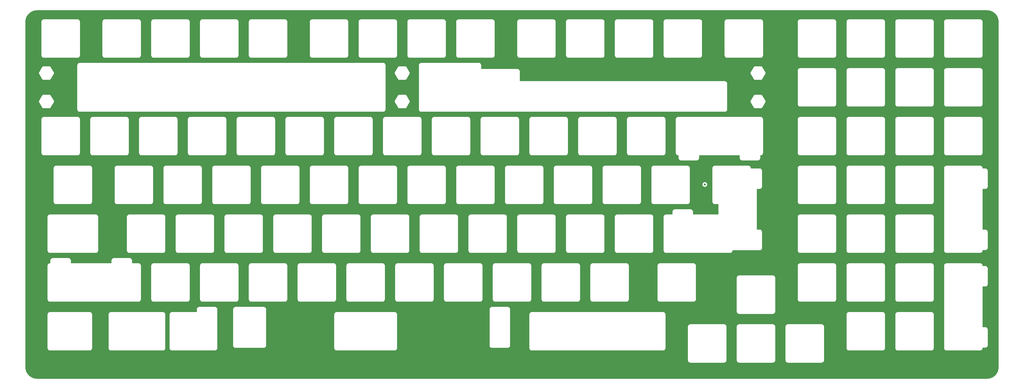
<source format=gbr>
%TF.GenerationSoftware,KiCad,Pcbnew,(6.0.0)*%
%TF.CreationDate,2022-03-02T09:48:31+01:00*%
%TF.ProjectId,switchplate,73776974-6368-4706-9c61-74652e6b6963,rev?*%
%TF.SameCoordinates,Original*%
%TF.FileFunction,Copper,L1,Top*%
%TF.FilePolarity,Positive*%
%FSLAX46Y46*%
G04 Gerber Fmt 4.6, Leading zero omitted, Abs format (unit mm)*
G04 Created by KiCad (PCBNEW (6.0.0)) date 2022-03-02 09:48:31*
%MOMM*%
%LPD*%
G01*
G04 APERTURE LIST*
%TA.AperFunction,ViaPad*%
%ADD10C,0.800000*%
%TD*%
G04 APERTURE END LIST*
D10*
%TO.N,*%
X388937500Y-127000000D03*
%TD*%
%TA.AperFunction,NonConductor*%
G36*
X499142557Y-58984500D02*
G01*
X499157358Y-58986805D01*
X499157361Y-58986805D01*
X499166230Y-58988186D01*
X499186658Y-58985515D01*
X499208483Y-58984571D01*
X499558507Y-58999853D01*
X499569458Y-59000811D01*
X499947079Y-59050527D01*
X499957903Y-59052436D01*
X500329743Y-59134870D01*
X500340360Y-59137715D01*
X500703610Y-59252248D01*
X500713925Y-59256001D01*
X501065834Y-59401766D01*
X501075769Y-59406399D01*
X501413628Y-59582278D01*
X501423137Y-59587768D01*
X501744360Y-59792410D01*
X501753364Y-59798714D01*
X502055543Y-60030583D01*
X502063963Y-60037649D01*
X502344768Y-60294959D01*
X502352541Y-60302732D01*
X502609851Y-60583537D01*
X502616917Y-60591957D01*
X502848786Y-60894136D01*
X502855090Y-60903140D01*
X503059732Y-61224363D01*
X503065222Y-61233872D01*
X503241101Y-61571731D01*
X503245738Y-61581675D01*
X503391496Y-61933568D01*
X503395255Y-61943897D01*
X503509785Y-62307139D01*
X503512630Y-62317757D01*
X503595064Y-62689597D01*
X503596973Y-62700421D01*
X503646689Y-63078042D01*
X503647647Y-63088993D01*
X503662604Y-63431583D01*
X503661224Y-63456461D01*
X503659314Y-63468730D01*
X503663403Y-63499999D01*
X503663436Y-63500251D01*
X503664500Y-63516589D01*
X503664500Y-198298172D01*
X503663000Y-198317556D01*
X503659314Y-198341230D01*
X503661985Y-198361658D01*
X503662929Y-198383483D01*
X503647647Y-198733506D01*
X503647647Y-198733507D01*
X503646689Y-198744458D01*
X503596973Y-199122079D01*
X503595064Y-199132903D01*
X503512630Y-199504743D01*
X503509785Y-199515361D01*
X503395255Y-199878603D01*
X503391496Y-199888932D01*
X503245738Y-200240825D01*
X503241101Y-200250769D01*
X503065222Y-200588628D01*
X503059732Y-200598137D01*
X502855090Y-200919360D01*
X502848786Y-200928364D01*
X502616917Y-201230543D01*
X502609851Y-201238963D01*
X502352541Y-201519768D01*
X502344768Y-201527541D01*
X502063963Y-201784851D01*
X502055543Y-201791917D01*
X501753364Y-202023786D01*
X501744360Y-202030090D01*
X501423137Y-202234732D01*
X501413628Y-202240222D01*
X501075769Y-202416101D01*
X501065834Y-202420734D01*
X500713925Y-202566499D01*
X500703610Y-202570252D01*
X500340361Y-202684785D01*
X500329743Y-202687630D01*
X499957903Y-202770064D01*
X499947079Y-202771973D01*
X499569458Y-202821689D01*
X499558507Y-202822647D01*
X499215917Y-202837604D01*
X499191039Y-202836224D01*
X499190660Y-202836165D01*
X499178770Y-202834314D01*
X499147249Y-202838436D01*
X499130911Y-202839500D01*
X128226828Y-202839500D01*
X128207443Y-202838000D01*
X128192642Y-202835695D01*
X128192639Y-202835695D01*
X128183770Y-202834314D01*
X128163342Y-202836985D01*
X128141517Y-202837929D01*
X127791493Y-202822647D01*
X127780542Y-202821689D01*
X127402921Y-202771973D01*
X127392097Y-202770064D01*
X127020257Y-202687630D01*
X127009639Y-202684785D01*
X126646390Y-202570252D01*
X126636075Y-202566499D01*
X126284166Y-202420734D01*
X126274231Y-202416101D01*
X125936372Y-202240222D01*
X125926863Y-202234732D01*
X125605640Y-202030090D01*
X125596636Y-202023786D01*
X125294457Y-201791917D01*
X125286037Y-201784851D01*
X125005232Y-201527541D01*
X124997459Y-201519768D01*
X124740149Y-201238963D01*
X124733083Y-201230543D01*
X124501214Y-200928364D01*
X124494910Y-200919360D01*
X124290268Y-200598137D01*
X124284778Y-200588628D01*
X124108899Y-200250769D01*
X124104262Y-200240825D01*
X123958504Y-199888932D01*
X123954745Y-199878603D01*
X123840215Y-199515361D01*
X123837370Y-199504743D01*
X123754936Y-199132903D01*
X123753027Y-199122079D01*
X123703311Y-198744457D01*
X123702353Y-198733506D01*
X123687559Y-198394673D01*
X123689186Y-198368269D01*
X123689763Y-198364842D01*
X123689763Y-198364840D01*
X123690571Y-198360039D01*
X123690724Y-198347500D01*
X123686773Y-198319912D01*
X123685500Y-198302049D01*
X123685500Y-195562501D01*
X382361776Y-195562501D01*
X382362465Y-195567308D01*
X382362465Y-195567315D01*
X382364815Y-195583720D01*
X382365609Y-195590602D01*
X382378523Y-195738207D01*
X382424172Y-195908573D01*
X382498713Y-196068425D01*
X382599878Y-196212904D01*
X382724596Y-196337622D01*
X382869075Y-196438787D01*
X382874053Y-196441108D01*
X382874056Y-196441110D01*
X383023945Y-196511005D01*
X383028927Y-196513328D01*
X383034235Y-196514750D01*
X383034237Y-196514751D01*
X383193978Y-196557553D01*
X383193979Y-196557553D01*
X383199293Y-196558977D01*
X383204779Y-196559457D01*
X383204785Y-196559458D01*
X383328768Y-196570306D01*
X383338691Y-196571572D01*
X383357667Y-196574765D01*
X383357672Y-196574765D01*
X383362460Y-196575571D01*
X383368759Y-196575648D01*
X383370140Y-196575665D01*
X383370144Y-196575665D01*
X383374999Y-196575724D01*
X383402587Y-196571773D01*
X383420450Y-196570500D01*
X396321794Y-196570500D01*
X396342698Y-196572246D01*
X396362462Y-196575571D01*
X396368820Y-196575649D01*
X396370143Y-196575665D01*
X396370147Y-196575665D01*
X396375001Y-196575724D01*
X396379808Y-196575035D01*
X396379815Y-196575035D01*
X396396220Y-196572685D01*
X396403102Y-196571891D01*
X396436995Y-196568926D01*
X396550707Y-196558977D01*
X396556021Y-196557553D01*
X396556022Y-196557553D01*
X396715763Y-196514751D01*
X396715765Y-196514750D01*
X396721073Y-196513328D01*
X396726055Y-196511005D01*
X396875944Y-196441110D01*
X396875947Y-196441108D01*
X396880925Y-196438787D01*
X397025404Y-196337622D01*
X397150122Y-196212904D01*
X397251287Y-196068425D01*
X397325828Y-195908573D01*
X397371477Y-195738207D01*
X397371958Y-195732715D01*
X397382806Y-195608732D01*
X397384072Y-195598809D01*
X397387265Y-195579833D01*
X397387265Y-195579828D01*
X397388071Y-195575040D01*
X397388224Y-195562501D01*
X401411776Y-195562501D01*
X401412465Y-195567308D01*
X401412465Y-195567315D01*
X401414815Y-195583720D01*
X401415609Y-195590602D01*
X401428523Y-195738207D01*
X401474172Y-195908573D01*
X401548713Y-196068425D01*
X401649878Y-196212904D01*
X401774596Y-196337622D01*
X401919075Y-196438787D01*
X401924053Y-196441108D01*
X401924056Y-196441110D01*
X402073945Y-196511005D01*
X402078927Y-196513328D01*
X402084235Y-196514750D01*
X402084237Y-196514751D01*
X402243978Y-196557553D01*
X402243979Y-196557553D01*
X402249293Y-196558977D01*
X402254779Y-196559457D01*
X402254785Y-196559458D01*
X402378768Y-196570306D01*
X402388691Y-196571572D01*
X402407667Y-196574765D01*
X402407672Y-196574765D01*
X402412460Y-196575571D01*
X402418759Y-196575648D01*
X402420140Y-196575665D01*
X402420144Y-196575665D01*
X402424999Y-196575724D01*
X402452587Y-196571773D01*
X402470450Y-196570500D01*
X415371794Y-196570500D01*
X415392698Y-196572246D01*
X415412462Y-196575571D01*
X415418820Y-196575649D01*
X415420143Y-196575665D01*
X415420147Y-196575665D01*
X415425001Y-196575724D01*
X415429808Y-196575035D01*
X415429815Y-196575035D01*
X415446220Y-196572685D01*
X415453102Y-196571891D01*
X415486995Y-196568926D01*
X415600707Y-196558977D01*
X415606021Y-196557553D01*
X415606022Y-196557553D01*
X415765763Y-196514751D01*
X415765765Y-196514750D01*
X415771073Y-196513328D01*
X415776055Y-196511005D01*
X415925944Y-196441110D01*
X415925947Y-196441108D01*
X415930925Y-196438787D01*
X416075404Y-196337622D01*
X416200122Y-196212904D01*
X416301287Y-196068425D01*
X416375828Y-195908573D01*
X416421477Y-195738207D01*
X416421958Y-195732715D01*
X416432806Y-195608732D01*
X416434072Y-195598809D01*
X416437265Y-195579833D01*
X416437265Y-195579828D01*
X416438071Y-195575040D01*
X416438224Y-195562501D01*
X420461776Y-195562501D01*
X420462465Y-195567308D01*
X420462465Y-195567315D01*
X420464815Y-195583720D01*
X420465609Y-195590602D01*
X420478523Y-195738207D01*
X420524172Y-195908573D01*
X420598713Y-196068425D01*
X420699878Y-196212904D01*
X420824596Y-196337622D01*
X420969075Y-196438787D01*
X420974053Y-196441108D01*
X420974056Y-196441110D01*
X421123945Y-196511005D01*
X421128927Y-196513328D01*
X421134235Y-196514750D01*
X421134237Y-196514751D01*
X421293978Y-196557553D01*
X421293979Y-196557553D01*
X421299293Y-196558977D01*
X421304779Y-196559457D01*
X421304785Y-196559458D01*
X421428768Y-196570306D01*
X421438691Y-196571572D01*
X421457667Y-196574765D01*
X421457672Y-196574765D01*
X421462460Y-196575571D01*
X421468759Y-196575648D01*
X421470140Y-196575665D01*
X421470144Y-196575665D01*
X421474999Y-196575724D01*
X421502587Y-196571773D01*
X421520450Y-196570500D01*
X434421794Y-196570500D01*
X434442698Y-196572246D01*
X434462462Y-196575571D01*
X434468820Y-196575649D01*
X434470143Y-196575665D01*
X434470147Y-196575665D01*
X434475001Y-196575724D01*
X434479808Y-196575035D01*
X434479815Y-196575035D01*
X434496220Y-196572685D01*
X434503102Y-196571891D01*
X434536995Y-196568926D01*
X434650707Y-196558977D01*
X434656021Y-196557553D01*
X434656022Y-196557553D01*
X434815763Y-196514751D01*
X434815765Y-196514750D01*
X434821073Y-196513328D01*
X434826055Y-196511005D01*
X434975944Y-196441110D01*
X434975947Y-196441108D01*
X434980925Y-196438787D01*
X435125404Y-196337622D01*
X435250122Y-196212904D01*
X435351287Y-196068425D01*
X435425828Y-195908573D01*
X435471477Y-195738207D01*
X435471958Y-195732715D01*
X435482806Y-195608732D01*
X435484072Y-195598809D01*
X435487265Y-195579833D01*
X435487265Y-195579828D01*
X435488071Y-195575040D01*
X435488224Y-195562501D01*
X435484273Y-195534913D01*
X435483000Y-195517050D01*
X435483000Y-190800001D01*
X444274276Y-190800001D01*
X444274965Y-190804808D01*
X444274965Y-190804815D01*
X444277315Y-190821220D01*
X444278109Y-190828102D01*
X444279259Y-190841248D01*
X444291023Y-190975707D01*
X444336672Y-191146073D01*
X444411213Y-191305925D01*
X444512378Y-191450404D01*
X444637096Y-191575122D01*
X444781575Y-191676287D01*
X444786553Y-191678608D01*
X444786556Y-191678610D01*
X444936445Y-191748505D01*
X444941427Y-191750828D01*
X444946735Y-191752250D01*
X444946737Y-191752251D01*
X445106478Y-191795053D01*
X445106479Y-191795053D01*
X445111793Y-191796477D01*
X445117279Y-191796957D01*
X445117285Y-191796958D01*
X445241268Y-191807806D01*
X445251191Y-191809072D01*
X445270167Y-191812265D01*
X445270172Y-191812265D01*
X445274960Y-191813071D01*
X445281259Y-191813148D01*
X445282640Y-191813165D01*
X445282644Y-191813165D01*
X445287499Y-191813224D01*
X445315087Y-191809273D01*
X445332950Y-191808000D01*
X458234294Y-191808000D01*
X458255198Y-191809746D01*
X458274962Y-191813071D01*
X458281320Y-191813149D01*
X458282643Y-191813165D01*
X458282647Y-191813165D01*
X458287501Y-191813224D01*
X458292308Y-191812535D01*
X458292315Y-191812535D01*
X458308720Y-191810185D01*
X458315602Y-191809391D01*
X458349495Y-191806426D01*
X458463207Y-191796477D01*
X458468521Y-191795053D01*
X458468522Y-191795053D01*
X458628263Y-191752251D01*
X458628265Y-191752250D01*
X458633573Y-191750828D01*
X458638555Y-191748505D01*
X458788444Y-191678610D01*
X458788447Y-191678608D01*
X458793425Y-191676287D01*
X458937904Y-191575122D01*
X459062622Y-191450404D01*
X459163787Y-191305925D01*
X459238328Y-191146073D01*
X459283977Y-190975707D01*
X459284458Y-190970215D01*
X459295306Y-190846232D01*
X459296572Y-190836309D01*
X459299765Y-190817333D01*
X459299765Y-190817328D01*
X459300571Y-190812540D01*
X459300724Y-190800001D01*
X463324276Y-190800001D01*
X463324965Y-190804808D01*
X463324965Y-190804815D01*
X463327315Y-190821220D01*
X463328109Y-190828102D01*
X463329259Y-190841248D01*
X463341023Y-190975707D01*
X463386672Y-191146073D01*
X463461213Y-191305925D01*
X463562378Y-191450404D01*
X463687096Y-191575122D01*
X463831575Y-191676287D01*
X463836553Y-191678608D01*
X463836556Y-191678610D01*
X463986445Y-191748505D01*
X463991427Y-191750828D01*
X463996735Y-191752250D01*
X463996737Y-191752251D01*
X464156478Y-191795053D01*
X464156479Y-191795053D01*
X464161793Y-191796477D01*
X464167279Y-191796957D01*
X464167285Y-191796958D01*
X464291268Y-191807806D01*
X464301191Y-191809072D01*
X464320167Y-191812265D01*
X464320172Y-191812265D01*
X464324960Y-191813071D01*
X464331259Y-191813148D01*
X464332640Y-191813165D01*
X464332644Y-191813165D01*
X464337499Y-191813224D01*
X464365087Y-191809273D01*
X464382950Y-191808000D01*
X477284294Y-191808000D01*
X477305198Y-191809746D01*
X477324962Y-191813071D01*
X477331320Y-191813149D01*
X477332643Y-191813165D01*
X477332647Y-191813165D01*
X477337501Y-191813224D01*
X477342308Y-191812535D01*
X477342315Y-191812535D01*
X477358720Y-191810185D01*
X477365602Y-191809391D01*
X477399495Y-191806426D01*
X477513207Y-191796477D01*
X477518521Y-191795053D01*
X477518522Y-191795053D01*
X477678263Y-191752251D01*
X477678265Y-191752250D01*
X477683573Y-191750828D01*
X477688555Y-191748505D01*
X477838444Y-191678610D01*
X477838447Y-191678608D01*
X477843425Y-191676287D01*
X477987904Y-191575122D01*
X478112622Y-191450404D01*
X478213787Y-191305925D01*
X478288328Y-191146073D01*
X478333977Y-190975707D01*
X478334458Y-190970215D01*
X478345306Y-190846232D01*
X478346572Y-190836309D01*
X478349765Y-190817333D01*
X478349765Y-190817328D01*
X478350571Y-190812540D01*
X478350724Y-190800001D01*
X482374276Y-190800001D01*
X482374965Y-190804808D01*
X482374965Y-190804815D01*
X482377315Y-190821220D01*
X482378109Y-190828102D01*
X482379259Y-190841248D01*
X482391023Y-190975707D01*
X482436672Y-191146073D01*
X482511213Y-191305925D01*
X482612378Y-191450404D01*
X482737096Y-191575122D01*
X482881575Y-191676287D01*
X482886553Y-191678608D01*
X482886556Y-191678610D01*
X483036445Y-191748505D01*
X483041427Y-191750828D01*
X483046735Y-191752250D01*
X483046737Y-191752251D01*
X483206478Y-191795053D01*
X483206479Y-191795053D01*
X483211793Y-191796477D01*
X483217279Y-191796957D01*
X483217285Y-191796958D01*
X483341268Y-191807806D01*
X483351191Y-191809072D01*
X483370167Y-191812265D01*
X483370172Y-191812265D01*
X483374960Y-191813071D01*
X483381259Y-191813148D01*
X483382640Y-191813165D01*
X483382644Y-191813165D01*
X483387499Y-191813224D01*
X483415087Y-191809273D01*
X483432950Y-191808000D01*
X496334294Y-191808000D01*
X496355198Y-191809746D01*
X496374962Y-191813071D01*
X496381320Y-191813149D01*
X496382643Y-191813165D01*
X496382647Y-191813165D01*
X496387501Y-191813224D01*
X496392308Y-191812535D01*
X496392315Y-191812535D01*
X496408720Y-191810185D01*
X496415602Y-191809391D01*
X496449495Y-191806426D01*
X496563207Y-191796477D01*
X496568521Y-191795053D01*
X496568522Y-191795053D01*
X496728263Y-191752251D01*
X496728265Y-191752250D01*
X496733573Y-191750828D01*
X496738555Y-191748505D01*
X496888444Y-191678610D01*
X496888447Y-191678608D01*
X496893425Y-191676287D01*
X497037904Y-191575122D01*
X497162622Y-191450404D01*
X497263787Y-191305925D01*
X497338328Y-191146073D01*
X497383977Y-190975707D01*
X497384458Y-190970215D01*
X497395306Y-190846232D01*
X497396571Y-190836314D01*
X497396572Y-190836309D01*
X497398290Y-190826098D01*
X497429314Y-190762241D01*
X497489938Y-190725292D01*
X497522544Y-190721000D01*
X498334294Y-190721000D01*
X498355198Y-190722746D01*
X498374962Y-190726071D01*
X498381320Y-190726149D01*
X498382643Y-190726165D01*
X498382647Y-190726165D01*
X498387501Y-190726224D01*
X498392308Y-190725535D01*
X498392315Y-190725535D01*
X498408720Y-190723185D01*
X498415602Y-190722391D01*
X498449495Y-190719426D01*
X498563207Y-190709477D01*
X498568521Y-190708053D01*
X498568522Y-190708053D01*
X498728263Y-190665251D01*
X498728265Y-190665250D01*
X498733573Y-190663828D01*
X498738555Y-190661505D01*
X498888444Y-190591610D01*
X498888447Y-190591608D01*
X498893425Y-190589287D01*
X499037904Y-190488122D01*
X499162622Y-190363404D01*
X499263787Y-190218925D01*
X499338328Y-190059073D01*
X499383977Y-189888707D01*
X499384458Y-189883215D01*
X499395306Y-189759232D01*
X499396572Y-189749309D01*
X499399765Y-189730333D01*
X499399765Y-189730328D01*
X499400571Y-189725540D01*
X499400724Y-189713001D01*
X499396773Y-189685413D01*
X499395500Y-189667550D01*
X499395500Y-183766206D01*
X499397246Y-183745302D01*
X499399764Y-183730334D01*
X499400571Y-183725538D01*
X499400724Y-183712999D01*
X499400035Y-183708192D01*
X499400035Y-183708185D01*
X499397685Y-183691780D01*
X499396891Y-183684898D01*
X499384456Y-183542773D01*
X499383977Y-183537293D01*
X499338328Y-183366927D01*
X499263787Y-183207075D01*
X499162622Y-183062596D01*
X499037904Y-182937878D01*
X498893425Y-182836713D01*
X498888447Y-182834392D01*
X498888444Y-182834390D01*
X498738555Y-182764495D01*
X498738553Y-182764494D01*
X498733573Y-182762172D01*
X498728265Y-182760750D01*
X498728263Y-182760749D01*
X498568522Y-182717947D01*
X498568521Y-182717947D01*
X498563207Y-182716523D01*
X498557721Y-182716043D01*
X498557715Y-182716042D01*
X498433732Y-182705194D01*
X498423809Y-182703928D01*
X498404833Y-182700735D01*
X498404828Y-182700735D01*
X498400040Y-182699929D01*
X498393741Y-182699852D01*
X498392360Y-182699835D01*
X498392356Y-182699835D01*
X498387501Y-182699776D01*
X498359913Y-182703727D01*
X498342050Y-182705000D01*
X497521500Y-182705000D01*
X497453379Y-182684998D01*
X497406886Y-182631342D01*
X497395500Y-182579000D01*
X497395500Y-166971000D01*
X497415502Y-166902879D01*
X497469158Y-166856386D01*
X497521500Y-166845000D01*
X498334294Y-166845000D01*
X498355198Y-166846746D01*
X498374962Y-166850071D01*
X498381320Y-166850149D01*
X498382643Y-166850165D01*
X498382647Y-166850165D01*
X498387501Y-166850224D01*
X498392308Y-166849535D01*
X498392315Y-166849535D01*
X498408720Y-166847185D01*
X498415602Y-166846391D01*
X498449495Y-166843426D01*
X498563207Y-166833477D01*
X498568521Y-166832053D01*
X498568522Y-166832053D01*
X498728263Y-166789251D01*
X498728265Y-166789250D01*
X498733573Y-166787828D01*
X498738555Y-166785505D01*
X498888444Y-166715610D01*
X498888447Y-166715608D01*
X498893425Y-166713287D01*
X499037904Y-166612122D01*
X499162622Y-166487404D01*
X499263787Y-166342925D01*
X499338328Y-166183073D01*
X499383977Y-166012707D01*
X499384458Y-166007215D01*
X499395306Y-165883232D01*
X499396572Y-165873309D01*
X499399765Y-165854333D01*
X499399765Y-165854328D01*
X499400571Y-165849540D01*
X499400724Y-165837001D01*
X499396773Y-165809413D01*
X499395500Y-165791550D01*
X499395500Y-159890206D01*
X499397246Y-159869302D01*
X499399764Y-159854334D01*
X499400571Y-159849538D01*
X499400724Y-159836999D01*
X499400035Y-159832192D01*
X499400035Y-159832185D01*
X499397685Y-159815780D01*
X499396891Y-159808898D01*
X499384456Y-159666773D01*
X499383977Y-159661293D01*
X499338328Y-159490927D01*
X499263787Y-159331075D01*
X499162622Y-159186596D01*
X499037904Y-159061878D01*
X498893425Y-158960713D01*
X498888447Y-158958392D01*
X498888444Y-158958390D01*
X498738555Y-158888495D01*
X498738553Y-158888494D01*
X498733573Y-158886172D01*
X498728265Y-158884750D01*
X498728263Y-158884749D01*
X498568522Y-158841947D01*
X498568521Y-158841947D01*
X498563207Y-158840523D01*
X498557721Y-158840043D01*
X498557715Y-158840042D01*
X498433732Y-158829194D01*
X498423809Y-158827928D01*
X498404833Y-158824735D01*
X498404828Y-158824735D01*
X498400040Y-158823929D01*
X498393741Y-158823852D01*
X498392360Y-158823835D01*
X498392356Y-158823835D01*
X498387501Y-158823776D01*
X498359913Y-158827727D01*
X498342050Y-158829000D01*
X497521719Y-158829000D01*
X497453598Y-158808998D01*
X497407105Y-158755342D01*
X497396198Y-158713981D01*
X497384457Y-158579774D01*
X497384456Y-158579769D01*
X497383977Y-158574293D01*
X497338328Y-158403927D01*
X497263787Y-158244075D01*
X497162622Y-158099596D01*
X497037904Y-157974878D01*
X496893425Y-157873713D01*
X496888447Y-157871392D01*
X496888444Y-157871390D01*
X496738555Y-157801495D01*
X496738553Y-157801494D01*
X496733573Y-157799172D01*
X496728265Y-157797750D01*
X496728263Y-157797749D01*
X496568522Y-157754947D01*
X496568521Y-157754947D01*
X496563207Y-157753523D01*
X496557721Y-157753043D01*
X496557715Y-157753042D01*
X496433732Y-157742194D01*
X496423809Y-157740928D01*
X496404833Y-157737735D01*
X496404828Y-157737735D01*
X496400040Y-157736929D01*
X496393741Y-157736852D01*
X496392360Y-157736835D01*
X496392356Y-157736835D01*
X496387501Y-157736776D01*
X496363216Y-157740254D01*
X496359913Y-157740727D01*
X496342050Y-157742000D01*
X483440706Y-157742000D01*
X483419802Y-157740254D01*
X483413935Y-157739267D01*
X483400038Y-157736929D01*
X483393680Y-157736851D01*
X483392357Y-157736835D01*
X483392353Y-157736835D01*
X483387499Y-157736776D01*
X483382692Y-157737465D01*
X483382685Y-157737465D01*
X483366280Y-157739815D01*
X483359398Y-157740609D01*
X483325505Y-157743574D01*
X483211793Y-157753523D01*
X483206479Y-157754947D01*
X483206478Y-157754947D01*
X483046737Y-157797749D01*
X483046735Y-157797750D01*
X483041427Y-157799172D01*
X483036447Y-157801494D01*
X483036445Y-157801495D01*
X482886556Y-157871390D01*
X482886553Y-157871392D01*
X482881575Y-157873713D01*
X482737096Y-157974878D01*
X482612378Y-158099596D01*
X482511213Y-158244075D01*
X482436672Y-158403927D01*
X482391023Y-158574293D01*
X482390543Y-158579779D01*
X482390542Y-158579785D01*
X482379694Y-158703768D01*
X482378428Y-158713691D01*
X482374429Y-158737460D01*
X482374276Y-158749999D01*
X482376065Y-158762491D01*
X482378227Y-158777587D01*
X482379500Y-158795450D01*
X482379500Y-190746794D01*
X482377754Y-190767698D01*
X482374429Y-190787462D01*
X482374276Y-190800001D01*
X478350724Y-190800001D01*
X478346773Y-190772413D01*
X478345500Y-190754550D01*
X478345500Y-177853206D01*
X478347246Y-177832302D01*
X478349764Y-177817334D01*
X478350571Y-177812538D01*
X478350724Y-177799999D01*
X478350035Y-177795192D01*
X478350035Y-177795185D01*
X478347685Y-177778780D01*
X478346891Y-177771898D01*
X478334456Y-177629773D01*
X478333977Y-177624293D01*
X478307309Y-177524764D01*
X478289751Y-177459237D01*
X478289750Y-177459235D01*
X478288328Y-177453927D01*
X478259036Y-177391110D01*
X478216110Y-177299056D01*
X478216108Y-177299053D01*
X478213787Y-177294075D01*
X478112622Y-177149596D01*
X477987904Y-177024878D01*
X477843425Y-176923713D01*
X477838447Y-176921392D01*
X477838444Y-176921390D01*
X477688555Y-176851495D01*
X477688553Y-176851494D01*
X477683573Y-176849172D01*
X477678265Y-176847750D01*
X477678263Y-176847749D01*
X477518522Y-176804947D01*
X477518521Y-176804947D01*
X477513207Y-176803523D01*
X477507721Y-176803043D01*
X477507715Y-176803042D01*
X477383732Y-176792194D01*
X477373809Y-176790928D01*
X477354833Y-176787735D01*
X477354828Y-176787735D01*
X477350040Y-176786929D01*
X477343741Y-176786852D01*
X477342360Y-176786835D01*
X477342356Y-176786835D01*
X477337501Y-176786776D01*
X477313216Y-176790254D01*
X477309913Y-176790727D01*
X477292050Y-176792000D01*
X464390706Y-176792000D01*
X464369802Y-176790254D01*
X464363935Y-176789267D01*
X464350038Y-176786929D01*
X464343680Y-176786851D01*
X464342357Y-176786835D01*
X464342353Y-176786835D01*
X464337499Y-176786776D01*
X464332692Y-176787465D01*
X464332685Y-176787465D01*
X464316280Y-176789815D01*
X464309398Y-176790609D01*
X464275505Y-176793574D01*
X464161793Y-176803523D01*
X464156479Y-176804947D01*
X464156478Y-176804947D01*
X463996737Y-176847749D01*
X463996735Y-176847750D01*
X463991427Y-176849172D01*
X463986447Y-176851494D01*
X463986445Y-176851495D01*
X463836556Y-176921390D01*
X463836553Y-176921392D01*
X463831575Y-176923713D01*
X463687096Y-177024878D01*
X463562378Y-177149596D01*
X463461213Y-177294075D01*
X463458892Y-177299053D01*
X463458890Y-177299056D01*
X463415964Y-177391110D01*
X463386672Y-177453927D01*
X463385250Y-177459235D01*
X463385249Y-177459237D01*
X463367691Y-177524764D01*
X463341023Y-177624293D01*
X463340544Y-177629773D01*
X463340542Y-177629785D01*
X463329694Y-177753768D01*
X463328428Y-177763691D01*
X463324429Y-177787460D01*
X463324276Y-177799999D01*
X463326065Y-177812491D01*
X463328227Y-177827587D01*
X463329500Y-177845450D01*
X463329500Y-190746794D01*
X463327754Y-190767698D01*
X463324429Y-190787462D01*
X463324276Y-190800001D01*
X459300724Y-190800001D01*
X459296773Y-190772413D01*
X459295500Y-190754550D01*
X459295500Y-177853206D01*
X459297246Y-177832302D01*
X459299764Y-177817334D01*
X459300571Y-177812538D01*
X459300724Y-177799999D01*
X459300035Y-177795192D01*
X459300035Y-177795185D01*
X459297685Y-177778780D01*
X459296891Y-177771898D01*
X459284456Y-177629773D01*
X459283977Y-177624293D01*
X459257309Y-177524764D01*
X459239751Y-177459237D01*
X459239750Y-177459235D01*
X459238328Y-177453927D01*
X459209036Y-177391110D01*
X459166110Y-177299056D01*
X459166108Y-177299053D01*
X459163787Y-177294075D01*
X459062622Y-177149596D01*
X458937904Y-177024878D01*
X458793425Y-176923713D01*
X458788447Y-176921392D01*
X458788444Y-176921390D01*
X458638555Y-176851495D01*
X458638553Y-176851494D01*
X458633573Y-176849172D01*
X458628265Y-176847750D01*
X458628263Y-176847749D01*
X458468522Y-176804947D01*
X458468521Y-176804947D01*
X458463207Y-176803523D01*
X458457721Y-176803043D01*
X458457715Y-176803042D01*
X458333732Y-176792194D01*
X458323809Y-176790928D01*
X458304833Y-176787735D01*
X458304828Y-176787735D01*
X458300040Y-176786929D01*
X458293741Y-176786852D01*
X458292360Y-176786835D01*
X458292356Y-176786835D01*
X458287501Y-176786776D01*
X458263216Y-176790254D01*
X458259913Y-176790727D01*
X458242050Y-176792000D01*
X445340706Y-176792000D01*
X445319802Y-176790254D01*
X445313935Y-176789267D01*
X445300038Y-176786929D01*
X445293680Y-176786851D01*
X445292357Y-176786835D01*
X445292353Y-176786835D01*
X445287499Y-176786776D01*
X445282692Y-176787465D01*
X445282685Y-176787465D01*
X445266280Y-176789815D01*
X445259398Y-176790609D01*
X445225505Y-176793574D01*
X445111793Y-176803523D01*
X445106479Y-176804947D01*
X445106478Y-176804947D01*
X444946737Y-176847749D01*
X444946735Y-176847750D01*
X444941427Y-176849172D01*
X444936447Y-176851494D01*
X444936445Y-176851495D01*
X444786556Y-176921390D01*
X444786553Y-176921392D01*
X444781575Y-176923713D01*
X444637096Y-177024878D01*
X444512378Y-177149596D01*
X444411213Y-177294075D01*
X444408892Y-177299053D01*
X444408890Y-177299056D01*
X444365964Y-177391110D01*
X444336672Y-177453927D01*
X444335250Y-177459235D01*
X444335249Y-177459237D01*
X444317691Y-177524764D01*
X444291023Y-177624293D01*
X444290544Y-177629773D01*
X444290542Y-177629785D01*
X444279694Y-177753768D01*
X444278428Y-177763691D01*
X444274429Y-177787460D01*
X444274276Y-177799999D01*
X444276065Y-177812491D01*
X444278227Y-177827587D01*
X444279500Y-177845450D01*
X444279500Y-190746794D01*
X444277754Y-190767698D01*
X444274429Y-190787462D01*
X444274276Y-190800001D01*
X435483000Y-190800001D01*
X435483000Y-182615706D01*
X435484746Y-182594802D01*
X435487264Y-182579834D01*
X435488071Y-182575038D01*
X435488224Y-182562499D01*
X435487535Y-182557692D01*
X435487535Y-182557685D01*
X435485185Y-182541280D01*
X435484391Y-182534398D01*
X435471956Y-182392273D01*
X435471477Y-182386793D01*
X435425828Y-182216427D01*
X435351287Y-182056575D01*
X435250122Y-181912096D01*
X435125404Y-181787378D01*
X434980925Y-181686213D01*
X434975947Y-181683892D01*
X434975944Y-181683890D01*
X434826055Y-181613995D01*
X434826053Y-181613994D01*
X434821073Y-181611672D01*
X434815765Y-181610250D01*
X434815763Y-181610249D01*
X434656022Y-181567447D01*
X434656021Y-181567447D01*
X434650707Y-181566023D01*
X434645221Y-181565543D01*
X434645215Y-181565542D01*
X434521232Y-181554694D01*
X434511309Y-181553428D01*
X434492333Y-181550235D01*
X434492328Y-181550235D01*
X434487540Y-181549429D01*
X434481241Y-181549352D01*
X434479860Y-181549335D01*
X434479856Y-181549335D01*
X434475001Y-181549276D01*
X434450716Y-181552754D01*
X434447413Y-181553227D01*
X434429550Y-181554500D01*
X421528206Y-181554500D01*
X421507302Y-181552754D01*
X421504136Y-181552221D01*
X421487538Y-181549429D01*
X421481180Y-181549351D01*
X421479857Y-181549335D01*
X421479853Y-181549335D01*
X421474999Y-181549276D01*
X421470192Y-181549965D01*
X421470185Y-181549965D01*
X421453780Y-181552315D01*
X421446898Y-181553109D01*
X421413005Y-181556074D01*
X421299293Y-181566023D01*
X421293979Y-181567447D01*
X421293978Y-181567447D01*
X421134237Y-181610249D01*
X421134235Y-181610250D01*
X421128927Y-181611672D01*
X421123947Y-181613994D01*
X421123945Y-181613995D01*
X420974056Y-181683890D01*
X420974053Y-181683892D01*
X420969075Y-181686213D01*
X420824596Y-181787378D01*
X420699878Y-181912096D01*
X420598713Y-182056575D01*
X420524172Y-182216427D01*
X420478523Y-182386793D01*
X420478044Y-182392273D01*
X420478042Y-182392285D01*
X420467194Y-182516268D01*
X420465928Y-182526191D01*
X420461929Y-182549960D01*
X420461776Y-182562499D01*
X420463565Y-182574991D01*
X420465727Y-182590087D01*
X420467000Y-182607950D01*
X420467000Y-195509294D01*
X420465254Y-195530198D01*
X420461929Y-195549962D01*
X420461776Y-195562501D01*
X416438224Y-195562501D01*
X416434273Y-195534913D01*
X416433000Y-195517050D01*
X416433000Y-182615706D01*
X416434746Y-182594802D01*
X416437264Y-182579834D01*
X416438071Y-182575038D01*
X416438224Y-182562499D01*
X416437535Y-182557692D01*
X416437535Y-182557685D01*
X416435185Y-182541280D01*
X416434391Y-182534398D01*
X416421956Y-182392273D01*
X416421477Y-182386793D01*
X416375828Y-182216427D01*
X416301287Y-182056575D01*
X416200122Y-181912096D01*
X416075404Y-181787378D01*
X415930925Y-181686213D01*
X415925947Y-181683892D01*
X415925944Y-181683890D01*
X415776055Y-181613995D01*
X415776053Y-181613994D01*
X415771073Y-181611672D01*
X415765765Y-181610250D01*
X415765763Y-181610249D01*
X415606022Y-181567447D01*
X415606021Y-181567447D01*
X415600707Y-181566023D01*
X415595221Y-181565543D01*
X415595215Y-181565542D01*
X415471232Y-181554694D01*
X415461309Y-181553428D01*
X415442333Y-181550235D01*
X415442328Y-181550235D01*
X415437540Y-181549429D01*
X415431241Y-181549352D01*
X415429860Y-181549335D01*
X415429856Y-181549335D01*
X415425001Y-181549276D01*
X415400716Y-181552754D01*
X415397413Y-181553227D01*
X415379550Y-181554500D01*
X402478206Y-181554500D01*
X402457302Y-181552754D01*
X402454136Y-181552221D01*
X402437538Y-181549429D01*
X402431180Y-181549351D01*
X402429857Y-181549335D01*
X402429853Y-181549335D01*
X402424999Y-181549276D01*
X402420192Y-181549965D01*
X402420185Y-181549965D01*
X402403780Y-181552315D01*
X402396898Y-181553109D01*
X402363005Y-181556074D01*
X402249293Y-181566023D01*
X402243979Y-181567447D01*
X402243978Y-181567447D01*
X402084237Y-181610249D01*
X402084235Y-181610250D01*
X402078927Y-181611672D01*
X402073947Y-181613994D01*
X402073945Y-181613995D01*
X401924056Y-181683890D01*
X401924053Y-181683892D01*
X401919075Y-181686213D01*
X401774596Y-181787378D01*
X401649878Y-181912096D01*
X401548713Y-182056575D01*
X401474172Y-182216427D01*
X401428523Y-182386793D01*
X401428044Y-182392273D01*
X401428042Y-182392285D01*
X401417194Y-182516268D01*
X401415928Y-182526191D01*
X401411929Y-182549960D01*
X401411776Y-182562499D01*
X401413565Y-182574991D01*
X401415727Y-182590087D01*
X401417000Y-182607950D01*
X401417000Y-195509294D01*
X401415254Y-195530198D01*
X401411929Y-195549962D01*
X401411776Y-195562501D01*
X397388224Y-195562501D01*
X397384273Y-195534913D01*
X397383000Y-195517050D01*
X397383000Y-182615706D01*
X397384746Y-182594802D01*
X397387264Y-182579834D01*
X397388071Y-182575038D01*
X397388224Y-182562499D01*
X397387535Y-182557692D01*
X397387535Y-182557685D01*
X397385185Y-182541280D01*
X397384391Y-182534398D01*
X397371956Y-182392273D01*
X397371477Y-182386793D01*
X397325828Y-182216427D01*
X397251287Y-182056575D01*
X397150122Y-181912096D01*
X397025404Y-181787378D01*
X396880925Y-181686213D01*
X396875947Y-181683892D01*
X396875944Y-181683890D01*
X396726055Y-181613995D01*
X396726053Y-181613994D01*
X396721073Y-181611672D01*
X396715765Y-181610250D01*
X396715763Y-181610249D01*
X396556022Y-181567447D01*
X396556021Y-181567447D01*
X396550707Y-181566023D01*
X396545221Y-181565543D01*
X396545215Y-181565542D01*
X396421232Y-181554694D01*
X396411309Y-181553428D01*
X396392333Y-181550235D01*
X396392328Y-181550235D01*
X396387540Y-181549429D01*
X396381241Y-181549352D01*
X396379860Y-181549335D01*
X396379856Y-181549335D01*
X396375001Y-181549276D01*
X396350716Y-181552754D01*
X396347413Y-181553227D01*
X396329550Y-181554500D01*
X383428206Y-181554500D01*
X383407302Y-181552754D01*
X383404136Y-181552221D01*
X383387538Y-181549429D01*
X383381180Y-181549351D01*
X383379857Y-181549335D01*
X383379853Y-181549335D01*
X383374999Y-181549276D01*
X383370192Y-181549965D01*
X383370185Y-181549965D01*
X383353780Y-181552315D01*
X383346898Y-181553109D01*
X383313005Y-181556074D01*
X383199293Y-181566023D01*
X383193979Y-181567447D01*
X383193978Y-181567447D01*
X383034237Y-181610249D01*
X383034235Y-181610250D01*
X383028927Y-181611672D01*
X383023947Y-181613994D01*
X383023945Y-181613995D01*
X382874056Y-181683890D01*
X382874053Y-181683892D01*
X382869075Y-181686213D01*
X382724596Y-181787378D01*
X382599878Y-181912096D01*
X382498713Y-182056575D01*
X382424172Y-182216427D01*
X382378523Y-182386793D01*
X382378044Y-182392273D01*
X382378042Y-182392285D01*
X382367194Y-182516268D01*
X382365928Y-182526191D01*
X382361929Y-182549960D01*
X382361776Y-182562499D01*
X382363565Y-182574991D01*
X382365727Y-182590087D01*
X382367000Y-182607950D01*
X382367000Y-195509294D01*
X382365254Y-195530198D01*
X382361929Y-195549962D01*
X382361776Y-195562501D01*
X123685500Y-195562501D01*
X123685500Y-190800001D01*
X132330526Y-190800001D01*
X132331215Y-190804808D01*
X132331215Y-190804815D01*
X132333565Y-190821220D01*
X132334359Y-190828102D01*
X132335509Y-190841248D01*
X132347273Y-190975707D01*
X132392922Y-191146073D01*
X132467463Y-191305925D01*
X132568628Y-191450404D01*
X132693346Y-191575122D01*
X132837825Y-191676287D01*
X132842803Y-191678608D01*
X132842806Y-191678610D01*
X132992695Y-191748505D01*
X132997677Y-191750828D01*
X133002985Y-191752250D01*
X133002987Y-191752251D01*
X133162728Y-191795053D01*
X133162729Y-191795053D01*
X133168043Y-191796477D01*
X133173529Y-191796957D01*
X133173535Y-191796958D01*
X133297518Y-191807806D01*
X133307441Y-191809072D01*
X133326417Y-191812265D01*
X133326422Y-191812265D01*
X133331210Y-191813071D01*
X133337509Y-191813148D01*
X133338890Y-191813165D01*
X133338894Y-191813165D01*
X133343749Y-191813224D01*
X133371337Y-191809273D01*
X133389200Y-191808000D01*
X148671794Y-191808000D01*
X148692698Y-191809746D01*
X148712462Y-191813071D01*
X148718820Y-191813149D01*
X148720143Y-191813165D01*
X148720147Y-191813165D01*
X148725001Y-191813224D01*
X148729808Y-191812535D01*
X148729815Y-191812535D01*
X148746220Y-191810185D01*
X148753102Y-191809391D01*
X148786995Y-191806426D01*
X148900707Y-191796477D01*
X148906021Y-191795053D01*
X148906022Y-191795053D01*
X149065763Y-191752251D01*
X149065765Y-191752250D01*
X149071073Y-191750828D01*
X149076055Y-191748505D01*
X149225944Y-191678610D01*
X149225947Y-191678608D01*
X149230925Y-191676287D01*
X149375404Y-191575122D01*
X149500122Y-191450404D01*
X149601287Y-191305925D01*
X149675828Y-191146073D01*
X149721477Y-190975707D01*
X149721958Y-190970215D01*
X149732806Y-190846232D01*
X149734072Y-190836309D01*
X149737265Y-190817333D01*
X149737265Y-190817328D01*
X149738071Y-190812540D01*
X149738224Y-190800001D01*
X156143026Y-190800001D01*
X156143715Y-190804808D01*
X156143715Y-190804815D01*
X156146065Y-190821220D01*
X156146859Y-190828102D01*
X156148009Y-190841248D01*
X156159773Y-190975707D01*
X156205422Y-191146073D01*
X156279963Y-191305925D01*
X156381128Y-191450404D01*
X156505846Y-191575122D01*
X156650325Y-191676287D01*
X156655303Y-191678608D01*
X156655306Y-191678610D01*
X156805195Y-191748505D01*
X156810177Y-191750828D01*
X156815485Y-191752250D01*
X156815487Y-191752251D01*
X156975228Y-191795053D01*
X156975229Y-191795053D01*
X156980543Y-191796477D01*
X156986029Y-191796957D01*
X156986035Y-191796958D01*
X157110018Y-191807806D01*
X157119941Y-191809072D01*
X157138917Y-191812265D01*
X157138922Y-191812265D01*
X157143710Y-191813071D01*
X157150009Y-191813148D01*
X157151390Y-191813165D01*
X157151394Y-191813165D01*
X157156249Y-191813224D01*
X157183837Y-191809273D01*
X157201700Y-191808000D01*
X177246794Y-191808000D01*
X177267698Y-191809746D01*
X177287462Y-191813071D01*
X177293820Y-191813149D01*
X177295143Y-191813165D01*
X177295147Y-191813165D01*
X177300001Y-191813224D01*
X177304808Y-191812535D01*
X177304815Y-191812535D01*
X177321220Y-191810185D01*
X177328102Y-191809391D01*
X177361995Y-191806426D01*
X177475707Y-191796477D01*
X177481021Y-191795053D01*
X177481022Y-191795053D01*
X177640763Y-191752251D01*
X177640765Y-191752250D01*
X177646073Y-191750828D01*
X177651055Y-191748505D01*
X177800944Y-191678610D01*
X177800947Y-191678608D01*
X177805925Y-191676287D01*
X177950404Y-191575122D01*
X178075122Y-191450404D01*
X178176287Y-191305925D01*
X178250828Y-191146073D01*
X178296477Y-190975707D01*
X178296958Y-190970215D01*
X178307806Y-190846232D01*
X178309072Y-190836309D01*
X178312265Y-190817333D01*
X178312265Y-190817328D01*
X178313071Y-190812540D01*
X178313224Y-190800001D01*
X179955526Y-190800001D01*
X179956215Y-190804808D01*
X179956215Y-190804815D01*
X179958565Y-190821220D01*
X179959359Y-190828102D01*
X179960509Y-190841248D01*
X179972273Y-190975707D01*
X180017922Y-191146073D01*
X180092463Y-191305925D01*
X180193628Y-191450404D01*
X180318346Y-191575122D01*
X180462825Y-191676287D01*
X180467803Y-191678608D01*
X180467806Y-191678610D01*
X180617695Y-191748505D01*
X180622677Y-191750828D01*
X180627985Y-191752250D01*
X180627987Y-191752251D01*
X180787728Y-191795053D01*
X180787729Y-191795053D01*
X180793043Y-191796477D01*
X180798529Y-191796957D01*
X180798535Y-191796958D01*
X180922518Y-191807806D01*
X180932441Y-191809072D01*
X180951417Y-191812265D01*
X180951422Y-191812265D01*
X180956210Y-191813071D01*
X180962509Y-191813148D01*
X180963890Y-191813165D01*
X180963894Y-191813165D01*
X180968749Y-191813224D01*
X180996337Y-191809273D01*
X181014200Y-191808000D01*
X197559294Y-191808000D01*
X197580198Y-191809746D01*
X197599962Y-191813071D01*
X197606320Y-191813149D01*
X197607643Y-191813165D01*
X197607647Y-191813165D01*
X197612501Y-191813224D01*
X197617308Y-191812535D01*
X197617315Y-191812535D01*
X197633720Y-191810185D01*
X197640602Y-191809391D01*
X197674495Y-191806426D01*
X197788207Y-191796477D01*
X197793521Y-191795053D01*
X197793522Y-191795053D01*
X197953263Y-191752251D01*
X197953265Y-191752250D01*
X197958573Y-191750828D01*
X197963555Y-191748505D01*
X198113444Y-191678610D01*
X198113447Y-191678608D01*
X198118425Y-191676287D01*
X198262904Y-191575122D01*
X198387622Y-191450404D01*
X198488787Y-191305925D01*
X198563328Y-191146073D01*
X198608977Y-190975707D01*
X198609458Y-190970215D01*
X198620306Y-190846232D01*
X198621572Y-190836309D01*
X198624765Y-190817333D01*
X198624765Y-190817328D01*
X198625571Y-190812540D01*
X198625724Y-190800001D01*
X198621773Y-190772413D01*
X198620500Y-190754550D01*
X198620500Y-189800001D01*
X204789276Y-189800001D01*
X204789965Y-189804808D01*
X204789965Y-189804815D01*
X204792315Y-189821220D01*
X204793109Y-189828102D01*
X204794259Y-189841248D01*
X204806023Y-189975707D01*
X204807447Y-189981021D01*
X204807447Y-189981022D01*
X204829696Y-190064055D01*
X204851672Y-190146073D01*
X204853994Y-190151053D01*
X204853995Y-190151055D01*
X204887745Y-190223430D01*
X204926213Y-190305925D01*
X205027378Y-190450404D01*
X205152096Y-190575122D01*
X205296575Y-190676287D01*
X205301553Y-190678608D01*
X205301556Y-190678610D01*
X205403664Y-190726224D01*
X205456427Y-190750828D01*
X205461735Y-190752250D01*
X205461737Y-190752251D01*
X205621478Y-190795053D01*
X205621479Y-190795053D01*
X205626793Y-190796477D01*
X205632279Y-190796957D01*
X205632285Y-190796958D01*
X205756268Y-190807806D01*
X205766191Y-190809072D01*
X205785167Y-190812265D01*
X205785172Y-190812265D01*
X205789960Y-190813071D01*
X205796259Y-190813148D01*
X205797640Y-190813165D01*
X205797644Y-190813165D01*
X205802499Y-190813224D01*
X205830087Y-190809273D01*
X205847950Y-190808000D01*
X216609294Y-190808000D01*
X216630198Y-190809746D01*
X216649962Y-190813071D01*
X216656320Y-190813149D01*
X216657643Y-190813165D01*
X216657647Y-190813165D01*
X216662501Y-190813224D01*
X216667308Y-190812535D01*
X216667315Y-190812535D01*
X216683720Y-190810185D01*
X216690602Y-190809391D01*
X216724495Y-190806426D01*
X216797929Y-190800001D01*
X244249276Y-190800001D01*
X244249965Y-190804808D01*
X244249965Y-190804815D01*
X244252315Y-190821220D01*
X244253109Y-190828102D01*
X244254259Y-190841248D01*
X244266023Y-190975707D01*
X244311672Y-191146073D01*
X244386213Y-191305925D01*
X244487378Y-191450404D01*
X244612096Y-191575122D01*
X244756575Y-191676287D01*
X244761553Y-191678608D01*
X244761556Y-191678610D01*
X244911445Y-191748505D01*
X244916427Y-191750828D01*
X244921735Y-191752250D01*
X244921737Y-191752251D01*
X245081478Y-191795053D01*
X245081479Y-191795053D01*
X245086793Y-191796477D01*
X245092279Y-191796957D01*
X245092285Y-191796958D01*
X245216268Y-191807806D01*
X245226191Y-191809072D01*
X245245167Y-191812265D01*
X245245172Y-191812265D01*
X245249960Y-191813071D01*
X245256259Y-191813148D01*
X245257640Y-191813165D01*
X245257644Y-191813165D01*
X245262499Y-191813224D01*
X245290087Y-191809273D01*
X245307950Y-191808000D01*
X267734294Y-191808000D01*
X267755198Y-191809746D01*
X267774962Y-191813071D01*
X267781320Y-191813149D01*
X267782643Y-191813165D01*
X267782647Y-191813165D01*
X267787501Y-191813224D01*
X267792308Y-191812535D01*
X267792315Y-191812535D01*
X267808720Y-191810185D01*
X267815602Y-191809391D01*
X267849495Y-191806426D01*
X267963207Y-191796477D01*
X267968521Y-191795053D01*
X267968522Y-191795053D01*
X268128263Y-191752251D01*
X268128265Y-191752250D01*
X268133573Y-191750828D01*
X268138555Y-191748505D01*
X268288444Y-191678610D01*
X268288447Y-191678608D01*
X268293425Y-191676287D01*
X268437904Y-191575122D01*
X268562622Y-191450404D01*
X268663787Y-191305925D01*
X268738328Y-191146073D01*
X268783977Y-190975707D01*
X268784458Y-190970215D01*
X268795306Y-190846232D01*
X268796572Y-190836309D01*
X268799765Y-190817333D01*
X268799765Y-190817328D01*
X268800571Y-190812540D01*
X268800724Y-190800001D01*
X268796773Y-190772413D01*
X268795500Y-190754550D01*
X268795500Y-189800001D01*
X304899276Y-189800001D01*
X304899965Y-189804808D01*
X304899965Y-189804815D01*
X304902315Y-189821220D01*
X304903109Y-189828102D01*
X304904259Y-189841248D01*
X304916023Y-189975707D01*
X304917447Y-189981021D01*
X304917447Y-189981022D01*
X304939696Y-190064055D01*
X304961672Y-190146073D01*
X304963994Y-190151053D01*
X304963995Y-190151055D01*
X304997745Y-190223430D01*
X305036213Y-190305925D01*
X305137378Y-190450404D01*
X305262096Y-190575122D01*
X305406575Y-190676287D01*
X305411553Y-190678608D01*
X305411556Y-190678610D01*
X305513664Y-190726224D01*
X305566427Y-190750828D01*
X305571735Y-190752250D01*
X305571737Y-190752251D01*
X305731478Y-190795053D01*
X305731479Y-190795053D01*
X305736793Y-190796477D01*
X305742279Y-190796957D01*
X305742285Y-190796958D01*
X305866268Y-190807806D01*
X305876191Y-190809072D01*
X305895167Y-190812265D01*
X305895172Y-190812265D01*
X305899960Y-190813071D01*
X305906259Y-190813148D01*
X305907640Y-190813165D01*
X305907644Y-190813165D01*
X305912499Y-190813224D01*
X305940087Y-190809273D01*
X305957950Y-190808000D01*
X311859294Y-190808000D01*
X311880198Y-190809746D01*
X311899962Y-190813071D01*
X311906320Y-190813149D01*
X311907643Y-190813165D01*
X311907647Y-190813165D01*
X311912501Y-190813224D01*
X311917308Y-190812535D01*
X311917315Y-190812535D01*
X311933720Y-190810185D01*
X311940602Y-190809391D01*
X311974495Y-190806426D01*
X312047929Y-190800001D01*
X320449276Y-190800001D01*
X320449965Y-190804808D01*
X320449965Y-190804815D01*
X320452315Y-190821220D01*
X320453109Y-190828102D01*
X320454259Y-190841248D01*
X320466023Y-190975707D01*
X320511672Y-191146073D01*
X320586213Y-191305925D01*
X320687378Y-191450404D01*
X320812096Y-191575122D01*
X320956575Y-191676287D01*
X320961553Y-191678608D01*
X320961556Y-191678610D01*
X321111445Y-191748505D01*
X321116427Y-191750828D01*
X321121735Y-191752250D01*
X321121737Y-191752251D01*
X321281478Y-191795053D01*
X321281479Y-191795053D01*
X321286793Y-191796477D01*
X321292279Y-191796957D01*
X321292285Y-191796958D01*
X321416268Y-191807806D01*
X321426191Y-191809072D01*
X321445167Y-191812265D01*
X321445172Y-191812265D01*
X321449960Y-191813071D01*
X321456259Y-191813148D01*
X321457640Y-191813165D01*
X321457644Y-191813165D01*
X321462499Y-191813224D01*
X321490087Y-191809273D01*
X321507950Y-191808000D01*
X372509294Y-191808000D01*
X372530198Y-191809746D01*
X372549962Y-191813071D01*
X372556320Y-191813149D01*
X372557643Y-191813165D01*
X372557647Y-191813165D01*
X372562501Y-191813224D01*
X372567308Y-191812535D01*
X372567315Y-191812535D01*
X372583720Y-191810185D01*
X372590602Y-191809391D01*
X372624495Y-191806426D01*
X372738207Y-191796477D01*
X372743521Y-191795053D01*
X372743522Y-191795053D01*
X372903263Y-191752251D01*
X372903265Y-191752250D01*
X372908573Y-191750828D01*
X372913555Y-191748505D01*
X373063444Y-191678610D01*
X373063447Y-191678608D01*
X373068425Y-191676287D01*
X373212904Y-191575122D01*
X373337622Y-191450404D01*
X373438787Y-191305925D01*
X373513328Y-191146073D01*
X373558977Y-190975707D01*
X373559458Y-190970215D01*
X373570306Y-190846232D01*
X373571572Y-190836309D01*
X373574765Y-190817333D01*
X373574765Y-190817328D01*
X373575571Y-190812540D01*
X373575724Y-190800001D01*
X373571773Y-190772413D01*
X373570500Y-190754550D01*
X373570500Y-177853206D01*
X373572246Y-177832302D01*
X373574764Y-177817334D01*
X373575571Y-177812538D01*
X373575724Y-177799999D01*
X373575035Y-177795192D01*
X373575035Y-177795185D01*
X373572685Y-177778780D01*
X373571891Y-177771898D01*
X373559456Y-177629773D01*
X373558977Y-177624293D01*
X373532309Y-177524764D01*
X373514751Y-177459237D01*
X373514750Y-177459235D01*
X373513328Y-177453927D01*
X373484036Y-177391110D01*
X373441110Y-177299056D01*
X373441108Y-177299053D01*
X373438787Y-177294075D01*
X373337622Y-177149596D01*
X373212904Y-177024878D01*
X373068425Y-176923713D01*
X373063447Y-176921392D01*
X373063444Y-176921390D01*
X372913555Y-176851495D01*
X372913553Y-176851494D01*
X372908573Y-176849172D01*
X372903265Y-176847750D01*
X372903263Y-176847749D01*
X372743522Y-176804947D01*
X372743521Y-176804947D01*
X372738207Y-176803523D01*
X372732721Y-176803043D01*
X372732715Y-176803042D01*
X372608732Y-176792194D01*
X372598809Y-176790928D01*
X372579833Y-176787735D01*
X372579828Y-176787735D01*
X372575040Y-176786929D01*
X372568741Y-176786852D01*
X372567360Y-176786835D01*
X372567356Y-176786835D01*
X372562501Y-176786776D01*
X372538216Y-176790254D01*
X372534913Y-176790727D01*
X372517050Y-176792000D01*
X321515706Y-176792000D01*
X321494802Y-176790254D01*
X321488935Y-176789267D01*
X321475038Y-176786929D01*
X321468680Y-176786851D01*
X321467357Y-176786835D01*
X321467353Y-176786835D01*
X321462499Y-176786776D01*
X321457692Y-176787465D01*
X321457685Y-176787465D01*
X321441280Y-176789815D01*
X321434398Y-176790609D01*
X321400505Y-176793574D01*
X321286793Y-176803523D01*
X321281479Y-176804947D01*
X321281478Y-176804947D01*
X321121737Y-176847749D01*
X321121735Y-176847750D01*
X321116427Y-176849172D01*
X321111447Y-176851494D01*
X321111445Y-176851495D01*
X320961556Y-176921390D01*
X320961553Y-176921392D01*
X320956575Y-176923713D01*
X320812096Y-177024878D01*
X320687378Y-177149596D01*
X320586213Y-177294075D01*
X320583892Y-177299053D01*
X320583890Y-177299056D01*
X320540964Y-177391110D01*
X320511672Y-177453927D01*
X320510250Y-177459235D01*
X320510249Y-177459237D01*
X320492691Y-177524764D01*
X320466023Y-177624293D01*
X320465544Y-177629773D01*
X320465542Y-177629785D01*
X320454694Y-177753768D01*
X320453428Y-177763691D01*
X320449429Y-177787460D01*
X320449276Y-177799999D01*
X320451065Y-177812491D01*
X320453227Y-177827587D01*
X320454500Y-177845450D01*
X320454500Y-190746794D01*
X320452754Y-190767698D01*
X320449429Y-190787462D01*
X320449276Y-190800001D01*
X312047929Y-190800001D01*
X312088207Y-190796477D01*
X312093521Y-190795053D01*
X312093522Y-190795053D01*
X312253263Y-190752251D01*
X312253265Y-190752250D01*
X312258573Y-190750828D01*
X312311336Y-190726224D01*
X312413444Y-190678610D01*
X312413447Y-190678608D01*
X312418425Y-190676287D01*
X312562904Y-190575122D01*
X312687622Y-190450404D01*
X312788787Y-190305925D01*
X312827256Y-190223430D01*
X312861005Y-190151055D01*
X312861006Y-190151053D01*
X312863328Y-190146073D01*
X312885305Y-190064055D01*
X312907553Y-189981022D01*
X312907553Y-189981021D01*
X312908977Y-189975707D01*
X312912287Y-189937878D01*
X312920306Y-189846232D01*
X312921572Y-189836309D01*
X312924765Y-189817333D01*
X312924765Y-189817328D01*
X312925571Y-189812540D01*
X312925724Y-189800001D01*
X312921773Y-189772413D01*
X312920500Y-189754550D01*
X312920500Y-176512501D01*
X401411776Y-176512501D01*
X401412465Y-176517308D01*
X401412465Y-176517315D01*
X401414815Y-176533720D01*
X401415609Y-176540602D01*
X401428523Y-176688207D01*
X401429947Y-176693521D01*
X401429947Y-176693522D01*
X401461838Y-176812540D01*
X401474172Y-176858573D01*
X401476494Y-176863553D01*
X401476495Y-176863555D01*
X401504548Y-176923713D01*
X401548713Y-177018425D01*
X401649878Y-177162904D01*
X401774596Y-177287622D01*
X401919075Y-177388787D01*
X401924053Y-177391108D01*
X401924056Y-177391110D01*
X402070154Y-177459237D01*
X402078927Y-177463328D01*
X402084235Y-177464750D01*
X402084237Y-177464751D01*
X402243978Y-177507553D01*
X402243979Y-177507553D01*
X402249293Y-177508977D01*
X402254779Y-177509457D01*
X402254785Y-177509458D01*
X402378768Y-177520306D01*
X402388691Y-177521572D01*
X402407667Y-177524765D01*
X402407672Y-177524765D01*
X402412460Y-177525571D01*
X402418759Y-177525648D01*
X402420140Y-177525665D01*
X402420144Y-177525665D01*
X402424999Y-177525724D01*
X402452587Y-177521773D01*
X402470450Y-177520500D01*
X415371794Y-177520500D01*
X415392698Y-177522246D01*
X415412462Y-177525571D01*
X415418820Y-177525649D01*
X415420143Y-177525665D01*
X415420147Y-177525665D01*
X415425001Y-177525724D01*
X415429808Y-177525035D01*
X415429815Y-177525035D01*
X415446220Y-177522685D01*
X415453102Y-177521891D01*
X415486995Y-177518926D01*
X415600707Y-177508977D01*
X415606021Y-177507553D01*
X415606022Y-177507553D01*
X415765763Y-177464751D01*
X415765765Y-177464750D01*
X415771073Y-177463328D01*
X415779846Y-177459237D01*
X415925944Y-177391110D01*
X415925947Y-177391108D01*
X415930925Y-177388787D01*
X416075404Y-177287622D01*
X416200122Y-177162904D01*
X416301287Y-177018425D01*
X416345453Y-176923713D01*
X416373505Y-176863555D01*
X416373506Y-176863553D01*
X416375828Y-176858573D01*
X416388163Y-176812540D01*
X416420053Y-176693522D01*
X416420053Y-176693521D01*
X416421477Y-176688207D01*
X416423420Y-176666000D01*
X416432806Y-176558732D01*
X416434072Y-176548809D01*
X416437265Y-176529833D01*
X416437265Y-176529828D01*
X416438071Y-176525040D01*
X416438224Y-176512501D01*
X416434273Y-176484913D01*
X416433000Y-176467050D01*
X416433000Y-171750001D01*
X425224276Y-171750001D01*
X425224965Y-171754808D01*
X425224965Y-171754815D01*
X425227315Y-171771220D01*
X425228109Y-171778102D01*
X425241023Y-171925707D01*
X425286672Y-172096073D01*
X425361213Y-172255925D01*
X425462378Y-172400404D01*
X425587096Y-172525122D01*
X425731575Y-172626287D01*
X425736553Y-172628608D01*
X425736556Y-172628610D01*
X425886445Y-172698505D01*
X425891427Y-172700828D01*
X425896735Y-172702250D01*
X425896737Y-172702251D01*
X426056478Y-172745053D01*
X426056479Y-172745053D01*
X426061793Y-172746477D01*
X426067279Y-172746957D01*
X426067285Y-172746958D01*
X426191268Y-172757806D01*
X426201191Y-172759072D01*
X426220167Y-172762265D01*
X426220172Y-172762265D01*
X426224960Y-172763071D01*
X426231259Y-172763148D01*
X426232640Y-172763165D01*
X426232644Y-172763165D01*
X426237499Y-172763224D01*
X426265087Y-172759273D01*
X426282950Y-172758000D01*
X439184294Y-172758000D01*
X439205198Y-172759746D01*
X439224962Y-172763071D01*
X439231320Y-172763149D01*
X439232643Y-172763165D01*
X439232647Y-172763165D01*
X439237501Y-172763224D01*
X439242308Y-172762535D01*
X439242315Y-172762535D01*
X439258720Y-172760185D01*
X439265602Y-172759391D01*
X439299495Y-172756426D01*
X439413207Y-172746477D01*
X439418521Y-172745053D01*
X439418522Y-172745053D01*
X439578263Y-172702251D01*
X439578265Y-172702250D01*
X439583573Y-172700828D01*
X439588555Y-172698505D01*
X439738444Y-172628610D01*
X439738447Y-172628608D01*
X439743425Y-172626287D01*
X439887904Y-172525122D01*
X440012622Y-172400404D01*
X440113787Y-172255925D01*
X440188328Y-172096073D01*
X440233977Y-171925707D01*
X440234458Y-171920215D01*
X440245306Y-171796232D01*
X440246572Y-171786309D01*
X440249765Y-171767333D01*
X440249765Y-171767328D01*
X440250571Y-171762540D01*
X440250724Y-171750001D01*
X444274276Y-171750001D01*
X444274965Y-171754808D01*
X444274965Y-171754815D01*
X444277315Y-171771220D01*
X444278109Y-171778102D01*
X444291023Y-171925707D01*
X444336672Y-172096073D01*
X444411213Y-172255925D01*
X444512378Y-172400404D01*
X444637096Y-172525122D01*
X444781575Y-172626287D01*
X444786553Y-172628608D01*
X444786556Y-172628610D01*
X444936445Y-172698505D01*
X444941427Y-172700828D01*
X444946735Y-172702250D01*
X444946737Y-172702251D01*
X445106478Y-172745053D01*
X445106479Y-172745053D01*
X445111793Y-172746477D01*
X445117279Y-172746957D01*
X445117285Y-172746958D01*
X445241268Y-172757806D01*
X445251191Y-172759072D01*
X445270167Y-172762265D01*
X445270172Y-172762265D01*
X445274960Y-172763071D01*
X445281259Y-172763148D01*
X445282640Y-172763165D01*
X445282644Y-172763165D01*
X445287499Y-172763224D01*
X445315087Y-172759273D01*
X445332950Y-172758000D01*
X458234294Y-172758000D01*
X458255198Y-172759746D01*
X458274962Y-172763071D01*
X458281320Y-172763149D01*
X458282643Y-172763165D01*
X458282647Y-172763165D01*
X458287501Y-172763224D01*
X458292308Y-172762535D01*
X458292315Y-172762535D01*
X458308720Y-172760185D01*
X458315602Y-172759391D01*
X458349495Y-172756426D01*
X458463207Y-172746477D01*
X458468521Y-172745053D01*
X458468522Y-172745053D01*
X458628263Y-172702251D01*
X458628265Y-172702250D01*
X458633573Y-172700828D01*
X458638555Y-172698505D01*
X458788444Y-172628610D01*
X458788447Y-172628608D01*
X458793425Y-172626287D01*
X458937904Y-172525122D01*
X459062622Y-172400404D01*
X459163787Y-172255925D01*
X459238328Y-172096073D01*
X459283977Y-171925707D01*
X459284458Y-171920215D01*
X459295306Y-171796232D01*
X459296572Y-171786309D01*
X459299765Y-171767333D01*
X459299765Y-171767328D01*
X459300571Y-171762540D01*
X459300724Y-171750001D01*
X463324276Y-171750001D01*
X463324965Y-171754808D01*
X463324965Y-171754815D01*
X463327315Y-171771220D01*
X463328109Y-171778102D01*
X463341023Y-171925707D01*
X463386672Y-172096073D01*
X463461213Y-172255925D01*
X463562378Y-172400404D01*
X463687096Y-172525122D01*
X463831575Y-172626287D01*
X463836553Y-172628608D01*
X463836556Y-172628610D01*
X463986445Y-172698505D01*
X463991427Y-172700828D01*
X463996735Y-172702250D01*
X463996737Y-172702251D01*
X464156478Y-172745053D01*
X464156479Y-172745053D01*
X464161793Y-172746477D01*
X464167279Y-172746957D01*
X464167285Y-172746958D01*
X464291268Y-172757806D01*
X464301191Y-172759072D01*
X464320167Y-172762265D01*
X464320172Y-172762265D01*
X464324960Y-172763071D01*
X464331259Y-172763148D01*
X464332640Y-172763165D01*
X464332644Y-172763165D01*
X464337499Y-172763224D01*
X464365087Y-172759273D01*
X464382950Y-172758000D01*
X477284294Y-172758000D01*
X477305198Y-172759746D01*
X477324962Y-172763071D01*
X477331320Y-172763149D01*
X477332643Y-172763165D01*
X477332647Y-172763165D01*
X477337501Y-172763224D01*
X477342308Y-172762535D01*
X477342315Y-172762535D01*
X477358720Y-172760185D01*
X477365602Y-172759391D01*
X477399495Y-172756426D01*
X477513207Y-172746477D01*
X477518521Y-172745053D01*
X477518522Y-172745053D01*
X477678263Y-172702251D01*
X477678265Y-172702250D01*
X477683573Y-172700828D01*
X477688555Y-172698505D01*
X477838444Y-172628610D01*
X477838447Y-172628608D01*
X477843425Y-172626287D01*
X477987904Y-172525122D01*
X478112622Y-172400404D01*
X478213787Y-172255925D01*
X478288328Y-172096073D01*
X478333977Y-171925707D01*
X478334458Y-171920215D01*
X478345306Y-171796232D01*
X478346572Y-171786309D01*
X478349765Y-171767333D01*
X478349765Y-171767328D01*
X478350571Y-171762540D01*
X478350724Y-171750001D01*
X478346773Y-171722413D01*
X478345500Y-171704550D01*
X478345500Y-158803206D01*
X478347246Y-158782302D01*
X478349764Y-158767334D01*
X478350571Y-158762538D01*
X478350724Y-158749999D01*
X478350035Y-158745192D01*
X478350035Y-158745185D01*
X478347685Y-158728780D01*
X478346891Y-158721898D01*
X478334457Y-158579785D01*
X478333977Y-158574293D01*
X478288328Y-158403927D01*
X478213787Y-158244075D01*
X478112622Y-158099596D01*
X477987904Y-157974878D01*
X477843425Y-157873713D01*
X477838447Y-157871392D01*
X477838444Y-157871390D01*
X477688555Y-157801495D01*
X477688553Y-157801494D01*
X477683573Y-157799172D01*
X477678265Y-157797750D01*
X477678263Y-157797749D01*
X477518522Y-157754947D01*
X477518521Y-157754947D01*
X477513207Y-157753523D01*
X477507721Y-157753043D01*
X477507715Y-157753042D01*
X477383732Y-157742194D01*
X477373809Y-157740928D01*
X477354833Y-157737735D01*
X477354828Y-157737735D01*
X477350040Y-157736929D01*
X477343741Y-157736852D01*
X477342360Y-157736835D01*
X477342356Y-157736835D01*
X477337501Y-157736776D01*
X477313216Y-157740254D01*
X477309913Y-157740727D01*
X477292050Y-157742000D01*
X464390706Y-157742000D01*
X464369802Y-157740254D01*
X464363935Y-157739267D01*
X464350038Y-157736929D01*
X464343680Y-157736851D01*
X464342357Y-157736835D01*
X464342353Y-157736835D01*
X464337499Y-157736776D01*
X464332692Y-157737465D01*
X464332685Y-157737465D01*
X464316280Y-157739815D01*
X464309398Y-157740609D01*
X464275505Y-157743574D01*
X464161793Y-157753523D01*
X464156479Y-157754947D01*
X464156478Y-157754947D01*
X463996737Y-157797749D01*
X463996735Y-157797750D01*
X463991427Y-157799172D01*
X463986447Y-157801494D01*
X463986445Y-157801495D01*
X463836556Y-157871390D01*
X463836553Y-157871392D01*
X463831575Y-157873713D01*
X463687096Y-157974878D01*
X463562378Y-158099596D01*
X463461213Y-158244075D01*
X463386672Y-158403927D01*
X463341023Y-158574293D01*
X463340543Y-158579779D01*
X463340542Y-158579785D01*
X463329694Y-158703768D01*
X463328428Y-158713691D01*
X463324429Y-158737460D01*
X463324276Y-158749999D01*
X463326065Y-158762491D01*
X463328227Y-158777587D01*
X463329500Y-158795450D01*
X463329500Y-171696794D01*
X463327754Y-171717698D01*
X463324429Y-171737462D01*
X463324276Y-171750001D01*
X459300724Y-171750001D01*
X459296773Y-171722413D01*
X459295500Y-171704550D01*
X459295500Y-158803206D01*
X459297246Y-158782302D01*
X459299764Y-158767334D01*
X459300571Y-158762538D01*
X459300724Y-158749999D01*
X459300035Y-158745192D01*
X459300035Y-158745185D01*
X459297685Y-158728780D01*
X459296891Y-158721898D01*
X459284457Y-158579785D01*
X459283977Y-158574293D01*
X459238328Y-158403927D01*
X459163787Y-158244075D01*
X459062622Y-158099596D01*
X458937904Y-157974878D01*
X458793425Y-157873713D01*
X458788447Y-157871392D01*
X458788444Y-157871390D01*
X458638555Y-157801495D01*
X458638553Y-157801494D01*
X458633573Y-157799172D01*
X458628265Y-157797750D01*
X458628263Y-157797749D01*
X458468522Y-157754947D01*
X458468521Y-157754947D01*
X458463207Y-157753523D01*
X458457721Y-157753043D01*
X458457715Y-157753042D01*
X458333732Y-157742194D01*
X458323809Y-157740928D01*
X458304833Y-157737735D01*
X458304828Y-157737735D01*
X458300040Y-157736929D01*
X458293741Y-157736852D01*
X458292360Y-157736835D01*
X458292356Y-157736835D01*
X458287501Y-157736776D01*
X458263216Y-157740254D01*
X458259913Y-157740727D01*
X458242050Y-157742000D01*
X445340706Y-157742000D01*
X445319802Y-157740254D01*
X445313935Y-157739267D01*
X445300038Y-157736929D01*
X445293680Y-157736851D01*
X445292357Y-157736835D01*
X445292353Y-157736835D01*
X445287499Y-157736776D01*
X445282692Y-157737465D01*
X445282685Y-157737465D01*
X445266280Y-157739815D01*
X445259398Y-157740609D01*
X445225505Y-157743574D01*
X445111793Y-157753523D01*
X445106479Y-157754947D01*
X445106478Y-157754947D01*
X444946737Y-157797749D01*
X444946735Y-157797750D01*
X444941427Y-157799172D01*
X444936447Y-157801494D01*
X444936445Y-157801495D01*
X444786556Y-157871390D01*
X444786553Y-157871392D01*
X444781575Y-157873713D01*
X444637096Y-157974878D01*
X444512378Y-158099596D01*
X444411213Y-158244075D01*
X444336672Y-158403927D01*
X444291023Y-158574293D01*
X444290543Y-158579779D01*
X444290542Y-158579785D01*
X444279694Y-158703768D01*
X444278428Y-158713691D01*
X444274429Y-158737460D01*
X444274276Y-158749999D01*
X444276065Y-158762491D01*
X444278227Y-158777587D01*
X444279500Y-158795450D01*
X444279500Y-171696794D01*
X444277754Y-171717698D01*
X444274429Y-171737462D01*
X444274276Y-171750001D01*
X440250724Y-171750001D01*
X440246773Y-171722413D01*
X440245500Y-171704550D01*
X440245500Y-158803206D01*
X440247246Y-158782302D01*
X440249764Y-158767334D01*
X440250571Y-158762538D01*
X440250724Y-158749999D01*
X440250035Y-158745192D01*
X440250035Y-158745185D01*
X440247685Y-158728780D01*
X440246891Y-158721898D01*
X440234457Y-158579785D01*
X440233977Y-158574293D01*
X440188328Y-158403927D01*
X440113787Y-158244075D01*
X440012622Y-158099596D01*
X439887904Y-157974878D01*
X439743425Y-157873713D01*
X439738447Y-157871392D01*
X439738444Y-157871390D01*
X439588555Y-157801495D01*
X439588553Y-157801494D01*
X439583573Y-157799172D01*
X439578265Y-157797750D01*
X439578263Y-157797749D01*
X439418522Y-157754947D01*
X439418521Y-157754947D01*
X439413207Y-157753523D01*
X439407721Y-157753043D01*
X439407715Y-157753042D01*
X439283732Y-157742194D01*
X439273809Y-157740928D01*
X439254833Y-157737735D01*
X439254828Y-157737735D01*
X439250040Y-157736929D01*
X439243741Y-157736852D01*
X439242360Y-157736835D01*
X439242356Y-157736835D01*
X439237501Y-157736776D01*
X439213216Y-157740254D01*
X439209913Y-157740727D01*
X439192050Y-157742000D01*
X426290706Y-157742000D01*
X426269802Y-157740254D01*
X426263935Y-157739267D01*
X426250038Y-157736929D01*
X426243680Y-157736851D01*
X426242357Y-157736835D01*
X426242353Y-157736835D01*
X426237499Y-157736776D01*
X426232692Y-157737465D01*
X426232685Y-157737465D01*
X426216280Y-157739815D01*
X426209398Y-157740609D01*
X426175505Y-157743574D01*
X426061793Y-157753523D01*
X426056479Y-157754947D01*
X426056478Y-157754947D01*
X425896737Y-157797749D01*
X425896735Y-157797750D01*
X425891427Y-157799172D01*
X425886447Y-157801494D01*
X425886445Y-157801495D01*
X425736556Y-157871390D01*
X425736553Y-157871392D01*
X425731575Y-157873713D01*
X425587096Y-157974878D01*
X425462378Y-158099596D01*
X425361213Y-158244075D01*
X425286672Y-158403927D01*
X425241023Y-158574293D01*
X425240543Y-158579779D01*
X425240542Y-158579785D01*
X425229694Y-158703768D01*
X425228428Y-158713691D01*
X425224429Y-158737460D01*
X425224276Y-158749999D01*
X425226065Y-158762491D01*
X425228227Y-158777587D01*
X425229500Y-158795450D01*
X425229500Y-171696794D01*
X425227754Y-171717698D01*
X425224429Y-171737462D01*
X425224276Y-171750001D01*
X416433000Y-171750001D01*
X416433000Y-163565706D01*
X416434746Y-163544802D01*
X416437264Y-163529834D01*
X416438071Y-163525038D01*
X416438224Y-163512499D01*
X416437535Y-163507692D01*
X416437535Y-163507685D01*
X416435185Y-163491280D01*
X416434391Y-163484398D01*
X416421956Y-163342273D01*
X416421477Y-163336793D01*
X416375828Y-163166427D01*
X416301287Y-163006575D01*
X416200122Y-162862096D01*
X416075404Y-162737378D01*
X415930925Y-162636213D01*
X415925947Y-162633892D01*
X415925944Y-162633890D01*
X415776055Y-162563995D01*
X415776053Y-162563994D01*
X415771073Y-162561672D01*
X415765765Y-162560250D01*
X415765763Y-162560249D01*
X415606022Y-162517447D01*
X415606021Y-162517447D01*
X415600707Y-162516023D01*
X415595221Y-162515543D01*
X415595215Y-162515542D01*
X415471232Y-162504694D01*
X415461309Y-162503428D01*
X415442333Y-162500235D01*
X415442328Y-162500235D01*
X415437540Y-162499429D01*
X415431241Y-162499352D01*
X415429860Y-162499335D01*
X415429856Y-162499335D01*
X415425001Y-162499276D01*
X415400716Y-162502754D01*
X415397413Y-162503227D01*
X415379550Y-162504500D01*
X402478206Y-162504500D01*
X402457302Y-162502754D01*
X402454136Y-162502221D01*
X402437538Y-162499429D01*
X402431180Y-162499351D01*
X402429857Y-162499335D01*
X402429853Y-162499335D01*
X402424999Y-162499276D01*
X402420192Y-162499965D01*
X402420185Y-162499965D01*
X402403780Y-162502315D01*
X402396898Y-162503109D01*
X402363005Y-162506074D01*
X402249293Y-162516023D01*
X402243979Y-162517447D01*
X402243978Y-162517447D01*
X402084237Y-162560249D01*
X402084235Y-162560250D01*
X402078927Y-162561672D01*
X402073947Y-162563994D01*
X402073945Y-162563995D01*
X401924056Y-162633890D01*
X401924053Y-162633892D01*
X401919075Y-162636213D01*
X401774596Y-162737378D01*
X401649878Y-162862096D01*
X401548713Y-163006575D01*
X401474172Y-163166427D01*
X401428523Y-163336793D01*
X401428044Y-163342273D01*
X401428042Y-163342285D01*
X401417194Y-163466268D01*
X401415928Y-163476191D01*
X401411929Y-163499960D01*
X401411776Y-163512499D01*
X401413565Y-163524991D01*
X401415727Y-163540087D01*
X401417000Y-163557950D01*
X401417000Y-176459294D01*
X401415254Y-176480198D01*
X401411929Y-176499962D01*
X401411776Y-176512501D01*
X312920500Y-176512501D01*
X312920500Y-175853206D01*
X312922246Y-175832302D01*
X312924764Y-175817334D01*
X312925571Y-175812538D01*
X312925724Y-175799999D01*
X312925035Y-175795192D01*
X312925035Y-175795185D01*
X312922685Y-175778780D01*
X312921891Y-175771898D01*
X312909456Y-175629773D01*
X312908977Y-175624293D01*
X312863328Y-175453927D01*
X312788787Y-175294075D01*
X312687622Y-175149596D01*
X312562904Y-175024878D01*
X312418425Y-174923713D01*
X312413447Y-174921392D01*
X312413444Y-174921390D01*
X312263555Y-174851495D01*
X312263553Y-174851494D01*
X312258573Y-174849172D01*
X312253265Y-174847750D01*
X312253263Y-174847749D01*
X312093522Y-174804947D01*
X312093521Y-174804947D01*
X312088207Y-174803523D01*
X312082721Y-174803043D01*
X312082715Y-174803042D01*
X311958732Y-174792194D01*
X311948809Y-174790928D01*
X311929833Y-174787735D01*
X311929828Y-174787735D01*
X311925040Y-174786929D01*
X311918741Y-174786852D01*
X311917360Y-174786835D01*
X311917356Y-174786835D01*
X311912501Y-174786776D01*
X311888216Y-174790254D01*
X311884913Y-174790727D01*
X311867050Y-174792000D01*
X305965706Y-174792000D01*
X305944802Y-174790254D01*
X305941636Y-174789721D01*
X305925038Y-174786929D01*
X305918680Y-174786851D01*
X305917357Y-174786835D01*
X305917353Y-174786835D01*
X305912499Y-174786776D01*
X305907692Y-174787465D01*
X305907685Y-174787465D01*
X305891280Y-174789815D01*
X305884398Y-174790609D01*
X305850505Y-174793574D01*
X305736793Y-174803523D01*
X305731479Y-174804947D01*
X305731478Y-174804947D01*
X305571737Y-174847749D01*
X305571735Y-174847750D01*
X305566427Y-174849172D01*
X305561447Y-174851494D01*
X305561445Y-174851495D01*
X305411556Y-174921390D01*
X305411553Y-174921392D01*
X305406575Y-174923713D01*
X305262096Y-175024878D01*
X305137378Y-175149596D01*
X305036213Y-175294075D01*
X304961672Y-175453927D01*
X304916023Y-175624293D01*
X304915544Y-175629773D01*
X304915542Y-175629785D01*
X304904694Y-175753768D01*
X304903428Y-175763691D01*
X304899429Y-175787460D01*
X304899276Y-175799999D01*
X304901065Y-175812491D01*
X304903227Y-175827587D01*
X304904500Y-175845450D01*
X304904500Y-189746794D01*
X304902754Y-189767698D01*
X304899429Y-189787462D01*
X304899276Y-189800001D01*
X268795500Y-189800001D01*
X268795500Y-177853206D01*
X268797246Y-177832302D01*
X268799764Y-177817334D01*
X268800571Y-177812538D01*
X268800724Y-177799999D01*
X268800035Y-177795192D01*
X268800035Y-177795185D01*
X268797685Y-177778780D01*
X268796891Y-177771898D01*
X268784456Y-177629773D01*
X268783977Y-177624293D01*
X268757309Y-177524764D01*
X268739751Y-177459237D01*
X268739750Y-177459235D01*
X268738328Y-177453927D01*
X268709036Y-177391110D01*
X268666110Y-177299056D01*
X268666108Y-177299053D01*
X268663787Y-177294075D01*
X268562622Y-177149596D01*
X268437904Y-177024878D01*
X268293425Y-176923713D01*
X268288447Y-176921392D01*
X268288444Y-176921390D01*
X268138555Y-176851495D01*
X268138553Y-176851494D01*
X268133573Y-176849172D01*
X268128265Y-176847750D01*
X268128263Y-176847749D01*
X267968522Y-176804947D01*
X267968521Y-176804947D01*
X267963207Y-176803523D01*
X267957721Y-176803043D01*
X267957715Y-176803042D01*
X267833732Y-176792194D01*
X267823809Y-176790928D01*
X267804833Y-176787735D01*
X267804828Y-176787735D01*
X267800040Y-176786929D01*
X267793741Y-176786852D01*
X267792360Y-176786835D01*
X267792356Y-176786835D01*
X267787501Y-176786776D01*
X267763216Y-176790254D01*
X267759913Y-176790727D01*
X267742050Y-176792000D01*
X245315706Y-176792000D01*
X245294802Y-176790254D01*
X245288935Y-176789267D01*
X245275038Y-176786929D01*
X245268680Y-176786851D01*
X245267357Y-176786835D01*
X245267353Y-176786835D01*
X245262499Y-176786776D01*
X245257692Y-176787465D01*
X245257685Y-176787465D01*
X245241280Y-176789815D01*
X245234398Y-176790609D01*
X245200505Y-176793574D01*
X245086793Y-176803523D01*
X245081479Y-176804947D01*
X245081478Y-176804947D01*
X244921737Y-176847749D01*
X244921735Y-176847750D01*
X244916427Y-176849172D01*
X244911447Y-176851494D01*
X244911445Y-176851495D01*
X244761556Y-176921390D01*
X244761553Y-176921392D01*
X244756575Y-176923713D01*
X244612096Y-177024878D01*
X244487378Y-177149596D01*
X244386213Y-177294075D01*
X244383892Y-177299053D01*
X244383890Y-177299056D01*
X244340964Y-177391110D01*
X244311672Y-177453927D01*
X244310250Y-177459235D01*
X244310249Y-177459237D01*
X244292691Y-177524764D01*
X244266023Y-177624293D01*
X244265544Y-177629773D01*
X244265542Y-177629785D01*
X244254694Y-177753768D01*
X244253428Y-177763691D01*
X244249429Y-177787460D01*
X244249276Y-177799999D01*
X244251065Y-177812491D01*
X244253227Y-177827587D01*
X244254500Y-177845450D01*
X244254500Y-190746794D01*
X244252754Y-190767698D01*
X244249429Y-190787462D01*
X244249276Y-190800001D01*
X216797929Y-190800001D01*
X216838207Y-190796477D01*
X216843521Y-190795053D01*
X216843522Y-190795053D01*
X217003263Y-190752251D01*
X217003265Y-190752250D01*
X217008573Y-190750828D01*
X217061336Y-190726224D01*
X217163444Y-190678610D01*
X217163447Y-190678608D01*
X217168425Y-190676287D01*
X217312904Y-190575122D01*
X217437622Y-190450404D01*
X217538787Y-190305925D01*
X217577256Y-190223430D01*
X217611005Y-190151055D01*
X217611006Y-190151053D01*
X217613328Y-190146073D01*
X217635305Y-190064055D01*
X217657553Y-189981022D01*
X217657553Y-189981021D01*
X217658977Y-189975707D01*
X217662287Y-189937878D01*
X217670306Y-189846232D01*
X217671572Y-189836309D01*
X217674765Y-189817333D01*
X217674765Y-189817328D01*
X217675571Y-189812540D01*
X217675724Y-189800001D01*
X217671773Y-189772413D01*
X217670500Y-189754550D01*
X217670500Y-175853206D01*
X217672246Y-175832302D01*
X217674764Y-175817334D01*
X217675571Y-175812538D01*
X217675724Y-175799999D01*
X217675035Y-175795192D01*
X217675035Y-175795185D01*
X217672685Y-175778780D01*
X217671891Y-175771898D01*
X217659456Y-175629773D01*
X217658977Y-175624293D01*
X217613328Y-175453927D01*
X217538787Y-175294075D01*
X217437622Y-175149596D01*
X217312904Y-175024878D01*
X217168425Y-174923713D01*
X217163447Y-174921392D01*
X217163444Y-174921390D01*
X217013555Y-174851495D01*
X217013553Y-174851494D01*
X217008573Y-174849172D01*
X217003265Y-174847750D01*
X217003263Y-174847749D01*
X216843522Y-174804947D01*
X216843521Y-174804947D01*
X216838207Y-174803523D01*
X216832721Y-174803043D01*
X216832715Y-174803042D01*
X216708732Y-174792194D01*
X216698809Y-174790928D01*
X216679833Y-174787735D01*
X216679828Y-174787735D01*
X216675040Y-174786929D01*
X216668741Y-174786852D01*
X216667360Y-174786835D01*
X216667356Y-174786835D01*
X216662501Y-174786776D01*
X216638216Y-174790254D01*
X216634913Y-174790727D01*
X216617050Y-174792000D01*
X205855706Y-174792000D01*
X205834802Y-174790254D01*
X205831636Y-174789721D01*
X205815038Y-174786929D01*
X205808680Y-174786851D01*
X205807357Y-174786835D01*
X205807353Y-174786835D01*
X205802499Y-174786776D01*
X205797692Y-174787465D01*
X205797685Y-174787465D01*
X205781280Y-174789815D01*
X205774398Y-174790609D01*
X205740505Y-174793574D01*
X205626793Y-174803523D01*
X205621479Y-174804947D01*
X205621478Y-174804947D01*
X205461737Y-174847749D01*
X205461735Y-174847750D01*
X205456427Y-174849172D01*
X205451447Y-174851494D01*
X205451445Y-174851495D01*
X205301556Y-174921390D01*
X205301553Y-174921392D01*
X205296575Y-174923713D01*
X205152096Y-175024878D01*
X205027378Y-175149596D01*
X204926213Y-175294075D01*
X204851672Y-175453927D01*
X204806023Y-175624293D01*
X204805544Y-175629773D01*
X204805542Y-175629785D01*
X204794694Y-175753768D01*
X204793428Y-175763691D01*
X204789429Y-175787460D01*
X204789276Y-175799999D01*
X204791065Y-175812491D01*
X204793227Y-175827587D01*
X204794500Y-175845450D01*
X204794500Y-189746794D01*
X204792754Y-189767698D01*
X204789429Y-189787462D01*
X204789276Y-189800001D01*
X198620500Y-189800001D01*
X198620500Y-175853206D01*
X198622246Y-175832302D01*
X198624764Y-175817334D01*
X198625571Y-175812538D01*
X198625724Y-175799999D01*
X198625035Y-175795192D01*
X198625035Y-175795185D01*
X198622685Y-175778780D01*
X198621891Y-175771898D01*
X198609456Y-175629773D01*
X198608977Y-175624293D01*
X198563328Y-175453927D01*
X198488787Y-175294075D01*
X198387622Y-175149596D01*
X198262904Y-175024878D01*
X198118425Y-174923713D01*
X198113447Y-174921392D01*
X198113444Y-174921390D01*
X197963555Y-174851495D01*
X197963553Y-174851494D01*
X197958573Y-174849172D01*
X197953265Y-174847750D01*
X197953263Y-174847749D01*
X197793522Y-174804947D01*
X197793521Y-174804947D01*
X197788207Y-174803523D01*
X197782721Y-174803043D01*
X197782715Y-174803042D01*
X197658732Y-174792194D01*
X197648809Y-174790928D01*
X197629833Y-174787735D01*
X197629828Y-174787735D01*
X197625040Y-174786929D01*
X197618741Y-174786852D01*
X197617360Y-174786835D01*
X197617356Y-174786835D01*
X197612501Y-174786776D01*
X197588216Y-174790254D01*
X197584913Y-174790727D01*
X197567050Y-174792000D01*
X191665706Y-174792000D01*
X191644802Y-174790254D01*
X191641636Y-174789721D01*
X191625038Y-174786929D01*
X191618680Y-174786851D01*
X191617357Y-174786835D01*
X191617353Y-174786835D01*
X191612499Y-174786776D01*
X191607692Y-174787465D01*
X191607685Y-174787465D01*
X191591280Y-174789815D01*
X191584398Y-174790609D01*
X191550505Y-174793574D01*
X191436793Y-174803523D01*
X191431479Y-174804947D01*
X191431478Y-174804947D01*
X191271737Y-174847749D01*
X191271735Y-174847750D01*
X191266427Y-174849172D01*
X191261447Y-174851494D01*
X191261445Y-174851495D01*
X191111556Y-174921390D01*
X191111553Y-174921392D01*
X191106575Y-174923713D01*
X190962096Y-175024878D01*
X190837378Y-175149596D01*
X190736213Y-175294075D01*
X190661672Y-175453927D01*
X190616023Y-175624293D01*
X190615544Y-175629773D01*
X190615542Y-175629785D01*
X190604694Y-175753768D01*
X190603428Y-175763691D01*
X190599429Y-175787460D01*
X190599276Y-175799999D01*
X190601065Y-175812491D01*
X190603227Y-175827587D01*
X190604500Y-175845450D01*
X190604500Y-176666000D01*
X190584498Y-176734121D01*
X190530842Y-176780614D01*
X190478500Y-176792000D01*
X181021956Y-176792000D01*
X181001052Y-176790254D01*
X180995185Y-176789267D01*
X180981288Y-176786929D01*
X180974930Y-176786851D01*
X180973607Y-176786835D01*
X180973603Y-176786835D01*
X180968749Y-176786776D01*
X180963942Y-176787465D01*
X180963935Y-176787465D01*
X180947530Y-176789815D01*
X180940648Y-176790609D01*
X180906755Y-176793574D01*
X180793043Y-176803523D01*
X180787729Y-176804947D01*
X180787728Y-176804947D01*
X180627987Y-176847749D01*
X180627985Y-176847750D01*
X180622677Y-176849172D01*
X180617697Y-176851494D01*
X180617695Y-176851495D01*
X180467806Y-176921390D01*
X180467803Y-176921392D01*
X180462825Y-176923713D01*
X180318346Y-177024878D01*
X180193628Y-177149596D01*
X180092463Y-177294075D01*
X180090142Y-177299053D01*
X180090140Y-177299056D01*
X180047214Y-177391110D01*
X180017922Y-177453927D01*
X180016500Y-177459235D01*
X180016499Y-177459237D01*
X179998941Y-177524764D01*
X179972273Y-177624293D01*
X179971794Y-177629773D01*
X179971792Y-177629785D01*
X179960944Y-177753768D01*
X179959678Y-177763691D01*
X179955679Y-177787460D01*
X179955526Y-177799999D01*
X179957315Y-177812491D01*
X179959477Y-177827587D01*
X179960750Y-177845450D01*
X179960750Y-190746794D01*
X179959004Y-190767698D01*
X179955679Y-190787462D01*
X179955526Y-190800001D01*
X178313224Y-190800001D01*
X178309273Y-190772413D01*
X178308000Y-190754550D01*
X178308000Y-177853206D01*
X178309746Y-177832302D01*
X178312264Y-177817334D01*
X178313071Y-177812538D01*
X178313224Y-177799999D01*
X178312535Y-177795192D01*
X178312535Y-177795185D01*
X178310185Y-177778780D01*
X178309391Y-177771898D01*
X178296956Y-177629773D01*
X178296477Y-177624293D01*
X178269809Y-177524764D01*
X178252251Y-177459237D01*
X178252250Y-177459235D01*
X178250828Y-177453927D01*
X178221536Y-177391110D01*
X178178610Y-177299056D01*
X178178608Y-177299053D01*
X178176287Y-177294075D01*
X178075122Y-177149596D01*
X177950404Y-177024878D01*
X177805925Y-176923713D01*
X177800947Y-176921392D01*
X177800944Y-176921390D01*
X177651055Y-176851495D01*
X177651053Y-176851494D01*
X177646073Y-176849172D01*
X177640765Y-176847750D01*
X177640763Y-176847749D01*
X177481022Y-176804947D01*
X177481021Y-176804947D01*
X177475707Y-176803523D01*
X177470221Y-176803043D01*
X177470215Y-176803042D01*
X177346232Y-176792194D01*
X177336309Y-176790928D01*
X177317333Y-176787735D01*
X177317328Y-176787735D01*
X177312540Y-176786929D01*
X177306241Y-176786852D01*
X177304860Y-176786835D01*
X177304856Y-176786835D01*
X177300001Y-176786776D01*
X177275716Y-176790254D01*
X177272413Y-176790727D01*
X177254550Y-176792000D01*
X157209456Y-176792000D01*
X157188552Y-176790254D01*
X157182685Y-176789267D01*
X157168788Y-176786929D01*
X157162430Y-176786851D01*
X157161107Y-176786835D01*
X157161103Y-176786835D01*
X157156249Y-176786776D01*
X157151442Y-176787465D01*
X157151435Y-176787465D01*
X157135030Y-176789815D01*
X157128148Y-176790609D01*
X157094255Y-176793574D01*
X156980543Y-176803523D01*
X156975229Y-176804947D01*
X156975228Y-176804947D01*
X156815487Y-176847749D01*
X156815485Y-176847750D01*
X156810177Y-176849172D01*
X156805197Y-176851494D01*
X156805195Y-176851495D01*
X156655306Y-176921390D01*
X156655303Y-176921392D01*
X156650325Y-176923713D01*
X156505846Y-177024878D01*
X156381128Y-177149596D01*
X156279963Y-177294075D01*
X156277642Y-177299053D01*
X156277640Y-177299056D01*
X156234714Y-177391110D01*
X156205422Y-177453927D01*
X156204000Y-177459235D01*
X156203999Y-177459237D01*
X156186441Y-177524764D01*
X156159773Y-177624293D01*
X156159294Y-177629773D01*
X156159292Y-177629785D01*
X156148444Y-177753768D01*
X156147178Y-177763691D01*
X156143179Y-177787460D01*
X156143026Y-177799999D01*
X156144815Y-177812491D01*
X156146977Y-177827587D01*
X156148250Y-177845450D01*
X156148250Y-190746794D01*
X156146504Y-190767698D01*
X156143179Y-190787462D01*
X156143026Y-190800001D01*
X149738224Y-190800001D01*
X149734273Y-190772413D01*
X149733000Y-190754550D01*
X149733000Y-177853206D01*
X149734746Y-177832302D01*
X149737264Y-177817334D01*
X149738071Y-177812538D01*
X149738224Y-177799999D01*
X149737535Y-177795192D01*
X149737535Y-177795185D01*
X149735185Y-177778780D01*
X149734391Y-177771898D01*
X149721956Y-177629773D01*
X149721477Y-177624293D01*
X149694809Y-177524764D01*
X149677251Y-177459237D01*
X149677250Y-177459235D01*
X149675828Y-177453927D01*
X149646536Y-177391110D01*
X149603610Y-177299056D01*
X149603608Y-177299053D01*
X149601287Y-177294075D01*
X149500122Y-177149596D01*
X149375404Y-177024878D01*
X149230925Y-176923713D01*
X149225947Y-176921392D01*
X149225944Y-176921390D01*
X149076055Y-176851495D01*
X149076053Y-176851494D01*
X149071073Y-176849172D01*
X149065765Y-176847750D01*
X149065763Y-176847749D01*
X148906022Y-176804947D01*
X148906021Y-176804947D01*
X148900707Y-176803523D01*
X148895221Y-176803043D01*
X148895215Y-176803042D01*
X148771232Y-176792194D01*
X148761309Y-176790928D01*
X148742333Y-176787735D01*
X148742328Y-176787735D01*
X148737540Y-176786929D01*
X148731241Y-176786852D01*
X148729860Y-176786835D01*
X148729856Y-176786835D01*
X148725001Y-176786776D01*
X148700716Y-176790254D01*
X148697413Y-176790727D01*
X148679550Y-176792000D01*
X133396956Y-176792000D01*
X133376052Y-176790254D01*
X133370185Y-176789267D01*
X133356288Y-176786929D01*
X133349930Y-176786851D01*
X133348607Y-176786835D01*
X133348603Y-176786835D01*
X133343749Y-176786776D01*
X133338942Y-176787465D01*
X133338935Y-176787465D01*
X133322530Y-176789815D01*
X133315648Y-176790609D01*
X133281755Y-176793574D01*
X133168043Y-176803523D01*
X133162729Y-176804947D01*
X133162728Y-176804947D01*
X133002987Y-176847749D01*
X133002985Y-176847750D01*
X132997677Y-176849172D01*
X132992697Y-176851494D01*
X132992695Y-176851495D01*
X132842806Y-176921390D01*
X132842803Y-176921392D01*
X132837825Y-176923713D01*
X132693346Y-177024878D01*
X132568628Y-177149596D01*
X132467463Y-177294075D01*
X132465142Y-177299053D01*
X132465140Y-177299056D01*
X132422214Y-177391110D01*
X132392922Y-177453927D01*
X132391500Y-177459235D01*
X132391499Y-177459237D01*
X132373941Y-177524764D01*
X132347273Y-177624293D01*
X132346794Y-177629773D01*
X132346792Y-177629785D01*
X132335944Y-177753768D01*
X132334678Y-177763691D01*
X132330679Y-177787460D01*
X132330526Y-177799999D01*
X132332315Y-177812491D01*
X132334477Y-177827587D01*
X132335750Y-177845450D01*
X132335750Y-190746794D01*
X132334004Y-190767698D01*
X132330679Y-190787462D01*
X132330526Y-190800001D01*
X123685500Y-190800001D01*
X123685500Y-171750001D01*
X132330526Y-171750001D01*
X132331215Y-171754808D01*
X132331215Y-171754815D01*
X132333565Y-171771220D01*
X132334359Y-171778102D01*
X132347273Y-171925707D01*
X132392922Y-172096073D01*
X132467463Y-172255925D01*
X132568628Y-172400404D01*
X132693346Y-172525122D01*
X132837825Y-172626287D01*
X132842803Y-172628608D01*
X132842806Y-172628610D01*
X132992695Y-172698505D01*
X132997677Y-172700828D01*
X133002985Y-172702250D01*
X133002987Y-172702251D01*
X133162728Y-172745053D01*
X133162729Y-172745053D01*
X133168043Y-172746477D01*
X133173529Y-172746957D01*
X133173535Y-172746958D01*
X133297518Y-172757806D01*
X133307441Y-172759072D01*
X133326417Y-172762265D01*
X133326422Y-172762265D01*
X133331210Y-172763071D01*
X133337509Y-172763148D01*
X133338890Y-172763165D01*
X133338894Y-172763165D01*
X133343749Y-172763224D01*
X133371337Y-172759273D01*
X133389200Y-172758000D01*
X167721794Y-172758000D01*
X167742698Y-172759746D01*
X167762462Y-172763071D01*
X167768820Y-172763149D01*
X167770143Y-172763165D01*
X167770147Y-172763165D01*
X167775001Y-172763224D01*
X167779808Y-172762535D01*
X167779815Y-172762535D01*
X167796220Y-172760185D01*
X167803102Y-172759391D01*
X167836995Y-172756426D01*
X167950707Y-172746477D01*
X167956021Y-172745053D01*
X167956022Y-172745053D01*
X168115763Y-172702251D01*
X168115765Y-172702250D01*
X168121073Y-172700828D01*
X168126055Y-172698505D01*
X168275944Y-172628610D01*
X168275947Y-172628608D01*
X168280925Y-172626287D01*
X168425404Y-172525122D01*
X168550122Y-172400404D01*
X168651287Y-172255925D01*
X168725828Y-172096073D01*
X168771477Y-171925707D01*
X168771958Y-171920215D01*
X168782806Y-171796232D01*
X168784072Y-171786309D01*
X168787265Y-171767333D01*
X168787265Y-171767328D01*
X168788071Y-171762540D01*
X168788224Y-171750001D01*
X172811776Y-171750001D01*
X172812465Y-171754808D01*
X172812465Y-171754815D01*
X172814815Y-171771220D01*
X172815609Y-171778102D01*
X172828523Y-171925707D01*
X172874172Y-172096073D01*
X172948713Y-172255925D01*
X173049878Y-172400404D01*
X173174596Y-172525122D01*
X173319075Y-172626287D01*
X173324053Y-172628608D01*
X173324056Y-172628610D01*
X173473945Y-172698505D01*
X173478927Y-172700828D01*
X173484235Y-172702250D01*
X173484237Y-172702251D01*
X173643978Y-172745053D01*
X173643979Y-172745053D01*
X173649293Y-172746477D01*
X173654779Y-172746957D01*
X173654785Y-172746958D01*
X173778768Y-172757806D01*
X173788691Y-172759072D01*
X173807667Y-172762265D01*
X173807672Y-172762265D01*
X173812460Y-172763071D01*
X173818759Y-172763148D01*
X173820140Y-172763165D01*
X173820144Y-172763165D01*
X173824999Y-172763224D01*
X173852587Y-172759273D01*
X173870450Y-172758000D01*
X186771794Y-172758000D01*
X186792698Y-172759746D01*
X186812462Y-172763071D01*
X186818820Y-172763149D01*
X186820143Y-172763165D01*
X186820147Y-172763165D01*
X186825001Y-172763224D01*
X186829808Y-172762535D01*
X186829815Y-172762535D01*
X186846220Y-172760185D01*
X186853102Y-172759391D01*
X186886995Y-172756426D01*
X187000707Y-172746477D01*
X187006021Y-172745053D01*
X187006022Y-172745053D01*
X187165763Y-172702251D01*
X187165765Y-172702250D01*
X187171073Y-172700828D01*
X187176055Y-172698505D01*
X187325944Y-172628610D01*
X187325947Y-172628608D01*
X187330925Y-172626287D01*
X187475404Y-172525122D01*
X187600122Y-172400404D01*
X187701287Y-172255925D01*
X187775828Y-172096073D01*
X187821477Y-171925707D01*
X187821958Y-171920215D01*
X187832806Y-171796232D01*
X187834072Y-171786309D01*
X187837265Y-171767333D01*
X187837265Y-171767328D01*
X187838071Y-171762540D01*
X187838224Y-171750001D01*
X191861776Y-171750001D01*
X191862465Y-171754808D01*
X191862465Y-171754815D01*
X191864815Y-171771220D01*
X191865609Y-171778102D01*
X191878523Y-171925707D01*
X191924172Y-172096073D01*
X191998713Y-172255925D01*
X192099878Y-172400404D01*
X192224596Y-172525122D01*
X192369075Y-172626287D01*
X192374053Y-172628608D01*
X192374056Y-172628610D01*
X192523945Y-172698505D01*
X192528927Y-172700828D01*
X192534235Y-172702250D01*
X192534237Y-172702251D01*
X192693978Y-172745053D01*
X192693979Y-172745053D01*
X192699293Y-172746477D01*
X192704779Y-172746957D01*
X192704785Y-172746958D01*
X192828768Y-172757806D01*
X192838691Y-172759072D01*
X192857667Y-172762265D01*
X192857672Y-172762265D01*
X192862460Y-172763071D01*
X192868759Y-172763148D01*
X192870140Y-172763165D01*
X192870144Y-172763165D01*
X192874999Y-172763224D01*
X192902587Y-172759273D01*
X192920450Y-172758000D01*
X205821794Y-172758000D01*
X205842698Y-172759746D01*
X205862462Y-172763071D01*
X205868820Y-172763149D01*
X205870143Y-172763165D01*
X205870147Y-172763165D01*
X205875001Y-172763224D01*
X205879808Y-172762535D01*
X205879815Y-172762535D01*
X205896220Y-172760185D01*
X205903102Y-172759391D01*
X205936995Y-172756426D01*
X206050707Y-172746477D01*
X206056021Y-172745053D01*
X206056022Y-172745053D01*
X206215763Y-172702251D01*
X206215765Y-172702250D01*
X206221073Y-172700828D01*
X206226055Y-172698505D01*
X206375944Y-172628610D01*
X206375947Y-172628608D01*
X206380925Y-172626287D01*
X206525404Y-172525122D01*
X206650122Y-172400404D01*
X206751287Y-172255925D01*
X206825828Y-172096073D01*
X206871477Y-171925707D01*
X206871958Y-171920215D01*
X206882806Y-171796232D01*
X206884072Y-171786309D01*
X206887265Y-171767333D01*
X206887265Y-171767328D01*
X206888071Y-171762540D01*
X206888224Y-171750001D01*
X210911776Y-171750001D01*
X210912465Y-171754808D01*
X210912465Y-171754815D01*
X210914815Y-171771220D01*
X210915609Y-171778102D01*
X210928523Y-171925707D01*
X210974172Y-172096073D01*
X211048713Y-172255925D01*
X211149878Y-172400404D01*
X211274596Y-172525122D01*
X211419075Y-172626287D01*
X211424053Y-172628608D01*
X211424056Y-172628610D01*
X211573945Y-172698505D01*
X211578927Y-172700828D01*
X211584235Y-172702250D01*
X211584237Y-172702251D01*
X211743978Y-172745053D01*
X211743979Y-172745053D01*
X211749293Y-172746477D01*
X211754779Y-172746957D01*
X211754785Y-172746958D01*
X211878768Y-172757806D01*
X211888691Y-172759072D01*
X211907667Y-172762265D01*
X211907672Y-172762265D01*
X211912460Y-172763071D01*
X211918759Y-172763148D01*
X211920140Y-172763165D01*
X211920144Y-172763165D01*
X211924999Y-172763224D01*
X211952587Y-172759273D01*
X211970450Y-172758000D01*
X224871794Y-172758000D01*
X224892698Y-172759746D01*
X224912462Y-172763071D01*
X224918820Y-172763149D01*
X224920143Y-172763165D01*
X224920147Y-172763165D01*
X224925001Y-172763224D01*
X224929808Y-172762535D01*
X224929815Y-172762535D01*
X224946220Y-172760185D01*
X224953102Y-172759391D01*
X224986995Y-172756426D01*
X225100707Y-172746477D01*
X225106021Y-172745053D01*
X225106022Y-172745053D01*
X225265763Y-172702251D01*
X225265765Y-172702250D01*
X225271073Y-172700828D01*
X225276055Y-172698505D01*
X225425944Y-172628610D01*
X225425947Y-172628608D01*
X225430925Y-172626287D01*
X225575404Y-172525122D01*
X225700122Y-172400404D01*
X225801287Y-172255925D01*
X225875828Y-172096073D01*
X225921477Y-171925707D01*
X225921958Y-171920215D01*
X225932806Y-171796232D01*
X225934072Y-171786309D01*
X225937265Y-171767333D01*
X225937265Y-171767328D01*
X225938071Y-171762540D01*
X225938224Y-171750001D01*
X229961776Y-171750001D01*
X229962465Y-171754808D01*
X229962465Y-171754815D01*
X229964815Y-171771220D01*
X229965609Y-171778102D01*
X229978523Y-171925707D01*
X230024172Y-172096073D01*
X230098713Y-172255925D01*
X230199878Y-172400404D01*
X230324596Y-172525122D01*
X230469075Y-172626287D01*
X230474053Y-172628608D01*
X230474056Y-172628610D01*
X230623945Y-172698505D01*
X230628927Y-172700828D01*
X230634235Y-172702250D01*
X230634237Y-172702251D01*
X230793978Y-172745053D01*
X230793979Y-172745053D01*
X230799293Y-172746477D01*
X230804779Y-172746957D01*
X230804785Y-172746958D01*
X230928768Y-172757806D01*
X230938691Y-172759072D01*
X230957667Y-172762265D01*
X230957672Y-172762265D01*
X230962460Y-172763071D01*
X230968759Y-172763148D01*
X230970140Y-172763165D01*
X230970144Y-172763165D01*
X230974999Y-172763224D01*
X231002587Y-172759273D01*
X231020450Y-172758000D01*
X243921794Y-172758000D01*
X243942698Y-172759746D01*
X243962462Y-172763071D01*
X243968820Y-172763149D01*
X243970143Y-172763165D01*
X243970147Y-172763165D01*
X243975001Y-172763224D01*
X243979808Y-172762535D01*
X243979815Y-172762535D01*
X243996220Y-172760185D01*
X244003102Y-172759391D01*
X244036995Y-172756426D01*
X244150707Y-172746477D01*
X244156021Y-172745053D01*
X244156022Y-172745053D01*
X244315763Y-172702251D01*
X244315765Y-172702250D01*
X244321073Y-172700828D01*
X244326055Y-172698505D01*
X244475944Y-172628610D01*
X244475947Y-172628608D01*
X244480925Y-172626287D01*
X244625404Y-172525122D01*
X244750122Y-172400404D01*
X244851287Y-172255925D01*
X244925828Y-172096073D01*
X244971477Y-171925707D01*
X244971958Y-171920215D01*
X244982806Y-171796232D01*
X244984072Y-171786309D01*
X244987265Y-171767333D01*
X244987265Y-171767328D01*
X244988071Y-171762540D01*
X244988224Y-171750001D01*
X249011776Y-171750001D01*
X249012465Y-171754808D01*
X249012465Y-171754815D01*
X249014815Y-171771220D01*
X249015609Y-171778102D01*
X249028523Y-171925707D01*
X249074172Y-172096073D01*
X249148713Y-172255925D01*
X249249878Y-172400404D01*
X249374596Y-172525122D01*
X249519075Y-172626287D01*
X249524053Y-172628608D01*
X249524056Y-172628610D01*
X249673945Y-172698505D01*
X249678927Y-172700828D01*
X249684235Y-172702250D01*
X249684237Y-172702251D01*
X249843978Y-172745053D01*
X249843979Y-172745053D01*
X249849293Y-172746477D01*
X249854779Y-172746957D01*
X249854785Y-172746958D01*
X249978768Y-172757806D01*
X249988691Y-172759072D01*
X250007667Y-172762265D01*
X250007672Y-172762265D01*
X250012460Y-172763071D01*
X250018759Y-172763148D01*
X250020140Y-172763165D01*
X250020144Y-172763165D01*
X250024999Y-172763224D01*
X250052587Y-172759273D01*
X250070450Y-172758000D01*
X262971794Y-172758000D01*
X262992698Y-172759746D01*
X263012462Y-172763071D01*
X263018820Y-172763149D01*
X263020143Y-172763165D01*
X263020147Y-172763165D01*
X263025001Y-172763224D01*
X263029808Y-172762535D01*
X263029815Y-172762535D01*
X263046220Y-172760185D01*
X263053102Y-172759391D01*
X263086995Y-172756426D01*
X263200707Y-172746477D01*
X263206021Y-172745053D01*
X263206022Y-172745053D01*
X263365763Y-172702251D01*
X263365765Y-172702250D01*
X263371073Y-172700828D01*
X263376055Y-172698505D01*
X263525944Y-172628610D01*
X263525947Y-172628608D01*
X263530925Y-172626287D01*
X263675404Y-172525122D01*
X263800122Y-172400404D01*
X263901287Y-172255925D01*
X263975828Y-172096073D01*
X264021477Y-171925707D01*
X264021958Y-171920215D01*
X264032806Y-171796232D01*
X264034072Y-171786309D01*
X264037265Y-171767333D01*
X264037265Y-171767328D01*
X264038071Y-171762540D01*
X264038224Y-171750001D01*
X268061776Y-171750001D01*
X268062465Y-171754808D01*
X268062465Y-171754815D01*
X268064815Y-171771220D01*
X268065609Y-171778102D01*
X268078523Y-171925707D01*
X268124172Y-172096073D01*
X268198713Y-172255925D01*
X268299878Y-172400404D01*
X268424596Y-172525122D01*
X268569075Y-172626287D01*
X268574053Y-172628608D01*
X268574056Y-172628610D01*
X268723945Y-172698505D01*
X268728927Y-172700828D01*
X268734235Y-172702250D01*
X268734237Y-172702251D01*
X268893978Y-172745053D01*
X268893979Y-172745053D01*
X268899293Y-172746477D01*
X268904779Y-172746957D01*
X268904785Y-172746958D01*
X269028768Y-172757806D01*
X269038691Y-172759072D01*
X269057667Y-172762265D01*
X269057672Y-172762265D01*
X269062460Y-172763071D01*
X269068759Y-172763148D01*
X269070140Y-172763165D01*
X269070144Y-172763165D01*
X269074999Y-172763224D01*
X269102587Y-172759273D01*
X269120450Y-172758000D01*
X282021794Y-172758000D01*
X282042698Y-172759746D01*
X282062462Y-172763071D01*
X282068820Y-172763149D01*
X282070143Y-172763165D01*
X282070147Y-172763165D01*
X282075001Y-172763224D01*
X282079808Y-172762535D01*
X282079815Y-172762535D01*
X282096220Y-172760185D01*
X282103102Y-172759391D01*
X282136995Y-172756426D01*
X282250707Y-172746477D01*
X282256021Y-172745053D01*
X282256022Y-172745053D01*
X282415763Y-172702251D01*
X282415765Y-172702250D01*
X282421073Y-172700828D01*
X282426055Y-172698505D01*
X282575944Y-172628610D01*
X282575947Y-172628608D01*
X282580925Y-172626287D01*
X282725404Y-172525122D01*
X282850122Y-172400404D01*
X282951287Y-172255925D01*
X283025828Y-172096073D01*
X283071477Y-171925707D01*
X283071958Y-171920215D01*
X283082806Y-171796232D01*
X283084072Y-171786309D01*
X283087265Y-171767333D01*
X283087265Y-171767328D01*
X283088071Y-171762540D01*
X283088224Y-171750001D01*
X287111776Y-171750001D01*
X287112465Y-171754808D01*
X287112465Y-171754815D01*
X287114815Y-171771220D01*
X287115609Y-171778102D01*
X287128523Y-171925707D01*
X287174172Y-172096073D01*
X287248713Y-172255925D01*
X287349878Y-172400404D01*
X287474596Y-172525122D01*
X287619075Y-172626287D01*
X287624053Y-172628608D01*
X287624056Y-172628610D01*
X287773945Y-172698505D01*
X287778927Y-172700828D01*
X287784235Y-172702250D01*
X287784237Y-172702251D01*
X287943978Y-172745053D01*
X287943979Y-172745053D01*
X287949293Y-172746477D01*
X287954779Y-172746957D01*
X287954785Y-172746958D01*
X288078768Y-172757806D01*
X288088691Y-172759072D01*
X288107667Y-172762265D01*
X288107672Y-172762265D01*
X288112460Y-172763071D01*
X288118759Y-172763148D01*
X288120140Y-172763165D01*
X288120144Y-172763165D01*
X288124999Y-172763224D01*
X288152587Y-172759273D01*
X288170450Y-172758000D01*
X301071794Y-172758000D01*
X301092698Y-172759746D01*
X301112462Y-172763071D01*
X301118820Y-172763149D01*
X301120143Y-172763165D01*
X301120147Y-172763165D01*
X301125001Y-172763224D01*
X301129808Y-172762535D01*
X301129815Y-172762535D01*
X301146220Y-172760185D01*
X301153102Y-172759391D01*
X301186995Y-172756426D01*
X301300707Y-172746477D01*
X301306021Y-172745053D01*
X301306022Y-172745053D01*
X301465763Y-172702251D01*
X301465765Y-172702250D01*
X301471073Y-172700828D01*
X301476055Y-172698505D01*
X301625944Y-172628610D01*
X301625947Y-172628608D01*
X301630925Y-172626287D01*
X301775404Y-172525122D01*
X301900122Y-172400404D01*
X302001287Y-172255925D01*
X302075828Y-172096073D01*
X302121477Y-171925707D01*
X302121958Y-171920215D01*
X302132806Y-171796232D01*
X302134072Y-171786309D01*
X302137265Y-171767333D01*
X302137265Y-171767328D01*
X302138071Y-171762540D01*
X302138224Y-171750001D01*
X306161776Y-171750001D01*
X306162465Y-171754808D01*
X306162465Y-171754815D01*
X306164815Y-171771220D01*
X306165609Y-171778102D01*
X306178523Y-171925707D01*
X306224172Y-172096073D01*
X306298713Y-172255925D01*
X306399878Y-172400404D01*
X306524596Y-172525122D01*
X306669075Y-172626287D01*
X306674053Y-172628608D01*
X306674056Y-172628610D01*
X306823945Y-172698505D01*
X306828927Y-172700828D01*
X306834235Y-172702250D01*
X306834237Y-172702251D01*
X306993978Y-172745053D01*
X306993979Y-172745053D01*
X306999293Y-172746477D01*
X307004779Y-172746957D01*
X307004785Y-172746958D01*
X307128768Y-172757806D01*
X307138691Y-172759072D01*
X307157667Y-172762265D01*
X307157672Y-172762265D01*
X307162460Y-172763071D01*
X307168759Y-172763148D01*
X307170140Y-172763165D01*
X307170144Y-172763165D01*
X307174999Y-172763224D01*
X307202587Y-172759273D01*
X307220450Y-172758000D01*
X320121794Y-172758000D01*
X320142698Y-172759746D01*
X320162462Y-172763071D01*
X320168820Y-172763149D01*
X320170143Y-172763165D01*
X320170147Y-172763165D01*
X320175001Y-172763224D01*
X320179808Y-172762535D01*
X320179815Y-172762535D01*
X320196220Y-172760185D01*
X320203102Y-172759391D01*
X320236995Y-172756426D01*
X320350707Y-172746477D01*
X320356021Y-172745053D01*
X320356022Y-172745053D01*
X320515763Y-172702251D01*
X320515765Y-172702250D01*
X320521073Y-172700828D01*
X320526055Y-172698505D01*
X320675944Y-172628610D01*
X320675947Y-172628608D01*
X320680925Y-172626287D01*
X320825404Y-172525122D01*
X320950122Y-172400404D01*
X321051287Y-172255925D01*
X321125828Y-172096073D01*
X321171477Y-171925707D01*
X321171958Y-171920215D01*
X321182806Y-171796232D01*
X321184072Y-171786309D01*
X321187265Y-171767333D01*
X321187265Y-171767328D01*
X321188071Y-171762540D01*
X321188224Y-171750001D01*
X325211776Y-171750001D01*
X325212465Y-171754808D01*
X325212465Y-171754815D01*
X325214815Y-171771220D01*
X325215609Y-171778102D01*
X325228523Y-171925707D01*
X325274172Y-172096073D01*
X325348713Y-172255925D01*
X325449878Y-172400404D01*
X325574596Y-172525122D01*
X325719075Y-172626287D01*
X325724053Y-172628608D01*
X325724056Y-172628610D01*
X325873945Y-172698505D01*
X325878927Y-172700828D01*
X325884235Y-172702250D01*
X325884237Y-172702251D01*
X326043978Y-172745053D01*
X326043979Y-172745053D01*
X326049293Y-172746477D01*
X326054779Y-172746957D01*
X326054785Y-172746958D01*
X326178768Y-172757806D01*
X326188691Y-172759072D01*
X326207667Y-172762265D01*
X326207672Y-172762265D01*
X326212460Y-172763071D01*
X326218759Y-172763148D01*
X326220140Y-172763165D01*
X326220144Y-172763165D01*
X326224999Y-172763224D01*
X326252587Y-172759273D01*
X326270450Y-172758000D01*
X339171794Y-172758000D01*
X339192698Y-172759746D01*
X339212462Y-172763071D01*
X339218820Y-172763149D01*
X339220143Y-172763165D01*
X339220147Y-172763165D01*
X339225001Y-172763224D01*
X339229808Y-172762535D01*
X339229815Y-172762535D01*
X339246220Y-172760185D01*
X339253102Y-172759391D01*
X339286995Y-172756426D01*
X339400707Y-172746477D01*
X339406021Y-172745053D01*
X339406022Y-172745053D01*
X339565763Y-172702251D01*
X339565765Y-172702250D01*
X339571073Y-172700828D01*
X339576055Y-172698505D01*
X339725944Y-172628610D01*
X339725947Y-172628608D01*
X339730925Y-172626287D01*
X339875404Y-172525122D01*
X340000122Y-172400404D01*
X340101287Y-172255925D01*
X340175828Y-172096073D01*
X340221477Y-171925707D01*
X340221958Y-171920215D01*
X340232806Y-171796232D01*
X340234072Y-171786309D01*
X340237265Y-171767333D01*
X340237265Y-171767328D01*
X340238071Y-171762540D01*
X340238224Y-171750001D01*
X344261776Y-171750001D01*
X344262465Y-171754808D01*
X344262465Y-171754815D01*
X344264815Y-171771220D01*
X344265609Y-171778102D01*
X344278523Y-171925707D01*
X344324172Y-172096073D01*
X344398713Y-172255925D01*
X344499878Y-172400404D01*
X344624596Y-172525122D01*
X344769075Y-172626287D01*
X344774053Y-172628608D01*
X344774056Y-172628610D01*
X344923945Y-172698505D01*
X344928927Y-172700828D01*
X344934235Y-172702250D01*
X344934237Y-172702251D01*
X345093978Y-172745053D01*
X345093979Y-172745053D01*
X345099293Y-172746477D01*
X345104779Y-172746957D01*
X345104785Y-172746958D01*
X345228768Y-172757806D01*
X345238691Y-172759072D01*
X345257667Y-172762265D01*
X345257672Y-172762265D01*
X345262460Y-172763071D01*
X345268759Y-172763148D01*
X345270140Y-172763165D01*
X345270144Y-172763165D01*
X345274999Y-172763224D01*
X345302587Y-172759273D01*
X345320450Y-172758000D01*
X358221794Y-172758000D01*
X358242698Y-172759746D01*
X358262462Y-172763071D01*
X358268820Y-172763149D01*
X358270143Y-172763165D01*
X358270147Y-172763165D01*
X358275001Y-172763224D01*
X358279808Y-172762535D01*
X358279815Y-172762535D01*
X358296220Y-172760185D01*
X358303102Y-172759391D01*
X358336995Y-172756426D01*
X358450707Y-172746477D01*
X358456021Y-172745053D01*
X358456022Y-172745053D01*
X358615763Y-172702251D01*
X358615765Y-172702250D01*
X358621073Y-172700828D01*
X358626055Y-172698505D01*
X358775944Y-172628610D01*
X358775947Y-172628608D01*
X358780925Y-172626287D01*
X358925404Y-172525122D01*
X359050122Y-172400404D01*
X359151287Y-172255925D01*
X359225828Y-172096073D01*
X359271477Y-171925707D01*
X359271958Y-171920215D01*
X359282806Y-171796232D01*
X359284072Y-171786309D01*
X359287265Y-171767333D01*
X359287265Y-171767328D01*
X359288071Y-171762540D01*
X359288224Y-171750001D01*
X370455526Y-171750001D01*
X370456215Y-171754808D01*
X370456215Y-171754815D01*
X370458565Y-171771220D01*
X370459359Y-171778102D01*
X370472273Y-171925707D01*
X370517922Y-172096073D01*
X370592463Y-172255925D01*
X370693628Y-172400404D01*
X370818346Y-172525122D01*
X370962825Y-172626287D01*
X370967803Y-172628608D01*
X370967806Y-172628610D01*
X371117695Y-172698505D01*
X371122677Y-172700828D01*
X371127985Y-172702250D01*
X371127987Y-172702251D01*
X371287728Y-172745053D01*
X371287729Y-172745053D01*
X371293043Y-172746477D01*
X371298529Y-172746957D01*
X371298535Y-172746958D01*
X371422518Y-172757806D01*
X371432441Y-172759072D01*
X371451417Y-172762265D01*
X371451422Y-172762265D01*
X371456210Y-172763071D01*
X371462509Y-172763148D01*
X371463890Y-172763165D01*
X371463894Y-172763165D01*
X371468749Y-172763224D01*
X371496337Y-172759273D01*
X371514200Y-172758000D01*
X384415544Y-172758000D01*
X384436448Y-172759746D01*
X384456212Y-172763071D01*
X384462570Y-172763149D01*
X384463893Y-172763165D01*
X384463897Y-172763165D01*
X384468751Y-172763224D01*
X384473558Y-172762535D01*
X384473565Y-172762535D01*
X384489970Y-172760185D01*
X384496852Y-172759391D01*
X384530745Y-172756426D01*
X384644457Y-172746477D01*
X384649771Y-172745053D01*
X384649772Y-172745053D01*
X384809513Y-172702251D01*
X384809515Y-172702250D01*
X384814823Y-172700828D01*
X384819805Y-172698505D01*
X384969694Y-172628610D01*
X384969697Y-172628608D01*
X384974675Y-172626287D01*
X385119154Y-172525122D01*
X385243872Y-172400404D01*
X385345037Y-172255925D01*
X385419578Y-172096073D01*
X385465227Y-171925707D01*
X385465708Y-171920215D01*
X385476556Y-171796232D01*
X385477822Y-171786309D01*
X385481015Y-171767333D01*
X385481015Y-171767328D01*
X385481821Y-171762540D01*
X385481974Y-171750001D01*
X385478023Y-171722413D01*
X385476750Y-171704550D01*
X385476750Y-158803206D01*
X385478496Y-158782302D01*
X385481014Y-158767334D01*
X385481821Y-158762538D01*
X385481974Y-158749999D01*
X385481285Y-158745192D01*
X385481285Y-158745185D01*
X385478935Y-158728780D01*
X385478141Y-158721898D01*
X385465707Y-158579785D01*
X385465227Y-158574293D01*
X385419578Y-158403927D01*
X385345037Y-158244075D01*
X385243872Y-158099596D01*
X385119154Y-157974878D01*
X384974675Y-157873713D01*
X384969697Y-157871392D01*
X384969694Y-157871390D01*
X384819805Y-157801495D01*
X384819803Y-157801494D01*
X384814823Y-157799172D01*
X384809515Y-157797750D01*
X384809513Y-157797749D01*
X384649772Y-157754947D01*
X384649771Y-157754947D01*
X384644457Y-157753523D01*
X384638971Y-157753043D01*
X384638965Y-157753042D01*
X384514982Y-157742194D01*
X384505059Y-157740928D01*
X384486083Y-157737735D01*
X384486078Y-157737735D01*
X384481290Y-157736929D01*
X384474991Y-157736852D01*
X384473610Y-157736835D01*
X384473606Y-157736835D01*
X384468751Y-157736776D01*
X384444466Y-157740254D01*
X384441163Y-157740727D01*
X384423300Y-157742000D01*
X371521956Y-157742000D01*
X371501052Y-157740254D01*
X371495185Y-157739267D01*
X371481288Y-157736929D01*
X371474930Y-157736851D01*
X371473607Y-157736835D01*
X371473603Y-157736835D01*
X371468749Y-157736776D01*
X371463942Y-157737465D01*
X371463935Y-157737465D01*
X371447530Y-157739815D01*
X371440648Y-157740609D01*
X371406755Y-157743574D01*
X371293043Y-157753523D01*
X371287729Y-157754947D01*
X371287728Y-157754947D01*
X371127987Y-157797749D01*
X371127985Y-157797750D01*
X371122677Y-157799172D01*
X371117697Y-157801494D01*
X371117695Y-157801495D01*
X370967806Y-157871390D01*
X370967803Y-157871392D01*
X370962825Y-157873713D01*
X370818346Y-157974878D01*
X370693628Y-158099596D01*
X370592463Y-158244075D01*
X370517922Y-158403927D01*
X370472273Y-158574293D01*
X370471793Y-158579779D01*
X370471792Y-158579785D01*
X370460944Y-158703768D01*
X370459678Y-158713691D01*
X370455679Y-158737460D01*
X370455526Y-158749999D01*
X370457315Y-158762491D01*
X370459477Y-158777587D01*
X370460750Y-158795450D01*
X370460750Y-171696794D01*
X370459004Y-171717698D01*
X370455679Y-171737462D01*
X370455526Y-171750001D01*
X359288224Y-171750001D01*
X359284273Y-171722413D01*
X359283000Y-171704550D01*
X359283000Y-158803206D01*
X359284746Y-158782302D01*
X359287264Y-158767334D01*
X359288071Y-158762538D01*
X359288224Y-158749999D01*
X359287535Y-158745192D01*
X359287535Y-158745185D01*
X359285185Y-158728780D01*
X359284391Y-158721898D01*
X359271957Y-158579785D01*
X359271477Y-158574293D01*
X359225828Y-158403927D01*
X359151287Y-158244075D01*
X359050122Y-158099596D01*
X358925404Y-157974878D01*
X358780925Y-157873713D01*
X358775947Y-157871392D01*
X358775944Y-157871390D01*
X358626055Y-157801495D01*
X358626053Y-157801494D01*
X358621073Y-157799172D01*
X358615765Y-157797750D01*
X358615763Y-157797749D01*
X358456022Y-157754947D01*
X358456021Y-157754947D01*
X358450707Y-157753523D01*
X358445221Y-157753043D01*
X358445215Y-157753042D01*
X358321232Y-157742194D01*
X358311309Y-157740928D01*
X358292333Y-157737735D01*
X358292328Y-157737735D01*
X358287540Y-157736929D01*
X358281241Y-157736852D01*
X358279860Y-157736835D01*
X358279856Y-157736835D01*
X358275001Y-157736776D01*
X358250716Y-157740254D01*
X358247413Y-157740727D01*
X358229550Y-157742000D01*
X345328206Y-157742000D01*
X345307302Y-157740254D01*
X345301435Y-157739267D01*
X345287538Y-157736929D01*
X345281180Y-157736851D01*
X345279857Y-157736835D01*
X345279853Y-157736835D01*
X345274999Y-157736776D01*
X345270192Y-157737465D01*
X345270185Y-157737465D01*
X345253780Y-157739815D01*
X345246898Y-157740609D01*
X345213005Y-157743574D01*
X345099293Y-157753523D01*
X345093979Y-157754947D01*
X345093978Y-157754947D01*
X344934237Y-157797749D01*
X344934235Y-157797750D01*
X344928927Y-157799172D01*
X344923947Y-157801494D01*
X344923945Y-157801495D01*
X344774056Y-157871390D01*
X344774053Y-157871392D01*
X344769075Y-157873713D01*
X344624596Y-157974878D01*
X344499878Y-158099596D01*
X344398713Y-158244075D01*
X344324172Y-158403927D01*
X344278523Y-158574293D01*
X344278043Y-158579779D01*
X344278042Y-158579785D01*
X344267194Y-158703768D01*
X344265928Y-158713691D01*
X344261929Y-158737460D01*
X344261776Y-158749999D01*
X344263565Y-158762491D01*
X344265727Y-158777587D01*
X344267000Y-158795450D01*
X344267000Y-171696794D01*
X344265254Y-171717698D01*
X344261929Y-171737462D01*
X344261776Y-171750001D01*
X340238224Y-171750001D01*
X340234273Y-171722413D01*
X340233000Y-171704550D01*
X340233000Y-158803206D01*
X340234746Y-158782302D01*
X340237264Y-158767334D01*
X340238071Y-158762538D01*
X340238224Y-158749999D01*
X340237535Y-158745192D01*
X340237535Y-158745185D01*
X340235185Y-158728780D01*
X340234391Y-158721898D01*
X340221957Y-158579785D01*
X340221477Y-158574293D01*
X340175828Y-158403927D01*
X340101287Y-158244075D01*
X340000122Y-158099596D01*
X339875404Y-157974878D01*
X339730925Y-157873713D01*
X339725947Y-157871392D01*
X339725944Y-157871390D01*
X339576055Y-157801495D01*
X339576053Y-157801494D01*
X339571073Y-157799172D01*
X339565765Y-157797750D01*
X339565763Y-157797749D01*
X339406022Y-157754947D01*
X339406021Y-157754947D01*
X339400707Y-157753523D01*
X339395221Y-157753043D01*
X339395215Y-157753042D01*
X339271232Y-157742194D01*
X339261309Y-157740928D01*
X339242333Y-157737735D01*
X339242328Y-157737735D01*
X339237540Y-157736929D01*
X339231241Y-157736852D01*
X339229860Y-157736835D01*
X339229856Y-157736835D01*
X339225001Y-157736776D01*
X339200716Y-157740254D01*
X339197413Y-157740727D01*
X339179550Y-157742000D01*
X326278206Y-157742000D01*
X326257302Y-157740254D01*
X326251435Y-157739267D01*
X326237538Y-157736929D01*
X326231180Y-157736851D01*
X326229857Y-157736835D01*
X326229853Y-157736835D01*
X326224999Y-157736776D01*
X326220192Y-157737465D01*
X326220185Y-157737465D01*
X326203780Y-157739815D01*
X326196898Y-157740609D01*
X326163005Y-157743574D01*
X326049293Y-157753523D01*
X326043979Y-157754947D01*
X326043978Y-157754947D01*
X325884237Y-157797749D01*
X325884235Y-157797750D01*
X325878927Y-157799172D01*
X325873947Y-157801494D01*
X325873945Y-157801495D01*
X325724056Y-157871390D01*
X325724053Y-157871392D01*
X325719075Y-157873713D01*
X325574596Y-157974878D01*
X325449878Y-158099596D01*
X325348713Y-158244075D01*
X325274172Y-158403927D01*
X325228523Y-158574293D01*
X325228043Y-158579779D01*
X325228042Y-158579785D01*
X325217194Y-158703768D01*
X325215928Y-158713691D01*
X325211929Y-158737460D01*
X325211776Y-158749999D01*
X325213565Y-158762491D01*
X325215727Y-158777587D01*
X325217000Y-158795450D01*
X325217000Y-171696794D01*
X325215254Y-171717698D01*
X325211929Y-171737462D01*
X325211776Y-171750001D01*
X321188224Y-171750001D01*
X321184273Y-171722413D01*
X321183000Y-171704550D01*
X321183000Y-158803206D01*
X321184746Y-158782302D01*
X321187264Y-158767334D01*
X321188071Y-158762538D01*
X321188224Y-158749999D01*
X321187535Y-158745192D01*
X321187535Y-158745185D01*
X321185185Y-158728780D01*
X321184391Y-158721898D01*
X321171957Y-158579785D01*
X321171477Y-158574293D01*
X321125828Y-158403927D01*
X321051287Y-158244075D01*
X320950122Y-158099596D01*
X320825404Y-157974878D01*
X320680925Y-157873713D01*
X320675947Y-157871392D01*
X320675944Y-157871390D01*
X320526055Y-157801495D01*
X320526053Y-157801494D01*
X320521073Y-157799172D01*
X320515765Y-157797750D01*
X320515763Y-157797749D01*
X320356022Y-157754947D01*
X320356021Y-157754947D01*
X320350707Y-157753523D01*
X320345221Y-157753043D01*
X320345215Y-157753042D01*
X320221232Y-157742194D01*
X320211309Y-157740928D01*
X320192333Y-157737735D01*
X320192328Y-157737735D01*
X320187540Y-157736929D01*
X320181241Y-157736852D01*
X320179860Y-157736835D01*
X320179856Y-157736835D01*
X320175001Y-157736776D01*
X320150716Y-157740254D01*
X320147413Y-157740727D01*
X320129550Y-157742000D01*
X307228206Y-157742000D01*
X307207302Y-157740254D01*
X307201435Y-157739267D01*
X307187538Y-157736929D01*
X307181180Y-157736851D01*
X307179857Y-157736835D01*
X307179853Y-157736835D01*
X307174999Y-157736776D01*
X307170192Y-157737465D01*
X307170185Y-157737465D01*
X307153780Y-157739815D01*
X307146898Y-157740609D01*
X307113005Y-157743574D01*
X306999293Y-157753523D01*
X306993979Y-157754947D01*
X306993978Y-157754947D01*
X306834237Y-157797749D01*
X306834235Y-157797750D01*
X306828927Y-157799172D01*
X306823947Y-157801494D01*
X306823945Y-157801495D01*
X306674056Y-157871390D01*
X306674053Y-157871392D01*
X306669075Y-157873713D01*
X306524596Y-157974878D01*
X306399878Y-158099596D01*
X306298713Y-158244075D01*
X306224172Y-158403927D01*
X306178523Y-158574293D01*
X306178043Y-158579779D01*
X306178042Y-158579785D01*
X306167194Y-158703768D01*
X306165928Y-158713691D01*
X306161929Y-158737460D01*
X306161776Y-158749999D01*
X306163565Y-158762491D01*
X306165727Y-158777587D01*
X306167000Y-158795450D01*
X306167000Y-171696794D01*
X306165254Y-171717698D01*
X306161929Y-171737462D01*
X306161776Y-171750001D01*
X302138224Y-171750001D01*
X302134273Y-171722413D01*
X302133000Y-171704550D01*
X302133000Y-158803206D01*
X302134746Y-158782302D01*
X302137264Y-158767334D01*
X302138071Y-158762538D01*
X302138224Y-158749999D01*
X302137535Y-158745192D01*
X302137535Y-158745185D01*
X302135185Y-158728780D01*
X302134391Y-158721898D01*
X302121957Y-158579785D01*
X302121477Y-158574293D01*
X302075828Y-158403927D01*
X302001287Y-158244075D01*
X301900122Y-158099596D01*
X301775404Y-157974878D01*
X301630925Y-157873713D01*
X301625947Y-157871392D01*
X301625944Y-157871390D01*
X301476055Y-157801495D01*
X301476053Y-157801494D01*
X301471073Y-157799172D01*
X301465765Y-157797750D01*
X301465763Y-157797749D01*
X301306022Y-157754947D01*
X301306021Y-157754947D01*
X301300707Y-157753523D01*
X301295221Y-157753043D01*
X301295215Y-157753042D01*
X301171232Y-157742194D01*
X301161309Y-157740928D01*
X301142333Y-157737735D01*
X301142328Y-157737735D01*
X301137540Y-157736929D01*
X301131241Y-157736852D01*
X301129860Y-157736835D01*
X301129856Y-157736835D01*
X301125001Y-157736776D01*
X301100716Y-157740254D01*
X301097413Y-157740727D01*
X301079550Y-157742000D01*
X288178206Y-157742000D01*
X288157302Y-157740254D01*
X288151435Y-157739267D01*
X288137538Y-157736929D01*
X288131180Y-157736851D01*
X288129857Y-157736835D01*
X288129853Y-157736835D01*
X288124999Y-157736776D01*
X288120192Y-157737465D01*
X288120185Y-157737465D01*
X288103780Y-157739815D01*
X288096898Y-157740609D01*
X288063005Y-157743574D01*
X287949293Y-157753523D01*
X287943979Y-157754947D01*
X287943978Y-157754947D01*
X287784237Y-157797749D01*
X287784235Y-157797750D01*
X287778927Y-157799172D01*
X287773947Y-157801494D01*
X287773945Y-157801495D01*
X287624056Y-157871390D01*
X287624053Y-157871392D01*
X287619075Y-157873713D01*
X287474596Y-157974878D01*
X287349878Y-158099596D01*
X287248713Y-158244075D01*
X287174172Y-158403927D01*
X287128523Y-158574293D01*
X287128043Y-158579779D01*
X287128042Y-158579785D01*
X287117194Y-158703768D01*
X287115928Y-158713691D01*
X287111929Y-158737460D01*
X287111776Y-158749999D01*
X287113565Y-158762491D01*
X287115727Y-158777587D01*
X287117000Y-158795450D01*
X287117000Y-171696794D01*
X287115254Y-171717698D01*
X287111929Y-171737462D01*
X287111776Y-171750001D01*
X283088224Y-171750001D01*
X283084273Y-171722413D01*
X283083000Y-171704550D01*
X283083000Y-158803206D01*
X283084746Y-158782302D01*
X283087264Y-158767334D01*
X283088071Y-158762538D01*
X283088224Y-158749999D01*
X283087535Y-158745192D01*
X283087535Y-158745185D01*
X283085185Y-158728780D01*
X283084391Y-158721898D01*
X283071957Y-158579785D01*
X283071477Y-158574293D01*
X283025828Y-158403927D01*
X282951287Y-158244075D01*
X282850122Y-158099596D01*
X282725404Y-157974878D01*
X282580925Y-157873713D01*
X282575947Y-157871392D01*
X282575944Y-157871390D01*
X282426055Y-157801495D01*
X282426053Y-157801494D01*
X282421073Y-157799172D01*
X282415765Y-157797750D01*
X282415763Y-157797749D01*
X282256022Y-157754947D01*
X282256021Y-157754947D01*
X282250707Y-157753523D01*
X282245221Y-157753043D01*
X282245215Y-157753042D01*
X282121232Y-157742194D01*
X282111309Y-157740928D01*
X282092333Y-157737735D01*
X282092328Y-157737735D01*
X282087540Y-157736929D01*
X282081241Y-157736852D01*
X282079860Y-157736835D01*
X282079856Y-157736835D01*
X282075001Y-157736776D01*
X282050716Y-157740254D01*
X282047413Y-157740727D01*
X282029550Y-157742000D01*
X269128206Y-157742000D01*
X269107302Y-157740254D01*
X269101435Y-157739267D01*
X269087538Y-157736929D01*
X269081180Y-157736851D01*
X269079857Y-157736835D01*
X269079853Y-157736835D01*
X269074999Y-157736776D01*
X269070192Y-157737465D01*
X269070185Y-157737465D01*
X269053780Y-157739815D01*
X269046898Y-157740609D01*
X269013005Y-157743574D01*
X268899293Y-157753523D01*
X268893979Y-157754947D01*
X268893978Y-157754947D01*
X268734237Y-157797749D01*
X268734235Y-157797750D01*
X268728927Y-157799172D01*
X268723947Y-157801494D01*
X268723945Y-157801495D01*
X268574056Y-157871390D01*
X268574053Y-157871392D01*
X268569075Y-157873713D01*
X268424596Y-157974878D01*
X268299878Y-158099596D01*
X268198713Y-158244075D01*
X268124172Y-158403927D01*
X268078523Y-158574293D01*
X268078043Y-158579779D01*
X268078042Y-158579785D01*
X268067194Y-158703768D01*
X268065928Y-158713691D01*
X268061929Y-158737460D01*
X268061776Y-158749999D01*
X268063565Y-158762491D01*
X268065727Y-158777587D01*
X268067000Y-158795450D01*
X268067000Y-171696794D01*
X268065254Y-171717698D01*
X268061929Y-171737462D01*
X268061776Y-171750001D01*
X264038224Y-171750001D01*
X264034273Y-171722413D01*
X264033000Y-171704550D01*
X264033000Y-158803206D01*
X264034746Y-158782302D01*
X264037264Y-158767334D01*
X264038071Y-158762538D01*
X264038224Y-158749999D01*
X264037535Y-158745192D01*
X264037535Y-158745185D01*
X264035185Y-158728780D01*
X264034391Y-158721898D01*
X264021957Y-158579785D01*
X264021477Y-158574293D01*
X263975828Y-158403927D01*
X263901287Y-158244075D01*
X263800122Y-158099596D01*
X263675404Y-157974878D01*
X263530925Y-157873713D01*
X263525947Y-157871392D01*
X263525944Y-157871390D01*
X263376055Y-157801495D01*
X263376053Y-157801494D01*
X263371073Y-157799172D01*
X263365765Y-157797750D01*
X263365763Y-157797749D01*
X263206022Y-157754947D01*
X263206021Y-157754947D01*
X263200707Y-157753523D01*
X263195221Y-157753043D01*
X263195215Y-157753042D01*
X263071232Y-157742194D01*
X263061309Y-157740928D01*
X263042333Y-157737735D01*
X263042328Y-157737735D01*
X263037540Y-157736929D01*
X263031241Y-157736852D01*
X263029860Y-157736835D01*
X263029856Y-157736835D01*
X263025001Y-157736776D01*
X263000716Y-157740254D01*
X262997413Y-157740727D01*
X262979550Y-157742000D01*
X250078206Y-157742000D01*
X250057302Y-157740254D01*
X250051435Y-157739267D01*
X250037538Y-157736929D01*
X250031180Y-157736851D01*
X250029857Y-157736835D01*
X250029853Y-157736835D01*
X250024999Y-157736776D01*
X250020192Y-157737465D01*
X250020185Y-157737465D01*
X250003780Y-157739815D01*
X249996898Y-157740609D01*
X249963005Y-157743574D01*
X249849293Y-157753523D01*
X249843979Y-157754947D01*
X249843978Y-157754947D01*
X249684237Y-157797749D01*
X249684235Y-157797750D01*
X249678927Y-157799172D01*
X249673947Y-157801494D01*
X249673945Y-157801495D01*
X249524056Y-157871390D01*
X249524053Y-157871392D01*
X249519075Y-157873713D01*
X249374596Y-157974878D01*
X249249878Y-158099596D01*
X249148713Y-158244075D01*
X249074172Y-158403927D01*
X249028523Y-158574293D01*
X249028043Y-158579779D01*
X249028042Y-158579785D01*
X249017194Y-158703768D01*
X249015928Y-158713691D01*
X249011929Y-158737460D01*
X249011776Y-158749999D01*
X249013565Y-158762491D01*
X249015727Y-158777587D01*
X249017000Y-158795450D01*
X249017000Y-171696794D01*
X249015254Y-171717698D01*
X249011929Y-171737462D01*
X249011776Y-171750001D01*
X244988224Y-171750001D01*
X244984273Y-171722413D01*
X244983000Y-171704550D01*
X244983000Y-158803206D01*
X244984746Y-158782302D01*
X244987264Y-158767334D01*
X244988071Y-158762538D01*
X244988224Y-158749999D01*
X244987535Y-158745192D01*
X244987535Y-158745185D01*
X244985185Y-158728780D01*
X244984391Y-158721898D01*
X244971957Y-158579785D01*
X244971477Y-158574293D01*
X244925828Y-158403927D01*
X244851287Y-158244075D01*
X244750122Y-158099596D01*
X244625404Y-157974878D01*
X244480925Y-157873713D01*
X244475947Y-157871392D01*
X244475944Y-157871390D01*
X244326055Y-157801495D01*
X244326053Y-157801494D01*
X244321073Y-157799172D01*
X244315765Y-157797750D01*
X244315763Y-157797749D01*
X244156022Y-157754947D01*
X244156021Y-157754947D01*
X244150707Y-157753523D01*
X244145221Y-157753043D01*
X244145215Y-157753042D01*
X244021232Y-157742194D01*
X244011309Y-157740928D01*
X243992333Y-157737735D01*
X243992328Y-157737735D01*
X243987540Y-157736929D01*
X243981241Y-157736852D01*
X243979860Y-157736835D01*
X243979856Y-157736835D01*
X243975001Y-157736776D01*
X243950716Y-157740254D01*
X243947413Y-157740727D01*
X243929550Y-157742000D01*
X231028206Y-157742000D01*
X231007302Y-157740254D01*
X231001435Y-157739267D01*
X230987538Y-157736929D01*
X230981180Y-157736851D01*
X230979857Y-157736835D01*
X230979853Y-157736835D01*
X230974999Y-157736776D01*
X230970192Y-157737465D01*
X230970185Y-157737465D01*
X230953780Y-157739815D01*
X230946898Y-157740609D01*
X230913005Y-157743574D01*
X230799293Y-157753523D01*
X230793979Y-157754947D01*
X230793978Y-157754947D01*
X230634237Y-157797749D01*
X230634235Y-157797750D01*
X230628927Y-157799172D01*
X230623947Y-157801494D01*
X230623945Y-157801495D01*
X230474056Y-157871390D01*
X230474053Y-157871392D01*
X230469075Y-157873713D01*
X230324596Y-157974878D01*
X230199878Y-158099596D01*
X230098713Y-158244075D01*
X230024172Y-158403927D01*
X229978523Y-158574293D01*
X229978043Y-158579779D01*
X229978042Y-158579785D01*
X229967194Y-158703768D01*
X229965928Y-158713691D01*
X229961929Y-158737460D01*
X229961776Y-158749999D01*
X229963565Y-158762491D01*
X229965727Y-158777587D01*
X229967000Y-158795450D01*
X229967000Y-171696794D01*
X229965254Y-171717698D01*
X229961929Y-171737462D01*
X229961776Y-171750001D01*
X225938224Y-171750001D01*
X225934273Y-171722413D01*
X225933000Y-171704550D01*
X225933000Y-158803206D01*
X225934746Y-158782302D01*
X225937264Y-158767334D01*
X225938071Y-158762538D01*
X225938224Y-158749999D01*
X225937535Y-158745192D01*
X225937535Y-158745185D01*
X225935185Y-158728780D01*
X225934391Y-158721898D01*
X225921957Y-158579785D01*
X225921477Y-158574293D01*
X225875828Y-158403927D01*
X225801287Y-158244075D01*
X225700122Y-158099596D01*
X225575404Y-157974878D01*
X225430925Y-157873713D01*
X225425947Y-157871392D01*
X225425944Y-157871390D01*
X225276055Y-157801495D01*
X225276053Y-157801494D01*
X225271073Y-157799172D01*
X225265765Y-157797750D01*
X225265763Y-157797749D01*
X225106022Y-157754947D01*
X225106021Y-157754947D01*
X225100707Y-157753523D01*
X225095221Y-157753043D01*
X225095215Y-157753042D01*
X224971232Y-157742194D01*
X224961309Y-157740928D01*
X224942333Y-157737735D01*
X224942328Y-157737735D01*
X224937540Y-157736929D01*
X224931241Y-157736852D01*
X224929860Y-157736835D01*
X224929856Y-157736835D01*
X224925001Y-157736776D01*
X224900716Y-157740254D01*
X224897413Y-157740727D01*
X224879550Y-157742000D01*
X211978206Y-157742000D01*
X211957302Y-157740254D01*
X211951435Y-157739267D01*
X211937538Y-157736929D01*
X211931180Y-157736851D01*
X211929857Y-157736835D01*
X211929853Y-157736835D01*
X211924999Y-157736776D01*
X211920192Y-157737465D01*
X211920185Y-157737465D01*
X211903780Y-157739815D01*
X211896898Y-157740609D01*
X211863005Y-157743574D01*
X211749293Y-157753523D01*
X211743979Y-157754947D01*
X211743978Y-157754947D01*
X211584237Y-157797749D01*
X211584235Y-157797750D01*
X211578927Y-157799172D01*
X211573947Y-157801494D01*
X211573945Y-157801495D01*
X211424056Y-157871390D01*
X211424053Y-157871392D01*
X211419075Y-157873713D01*
X211274596Y-157974878D01*
X211149878Y-158099596D01*
X211048713Y-158244075D01*
X210974172Y-158403927D01*
X210928523Y-158574293D01*
X210928043Y-158579779D01*
X210928042Y-158579785D01*
X210917194Y-158703768D01*
X210915928Y-158713691D01*
X210911929Y-158737460D01*
X210911776Y-158749999D01*
X210913565Y-158762491D01*
X210915727Y-158777587D01*
X210917000Y-158795450D01*
X210917000Y-171696794D01*
X210915254Y-171717698D01*
X210911929Y-171737462D01*
X210911776Y-171750001D01*
X206888224Y-171750001D01*
X206884273Y-171722413D01*
X206883000Y-171704550D01*
X206883000Y-158803206D01*
X206884746Y-158782302D01*
X206887264Y-158767334D01*
X206888071Y-158762538D01*
X206888224Y-158749999D01*
X206887535Y-158745192D01*
X206887535Y-158745185D01*
X206885185Y-158728780D01*
X206884391Y-158721898D01*
X206871957Y-158579785D01*
X206871477Y-158574293D01*
X206825828Y-158403927D01*
X206751287Y-158244075D01*
X206650122Y-158099596D01*
X206525404Y-157974878D01*
X206380925Y-157873713D01*
X206375947Y-157871392D01*
X206375944Y-157871390D01*
X206226055Y-157801495D01*
X206226053Y-157801494D01*
X206221073Y-157799172D01*
X206215765Y-157797750D01*
X206215763Y-157797749D01*
X206056022Y-157754947D01*
X206056021Y-157754947D01*
X206050707Y-157753523D01*
X206045221Y-157753043D01*
X206045215Y-157753042D01*
X205921232Y-157742194D01*
X205911309Y-157740928D01*
X205892333Y-157737735D01*
X205892328Y-157737735D01*
X205887540Y-157736929D01*
X205881241Y-157736852D01*
X205879860Y-157736835D01*
X205879856Y-157736835D01*
X205875001Y-157736776D01*
X205850716Y-157740254D01*
X205847413Y-157740727D01*
X205829550Y-157742000D01*
X192928206Y-157742000D01*
X192907302Y-157740254D01*
X192901435Y-157739267D01*
X192887538Y-157736929D01*
X192881180Y-157736851D01*
X192879857Y-157736835D01*
X192879853Y-157736835D01*
X192874999Y-157736776D01*
X192870192Y-157737465D01*
X192870185Y-157737465D01*
X192853780Y-157739815D01*
X192846898Y-157740609D01*
X192813005Y-157743574D01*
X192699293Y-157753523D01*
X192693979Y-157754947D01*
X192693978Y-157754947D01*
X192534237Y-157797749D01*
X192534235Y-157797750D01*
X192528927Y-157799172D01*
X192523947Y-157801494D01*
X192523945Y-157801495D01*
X192374056Y-157871390D01*
X192374053Y-157871392D01*
X192369075Y-157873713D01*
X192224596Y-157974878D01*
X192099878Y-158099596D01*
X191998713Y-158244075D01*
X191924172Y-158403927D01*
X191878523Y-158574293D01*
X191878043Y-158579779D01*
X191878042Y-158579785D01*
X191867194Y-158703768D01*
X191865928Y-158713691D01*
X191861929Y-158737460D01*
X191861776Y-158749999D01*
X191863565Y-158762491D01*
X191865727Y-158777587D01*
X191867000Y-158795450D01*
X191867000Y-171696794D01*
X191865254Y-171717698D01*
X191861929Y-171737462D01*
X191861776Y-171750001D01*
X187838224Y-171750001D01*
X187834273Y-171722413D01*
X187833000Y-171704550D01*
X187833000Y-158803206D01*
X187834746Y-158782302D01*
X187837264Y-158767334D01*
X187838071Y-158762538D01*
X187838224Y-158749999D01*
X187837535Y-158745192D01*
X187837535Y-158745185D01*
X187835185Y-158728780D01*
X187834391Y-158721898D01*
X187821957Y-158579785D01*
X187821477Y-158574293D01*
X187775828Y-158403927D01*
X187701287Y-158244075D01*
X187600122Y-158099596D01*
X187475404Y-157974878D01*
X187330925Y-157873713D01*
X187325947Y-157871392D01*
X187325944Y-157871390D01*
X187176055Y-157801495D01*
X187176053Y-157801494D01*
X187171073Y-157799172D01*
X187165765Y-157797750D01*
X187165763Y-157797749D01*
X187006022Y-157754947D01*
X187006021Y-157754947D01*
X187000707Y-157753523D01*
X186995221Y-157753043D01*
X186995215Y-157753042D01*
X186871232Y-157742194D01*
X186861309Y-157740928D01*
X186842333Y-157737735D01*
X186842328Y-157737735D01*
X186837540Y-157736929D01*
X186831241Y-157736852D01*
X186829860Y-157736835D01*
X186829856Y-157736835D01*
X186825001Y-157736776D01*
X186800716Y-157740254D01*
X186797413Y-157740727D01*
X186779550Y-157742000D01*
X173878206Y-157742000D01*
X173857302Y-157740254D01*
X173851435Y-157739267D01*
X173837538Y-157736929D01*
X173831180Y-157736851D01*
X173829857Y-157736835D01*
X173829853Y-157736835D01*
X173824999Y-157736776D01*
X173820192Y-157737465D01*
X173820185Y-157737465D01*
X173803780Y-157739815D01*
X173796898Y-157740609D01*
X173763005Y-157743574D01*
X173649293Y-157753523D01*
X173643979Y-157754947D01*
X173643978Y-157754947D01*
X173484237Y-157797749D01*
X173484235Y-157797750D01*
X173478927Y-157799172D01*
X173473947Y-157801494D01*
X173473945Y-157801495D01*
X173324056Y-157871390D01*
X173324053Y-157871392D01*
X173319075Y-157873713D01*
X173174596Y-157974878D01*
X173049878Y-158099596D01*
X172948713Y-158244075D01*
X172874172Y-158403927D01*
X172828523Y-158574293D01*
X172828043Y-158579779D01*
X172828042Y-158579785D01*
X172817194Y-158703768D01*
X172815928Y-158713691D01*
X172811929Y-158737460D01*
X172811776Y-158749999D01*
X172813565Y-158762491D01*
X172815727Y-158777587D01*
X172817000Y-158795450D01*
X172817000Y-171696794D01*
X172815254Y-171717698D01*
X172811929Y-171737462D01*
X172811776Y-171750001D01*
X168788224Y-171750001D01*
X168784273Y-171722413D01*
X168783000Y-171704550D01*
X168783000Y-158803206D01*
X168784746Y-158782302D01*
X168787264Y-158767334D01*
X168788071Y-158762538D01*
X168788224Y-158749999D01*
X168787535Y-158745192D01*
X168787535Y-158745185D01*
X168785185Y-158728780D01*
X168784391Y-158721898D01*
X168771957Y-158579785D01*
X168771477Y-158574293D01*
X168725828Y-158403927D01*
X168651287Y-158244075D01*
X168550122Y-158099596D01*
X168425404Y-157974878D01*
X168280925Y-157873713D01*
X168275947Y-157871392D01*
X168275944Y-157871390D01*
X168126055Y-157801495D01*
X168126053Y-157801494D01*
X168121073Y-157799172D01*
X168115765Y-157797750D01*
X168115763Y-157797749D01*
X167956022Y-157754947D01*
X167956021Y-157754947D01*
X167950707Y-157753523D01*
X167945221Y-157753043D01*
X167945215Y-157753042D01*
X167821232Y-157742194D01*
X167811309Y-157740928D01*
X167792333Y-157737735D01*
X167792328Y-157737735D01*
X167787540Y-157736929D01*
X167781241Y-157736852D01*
X167779860Y-157736835D01*
X167779856Y-157736835D01*
X167775001Y-157736776D01*
X167750716Y-157740254D01*
X167747413Y-157740727D01*
X167729550Y-157742000D01*
X165440750Y-157742000D01*
X165372629Y-157721998D01*
X165326136Y-157668342D01*
X165314750Y-157616000D01*
X165314750Y-156803206D01*
X165316496Y-156782302D01*
X165319014Y-156767334D01*
X165319821Y-156762538D01*
X165319974Y-156749999D01*
X165319285Y-156745192D01*
X165319285Y-156745185D01*
X165316935Y-156728780D01*
X165316141Y-156721898D01*
X165303706Y-156579773D01*
X165303227Y-156574293D01*
X165257578Y-156403927D01*
X165183037Y-156244075D01*
X165081872Y-156099596D01*
X164957154Y-155974878D01*
X164812675Y-155873713D01*
X164807697Y-155871392D01*
X164807694Y-155871390D01*
X164657805Y-155801495D01*
X164657803Y-155801494D01*
X164652823Y-155799172D01*
X164647515Y-155797750D01*
X164647513Y-155797749D01*
X164487772Y-155754947D01*
X164487771Y-155754947D01*
X164482457Y-155753523D01*
X164476971Y-155753043D01*
X164476965Y-155753042D01*
X164352982Y-155742194D01*
X164343059Y-155740928D01*
X164324083Y-155737735D01*
X164324078Y-155737735D01*
X164319290Y-155736929D01*
X164312991Y-155736852D01*
X164311610Y-155736835D01*
X164311606Y-155736835D01*
X164306751Y-155736776D01*
X164282466Y-155740254D01*
X164279163Y-155740727D01*
X164261300Y-155742000D01*
X158359956Y-155742000D01*
X158339052Y-155740254D01*
X158335886Y-155739721D01*
X158319288Y-155736929D01*
X158312930Y-155736851D01*
X158311607Y-155736835D01*
X158311603Y-155736835D01*
X158306749Y-155736776D01*
X158301942Y-155737465D01*
X158301935Y-155737465D01*
X158285530Y-155739815D01*
X158278648Y-155740609D01*
X158244755Y-155743574D01*
X158131043Y-155753523D01*
X158125729Y-155754947D01*
X158125728Y-155754947D01*
X157965987Y-155797749D01*
X157965985Y-155797750D01*
X157960677Y-155799172D01*
X157955697Y-155801494D01*
X157955695Y-155801495D01*
X157805806Y-155871390D01*
X157805803Y-155871392D01*
X157800825Y-155873713D01*
X157656346Y-155974878D01*
X157531628Y-156099596D01*
X157430463Y-156244075D01*
X157355922Y-156403927D01*
X157310273Y-156574293D01*
X157309794Y-156579773D01*
X157309792Y-156579785D01*
X157298944Y-156703768D01*
X157297678Y-156713691D01*
X157293679Y-156737460D01*
X157293526Y-156749999D01*
X157295315Y-156762491D01*
X157297477Y-156777587D01*
X157298750Y-156795450D01*
X157298750Y-157616000D01*
X157278748Y-157684121D01*
X157225092Y-157730614D01*
X157172750Y-157742000D01*
X141564750Y-157742000D01*
X141496629Y-157721998D01*
X141450136Y-157668342D01*
X141438750Y-157616000D01*
X141438750Y-156803206D01*
X141440496Y-156782302D01*
X141443014Y-156767334D01*
X141443821Y-156762538D01*
X141443974Y-156749999D01*
X141443285Y-156745192D01*
X141443285Y-156745185D01*
X141440935Y-156728780D01*
X141440141Y-156721898D01*
X141427706Y-156579773D01*
X141427227Y-156574293D01*
X141381578Y-156403927D01*
X141307037Y-156244075D01*
X141205872Y-156099596D01*
X141081154Y-155974878D01*
X140936675Y-155873713D01*
X140931697Y-155871392D01*
X140931694Y-155871390D01*
X140781805Y-155801495D01*
X140781803Y-155801494D01*
X140776823Y-155799172D01*
X140771515Y-155797750D01*
X140771513Y-155797749D01*
X140611772Y-155754947D01*
X140611771Y-155754947D01*
X140606457Y-155753523D01*
X140600971Y-155753043D01*
X140600965Y-155753042D01*
X140476982Y-155742194D01*
X140467059Y-155740928D01*
X140448083Y-155737735D01*
X140448078Y-155737735D01*
X140443290Y-155736929D01*
X140436991Y-155736852D01*
X140435610Y-155736835D01*
X140435606Y-155736835D01*
X140430751Y-155736776D01*
X140406466Y-155740254D01*
X140403163Y-155740727D01*
X140385300Y-155742000D01*
X134483956Y-155742000D01*
X134463052Y-155740254D01*
X134459886Y-155739721D01*
X134443288Y-155736929D01*
X134436930Y-155736851D01*
X134435607Y-155736835D01*
X134435603Y-155736835D01*
X134430749Y-155736776D01*
X134425942Y-155737465D01*
X134425935Y-155737465D01*
X134409530Y-155739815D01*
X134402648Y-155740609D01*
X134368755Y-155743574D01*
X134255043Y-155753523D01*
X134249729Y-155754947D01*
X134249728Y-155754947D01*
X134089987Y-155797749D01*
X134089985Y-155797750D01*
X134084677Y-155799172D01*
X134079697Y-155801494D01*
X134079695Y-155801495D01*
X133929806Y-155871390D01*
X133929803Y-155871392D01*
X133924825Y-155873713D01*
X133780346Y-155974878D01*
X133655628Y-156099596D01*
X133554463Y-156244075D01*
X133479922Y-156403927D01*
X133434273Y-156574293D01*
X133433794Y-156579773D01*
X133433792Y-156579785D01*
X133422944Y-156703768D01*
X133421678Y-156713691D01*
X133417679Y-156737460D01*
X133417526Y-156749999D01*
X133419315Y-156762491D01*
X133421477Y-156777587D01*
X133422750Y-156795450D01*
X133422750Y-157615781D01*
X133402748Y-157683902D01*
X133349092Y-157730395D01*
X133307732Y-157741302D01*
X133266515Y-157744908D01*
X133173524Y-157753043D01*
X133173519Y-157753044D01*
X133168043Y-157753523D01*
X133162729Y-157754947D01*
X133162728Y-157754947D01*
X133002987Y-157797749D01*
X133002985Y-157797750D01*
X132997677Y-157799172D01*
X132992697Y-157801494D01*
X132992695Y-157801495D01*
X132842806Y-157871390D01*
X132842803Y-157871392D01*
X132837825Y-157873713D01*
X132693346Y-157974878D01*
X132568628Y-158099596D01*
X132467463Y-158244075D01*
X132392922Y-158403927D01*
X132347273Y-158574293D01*
X132346793Y-158579779D01*
X132346792Y-158579785D01*
X132335944Y-158703768D01*
X132334678Y-158713691D01*
X132330679Y-158737460D01*
X132330526Y-158749999D01*
X132332315Y-158762491D01*
X132334477Y-158777587D01*
X132335750Y-158795450D01*
X132335750Y-171696794D01*
X132334004Y-171717698D01*
X132330679Y-171737462D01*
X132330526Y-171750001D01*
X123685500Y-171750001D01*
X123685500Y-152700001D01*
X132330526Y-152700001D01*
X132331215Y-152704808D01*
X132331215Y-152704815D01*
X132333565Y-152721220D01*
X132334359Y-152728102D01*
X132335509Y-152741248D01*
X132347273Y-152875707D01*
X132392922Y-153046073D01*
X132467463Y-153205925D01*
X132568628Y-153350404D01*
X132693346Y-153475122D01*
X132837825Y-153576287D01*
X132842803Y-153578608D01*
X132842806Y-153578610D01*
X132992695Y-153648505D01*
X132997677Y-153650828D01*
X133002985Y-153652250D01*
X133002987Y-153652251D01*
X133162728Y-153695053D01*
X133162729Y-153695053D01*
X133168043Y-153696477D01*
X133173529Y-153696957D01*
X133173535Y-153696958D01*
X133297518Y-153707806D01*
X133307441Y-153709072D01*
X133326417Y-153712265D01*
X133326422Y-153712265D01*
X133331210Y-153713071D01*
X133337509Y-153713148D01*
X133338890Y-153713165D01*
X133338894Y-153713165D01*
X133343749Y-153713224D01*
X133371337Y-153709273D01*
X133389200Y-153708000D01*
X151053044Y-153708000D01*
X151073948Y-153709746D01*
X151093712Y-153713071D01*
X151100070Y-153713149D01*
X151101393Y-153713165D01*
X151101397Y-153713165D01*
X151106251Y-153713224D01*
X151111058Y-153712535D01*
X151111065Y-153712535D01*
X151127470Y-153710185D01*
X151134352Y-153709391D01*
X151168245Y-153706426D01*
X151281957Y-153696477D01*
X151287271Y-153695053D01*
X151287272Y-153695053D01*
X151447013Y-153652251D01*
X151447015Y-153652250D01*
X151452323Y-153650828D01*
X151457305Y-153648505D01*
X151607194Y-153578610D01*
X151607197Y-153578608D01*
X151612175Y-153576287D01*
X151756654Y-153475122D01*
X151881372Y-153350404D01*
X151982537Y-153205925D01*
X152057078Y-153046073D01*
X152102727Y-152875707D01*
X152103208Y-152870215D01*
X152114056Y-152746232D01*
X152115322Y-152736309D01*
X152118515Y-152717333D01*
X152118515Y-152717328D01*
X152119321Y-152712540D01*
X152119474Y-152700001D01*
X163286776Y-152700001D01*
X163287465Y-152704808D01*
X163287465Y-152704815D01*
X163289815Y-152721220D01*
X163290609Y-152728102D01*
X163291759Y-152741248D01*
X163303523Y-152875707D01*
X163349172Y-153046073D01*
X163423713Y-153205925D01*
X163524878Y-153350404D01*
X163649596Y-153475122D01*
X163794075Y-153576287D01*
X163799053Y-153578608D01*
X163799056Y-153578610D01*
X163948945Y-153648505D01*
X163953927Y-153650828D01*
X163959235Y-153652250D01*
X163959237Y-153652251D01*
X164118978Y-153695053D01*
X164118979Y-153695053D01*
X164124293Y-153696477D01*
X164129779Y-153696957D01*
X164129785Y-153696958D01*
X164253768Y-153707806D01*
X164263691Y-153709072D01*
X164282667Y-153712265D01*
X164282672Y-153712265D01*
X164287460Y-153713071D01*
X164293759Y-153713148D01*
X164295140Y-153713165D01*
X164295144Y-153713165D01*
X164299999Y-153713224D01*
X164327587Y-153709273D01*
X164345450Y-153708000D01*
X177246794Y-153708000D01*
X177267698Y-153709746D01*
X177287462Y-153713071D01*
X177293820Y-153713149D01*
X177295143Y-153713165D01*
X177295147Y-153713165D01*
X177300001Y-153713224D01*
X177304808Y-153712535D01*
X177304815Y-153712535D01*
X177321220Y-153710185D01*
X177328102Y-153709391D01*
X177361995Y-153706426D01*
X177475707Y-153696477D01*
X177481021Y-153695053D01*
X177481022Y-153695053D01*
X177640763Y-153652251D01*
X177640765Y-153652250D01*
X177646073Y-153650828D01*
X177651055Y-153648505D01*
X177800944Y-153578610D01*
X177800947Y-153578608D01*
X177805925Y-153576287D01*
X177950404Y-153475122D01*
X178075122Y-153350404D01*
X178176287Y-153205925D01*
X178250828Y-153046073D01*
X178296477Y-152875707D01*
X178296958Y-152870215D01*
X178307806Y-152746232D01*
X178309072Y-152736309D01*
X178312265Y-152717333D01*
X178312265Y-152717328D01*
X178313071Y-152712540D01*
X178313224Y-152700001D01*
X182336776Y-152700001D01*
X182337465Y-152704808D01*
X182337465Y-152704815D01*
X182339815Y-152721220D01*
X182340609Y-152728102D01*
X182341759Y-152741248D01*
X182353523Y-152875707D01*
X182399172Y-153046073D01*
X182473713Y-153205925D01*
X182574878Y-153350404D01*
X182699596Y-153475122D01*
X182844075Y-153576287D01*
X182849053Y-153578608D01*
X182849056Y-153578610D01*
X182998945Y-153648505D01*
X183003927Y-153650828D01*
X183009235Y-153652250D01*
X183009237Y-153652251D01*
X183168978Y-153695053D01*
X183168979Y-153695053D01*
X183174293Y-153696477D01*
X183179779Y-153696957D01*
X183179785Y-153696958D01*
X183303768Y-153707806D01*
X183313691Y-153709072D01*
X183332667Y-153712265D01*
X183332672Y-153712265D01*
X183337460Y-153713071D01*
X183343759Y-153713148D01*
X183345140Y-153713165D01*
X183345144Y-153713165D01*
X183349999Y-153713224D01*
X183377587Y-153709273D01*
X183395450Y-153708000D01*
X196296794Y-153708000D01*
X196317698Y-153709746D01*
X196337462Y-153713071D01*
X196343820Y-153713149D01*
X196345143Y-153713165D01*
X196345147Y-153713165D01*
X196350001Y-153713224D01*
X196354808Y-153712535D01*
X196354815Y-153712535D01*
X196371220Y-153710185D01*
X196378102Y-153709391D01*
X196411995Y-153706426D01*
X196525707Y-153696477D01*
X196531021Y-153695053D01*
X196531022Y-153695053D01*
X196690763Y-153652251D01*
X196690765Y-153652250D01*
X196696073Y-153650828D01*
X196701055Y-153648505D01*
X196850944Y-153578610D01*
X196850947Y-153578608D01*
X196855925Y-153576287D01*
X197000404Y-153475122D01*
X197125122Y-153350404D01*
X197226287Y-153205925D01*
X197300828Y-153046073D01*
X197346477Y-152875707D01*
X197346958Y-152870215D01*
X197357806Y-152746232D01*
X197359072Y-152736309D01*
X197362265Y-152717333D01*
X197362265Y-152717328D01*
X197363071Y-152712540D01*
X197363224Y-152700001D01*
X201386776Y-152700001D01*
X201387465Y-152704808D01*
X201387465Y-152704815D01*
X201389815Y-152721220D01*
X201390609Y-152728102D01*
X201391759Y-152741248D01*
X201403523Y-152875707D01*
X201449172Y-153046073D01*
X201523713Y-153205925D01*
X201624878Y-153350404D01*
X201749596Y-153475122D01*
X201894075Y-153576287D01*
X201899053Y-153578608D01*
X201899056Y-153578610D01*
X202048945Y-153648505D01*
X202053927Y-153650828D01*
X202059235Y-153652250D01*
X202059237Y-153652251D01*
X202218978Y-153695053D01*
X202218979Y-153695053D01*
X202224293Y-153696477D01*
X202229779Y-153696957D01*
X202229785Y-153696958D01*
X202353768Y-153707806D01*
X202363691Y-153709072D01*
X202382667Y-153712265D01*
X202382672Y-153712265D01*
X202387460Y-153713071D01*
X202393759Y-153713148D01*
X202395140Y-153713165D01*
X202395144Y-153713165D01*
X202399999Y-153713224D01*
X202427587Y-153709273D01*
X202445450Y-153708000D01*
X215346794Y-153708000D01*
X215367698Y-153709746D01*
X215387462Y-153713071D01*
X215393820Y-153713149D01*
X215395143Y-153713165D01*
X215395147Y-153713165D01*
X215400001Y-153713224D01*
X215404808Y-153712535D01*
X215404815Y-153712535D01*
X215421220Y-153710185D01*
X215428102Y-153709391D01*
X215461995Y-153706426D01*
X215575707Y-153696477D01*
X215581021Y-153695053D01*
X215581022Y-153695053D01*
X215740763Y-153652251D01*
X215740765Y-153652250D01*
X215746073Y-153650828D01*
X215751055Y-153648505D01*
X215900944Y-153578610D01*
X215900947Y-153578608D01*
X215905925Y-153576287D01*
X216050404Y-153475122D01*
X216175122Y-153350404D01*
X216276287Y-153205925D01*
X216350828Y-153046073D01*
X216396477Y-152875707D01*
X216396958Y-152870215D01*
X216407806Y-152746232D01*
X216409072Y-152736309D01*
X216412265Y-152717333D01*
X216412265Y-152717328D01*
X216413071Y-152712540D01*
X216413224Y-152700001D01*
X220436776Y-152700001D01*
X220437465Y-152704808D01*
X220437465Y-152704815D01*
X220439815Y-152721220D01*
X220440609Y-152728102D01*
X220441759Y-152741248D01*
X220453523Y-152875707D01*
X220499172Y-153046073D01*
X220573713Y-153205925D01*
X220674878Y-153350404D01*
X220799596Y-153475122D01*
X220944075Y-153576287D01*
X220949053Y-153578608D01*
X220949056Y-153578610D01*
X221098945Y-153648505D01*
X221103927Y-153650828D01*
X221109235Y-153652250D01*
X221109237Y-153652251D01*
X221268978Y-153695053D01*
X221268979Y-153695053D01*
X221274293Y-153696477D01*
X221279779Y-153696957D01*
X221279785Y-153696958D01*
X221403768Y-153707806D01*
X221413691Y-153709072D01*
X221432667Y-153712265D01*
X221432672Y-153712265D01*
X221437460Y-153713071D01*
X221443759Y-153713148D01*
X221445140Y-153713165D01*
X221445144Y-153713165D01*
X221449999Y-153713224D01*
X221477587Y-153709273D01*
X221495450Y-153708000D01*
X234396794Y-153708000D01*
X234417698Y-153709746D01*
X234437462Y-153713071D01*
X234443820Y-153713149D01*
X234445143Y-153713165D01*
X234445147Y-153713165D01*
X234450001Y-153713224D01*
X234454808Y-153712535D01*
X234454815Y-153712535D01*
X234471220Y-153710185D01*
X234478102Y-153709391D01*
X234511995Y-153706426D01*
X234625707Y-153696477D01*
X234631021Y-153695053D01*
X234631022Y-153695053D01*
X234790763Y-153652251D01*
X234790765Y-153652250D01*
X234796073Y-153650828D01*
X234801055Y-153648505D01*
X234950944Y-153578610D01*
X234950947Y-153578608D01*
X234955925Y-153576287D01*
X235100404Y-153475122D01*
X235225122Y-153350404D01*
X235326287Y-153205925D01*
X235400828Y-153046073D01*
X235446477Y-152875707D01*
X235446958Y-152870215D01*
X235457806Y-152746232D01*
X235459072Y-152736309D01*
X235462265Y-152717333D01*
X235462265Y-152717328D01*
X235463071Y-152712540D01*
X235463224Y-152700001D01*
X239486776Y-152700001D01*
X239487465Y-152704808D01*
X239487465Y-152704815D01*
X239489815Y-152721220D01*
X239490609Y-152728102D01*
X239491759Y-152741248D01*
X239503523Y-152875707D01*
X239549172Y-153046073D01*
X239623713Y-153205925D01*
X239724878Y-153350404D01*
X239849596Y-153475122D01*
X239994075Y-153576287D01*
X239999053Y-153578608D01*
X239999056Y-153578610D01*
X240148945Y-153648505D01*
X240153927Y-153650828D01*
X240159235Y-153652250D01*
X240159237Y-153652251D01*
X240318978Y-153695053D01*
X240318979Y-153695053D01*
X240324293Y-153696477D01*
X240329779Y-153696957D01*
X240329785Y-153696958D01*
X240453768Y-153707806D01*
X240463691Y-153709072D01*
X240482667Y-153712265D01*
X240482672Y-153712265D01*
X240487460Y-153713071D01*
X240493759Y-153713148D01*
X240495140Y-153713165D01*
X240495144Y-153713165D01*
X240499999Y-153713224D01*
X240527587Y-153709273D01*
X240545450Y-153708000D01*
X253446794Y-153708000D01*
X253467698Y-153709746D01*
X253487462Y-153713071D01*
X253493820Y-153713149D01*
X253495143Y-153713165D01*
X253495147Y-153713165D01*
X253500001Y-153713224D01*
X253504808Y-153712535D01*
X253504815Y-153712535D01*
X253521220Y-153710185D01*
X253528102Y-153709391D01*
X253561995Y-153706426D01*
X253675707Y-153696477D01*
X253681021Y-153695053D01*
X253681022Y-153695053D01*
X253840763Y-153652251D01*
X253840765Y-153652250D01*
X253846073Y-153650828D01*
X253851055Y-153648505D01*
X254000944Y-153578610D01*
X254000947Y-153578608D01*
X254005925Y-153576287D01*
X254150404Y-153475122D01*
X254275122Y-153350404D01*
X254376287Y-153205925D01*
X254450828Y-153046073D01*
X254496477Y-152875707D01*
X254496958Y-152870215D01*
X254507806Y-152746232D01*
X254509072Y-152736309D01*
X254512265Y-152717333D01*
X254512265Y-152717328D01*
X254513071Y-152712540D01*
X254513224Y-152700001D01*
X258536776Y-152700001D01*
X258537465Y-152704808D01*
X258537465Y-152704815D01*
X258539815Y-152721220D01*
X258540609Y-152728102D01*
X258541759Y-152741248D01*
X258553523Y-152875707D01*
X258599172Y-153046073D01*
X258673713Y-153205925D01*
X258774878Y-153350404D01*
X258899596Y-153475122D01*
X259044075Y-153576287D01*
X259049053Y-153578608D01*
X259049056Y-153578610D01*
X259198945Y-153648505D01*
X259203927Y-153650828D01*
X259209235Y-153652250D01*
X259209237Y-153652251D01*
X259368978Y-153695053D01*
X259368979Y-153695053D01*
X259374293Y-153696477D01*
X259379779Y-153696957D01*
X259379785Y-153696958D01*
X259503768Y-153707806D01*
X259513691Y-153709072D01*
X259532667Y-153712265D01*
X259532672Y-153712265D01*
X259537460Y-153713071D01*
X259543759Y-153713148D01*
X259545140Y-153713165D01*
X259545144Y-153713165D01*
X259549999Y-153713224D01*
X259577587Y-153709273D01*
X259595450Y-153708000D01*
X272496794Y-153708000D01*
X272517698Y-153709746D01*
X272537462Y-153713071D01*
X272543820Y-153713149D01*
X272545143Y-153713165D01*
X272545147Y-153713165D01*
X272550001Y-153713224D01*
X272554808Y-153712535D01*
X272554815Y-153712535D01*
X272571220Y-153710185D01*
X272578102Y-153709391D01*
X272611995Y-153706426D01*
X272725707Y-153696477D01*
X272731021Y-153695053D01*
X272731022Y-153695053D01*
X272890763Y-153652251D01*
X272890765Y-153652250D01*
X272896073Y-153650828D01*
X272901055Y-153648505D01*
X273050944Y-153578610D01*
X273050947Y-153578608D01*
X273055925Y-153576287D01*
X273200404Y-153475122D01*
X273325122Y-153350404D01*
X273426287Y-153205925D01*
X273500828Y-153046073D01*
X273546477Y-152875707D01*
X273546958Y-152870215D01*
X273557806Y-152746232D01*
X273559072Y-152736309D01*
X273562265Y-152717333D01*
X273562265Y-152717328D01*
X273563071Y-152712540D01*
X273563224Y-152700001D01*
X277586776Y-152700001D01*
X277587465Y-152704808D01*
X277587465Y-152704815D01*
X277589815Y-152721220D01*
X277590609Y-152728102D01*
X277591759Y-152741248D01*
X277603523Y-152875707D01*
X277649172Y-153046073D01*
X277723713Y-153205925D01*
X277824878Y-153350404D01*
X277949596Y-153475122D01*
X278094075Y-153576287D01*
X278099053Y-153578608D01*
X278099056Y-153578610D01*
X278248945Y-153648505D01*
X278253927Y-153650828D01*
X278259235Y-153652250D01*
X278259237Y-153652251D01*
X278418978Y-153695053D01*
X278418979Y-153695053D01*
X278424293Y-153696477D01*
X278429779Y-153696957D01*
X278429785Y-153696958D01*
X278553768Y-153707806D01*
X278563691Y-153709072D01*
X278582667Y-153712265D01*
X278582672Y-153712265D01*
X278587460Y-153713071D01*
X278593759Y-153713148D01*
X278595140Y-153713165D01*
X278595144Y-153713165D01*
X278599999Y-153713224D01*
X278627587Y-153709273D01*
X278645450Y-153708000D01*
X291546794Y-153708000D01*
X291567698Y-153709746D01*
X291587462Y-153713071D01*
X291593820Y-153713149D01*
X291595143Y-153713165D01*
X291595147Y-153713165D01*
X291600001Y-153713224D01*
X291604808Y-153712535D01*
X291604815Y-153712535D01*
X291621220Y-153710185D01*
X291628102Y-153709391D01*
X291661995Y-153706426D01*
X291775707Y-153696477D01*
X291781021Y-153695053D01*
X291781022Y-153695053D01*
X291940763Y-153652251D01*
X291940765Y-153652250D01*
X291946073Y-153650828D01*
X291951055Y-153648505D01*
X292100944Y-153578610D01*
X292100947Y-153578608D01*
X292105925Y-153576287D01*
X292250404Y-153475122D01*
X292375122Y-153350404D01*
X292476287Y-153205925D01*
X292550828Y-153046073D01*
X292596477Y-152875707D01*
X292596958Y-152870215D01*
X292607806Y-152746232D01*
X292609072Y-152736309D01*
X292612265Y-152717333D01*
X292612265Y-152717328D01*
X292613071Y-152712540D01*
X292613224Y-152700001D01*
X296636776Y-152700001D01*
X296637465Y-152704808D01*
X296637465Y-152704815D01*
X296639815Y-152721220D01*
X296640609Y-152728102D01*
X296641759Y-152741248D01*
X296653523Y-152875707D01*
X296699172Y-153046073D01*
X296773713Y-153205925D01*
X296874878Y-153350404D01*
X296999596Y-153475122D01*
X297144075Y-153576287D01*
X297149053Y-153578608D01*
X297149056Y-153578610D01*
X297298945Y-153648505D01*
X297303927Y-153650828D01*
X297309235Y-153652250D01*
X297309237Y-153652251D01*
X297468978Y-153695053D01*
X297468979Y-153695053D01*
X297474293Y-153696477D01*
X297479779Y-153696957D01*
X297479785Y-153696958D01*
X297603768Y-153707806D01*
X297613691Y-153709072D01*
X297632667Y-153712265D01*
X297632672Y-153712265D01*
X297637460Y-153713071D01*
X297643759Y-153713148D01*
X297645140Y-153713165D01*
X297645144Y-153713165D01*
X297649999Y-153713224D01*
X297677587Y-153709273D01*
X297695450Y-153708000D01*
X310596794Y-153708000D01*
X310617698Y-153709746D01*
X310637462Y-153713071D01*
X310643820Y-153713149D01*
X310645143Y-153713165D01*
X310645147Y-153713165D01*
X310650001Y-153713224D01*
X310654808Y-153712535D01*
X310654815Y-153712535D01*
X310671220Y-153710185D01*
X310678102Y-153709391D01*
X310711995Y-153706426D01*
X310825707Y-153696477D01*
X310831021Y-153695053D01*
X310831022Y-153695053D01*
X310990763Y-153652251D01*
X310990765Y-153652250D01*
X310996073Y-153650828D01*
X311001055Y-153648505D01*
X311150944Y-153578610D01*
X311150947Y-153578608D01*
X311155925Y-153576287D01*
X311300404Y-153475122D01*
X311425122Y-153350404D01*
X311526287Y-153205925D01*
X311600828Y-153046073D01*
X311646477Y-152875707D01*
X311646958Y-152870215D01*
X311657806Y-152746232D01*
X311659072Y-152736309D01*
X311662265Y-152717333D01*
X311662265Y-152717328D01*
X311663071Y-152712540D01*
X311663224Y-152700001D01*
X315686776Y-152700001D01*
X315687465Y-152704808D01*
X315687465Y-152704815D01*
X315689815Y-152721220D01*
X315690609Y-152728102D01*
X315691759Y-152741248D01*
X315703523Y-152875707D01*
X315749172Y-153046073D01*
X315823713Y-153205925D01*
X315924878Y-153350404D01*
X316049596Y-153475122D01*
X316194075Y-153576287D01*
X316199053Y-153578608D01*
X316199056Y-153578610D01*
X316348945Y-153648505D01*
X316353927Y-153650828D01*
X316359235Y-153652250D01*
X316359237Y-153652251D01*
X316518978Y-153695053D01*
X316518979Y-153695053D01*
X316524293Y-153696477D01*
X316529779Y-153696957D01*
X316529785Y-153696958D01*
X316653768Y-153707806D01*
X316663691Y-153709072D01*
X316682667Y-153712265D01*
X316682672Y-153712265D01*
X316687460Y-153713071D01*
X316693759Y-153713148D01*
X316695140Y-153713165D01*
X316695144Y-153713165D01*
X316699999Y-153713224D01*
X316727587Y-153709273D01*
X316745450Y-153708000D01*
X329646794Y-153708000D01*
X329667698Y-153709746D01*
X329687462Y-153713071D01*
X329693820Y-153713149D01*
X329695143Y-153713165D01*
X329695147Y-153713165D01*
X329700001Y-153713224D01*
X329704808Y-153712535D01*
X329704815Y-153712535D01*
X329721220Y-153710185D01*
X329728102Y-153709391D01*
X329761995Y-153706426D01*
X329875707Y-153696477D01*
X329881021Y-153695053D01*
X329881022Y-153695053D01*
X330040763Y-153652251D01*
X330040765Y-153652250D01*
X330046073Y-153650828D01*
X330051055Y-153648505D01*
X330200944Y-153578610D01*
X330200947Y-153578608D01*
X330205925Y-153576287D01*
X330350404Y-153475122D01*
X330475122Y-153350404D01*
X330576287Y-153205925D01*
X330650828Y-153046073D01*
X330696477Y-152875707D01*
X330696958Y-152870215D01*
X330707806Y-152746232D01*
X330709072Y-152736309D01*
X330712265Y-152717333D01*
X330712265Y-152717328D01*
X330713071Y-152712540D01*
X330713224Y-152700001D01*
X334736776Y-152700001D01*
X334737465Y-152704808D01*
X334737465Y-152704815D01*
X334739815Y-152721220D01*
X334740609Y-152728102D01*
X334741759Y-152741248D01*
X334753523Y-152875707D01*
X334799172Y-153046073D01*
X334873713Y-153205925D01*
X334974878Y-153350404D01*
X335099596Y-153475122D01*
X335244075Y-153576287D01*
X335249053Y-153578608D01*
X335249056Y-153578610D01*
X335398945Y-153648505D01*
X335403927Y-153650828D01*
X335409235Y-153652250D01*
X335409237Y-153652251D01*
X335568978Y-153695053D01*
X335568979Y-153695053D01*
X335574293Y-153696477D01*
X335579779Y-153696957D01*
X335579785Y-153696958D01*
X335703768Y-153707806D01*
X335713691Y-153709072D01*
X335732667Y-153712265D01*
X335732672Y-153712265D01*
X335737460Y-153713071D01*
X335743759Y-153713148D01*
X335745140Y-153713165D01*
X335745144Y-153713165D01*
X335749999Y-153713224D01*
X335777587Y-153709273D01*
X335795450Y-153708000D01*
X348696794Y-153708000D01*
X348717698Y-153709746D01*
X348737462Y-153713071D01*
X348743820Y-153713149D01*
X348745143Y-153713165D01*
X348745147Y-153713165D01*
X348750001Y-153713224D01*
X348754808Y-153712535D01*
X348754815Y-153712535D01*
X348771220Y-153710185D01*
X348778102Y-153709391D01*
X348811995Y-153706426D01*
X348925707Y-153696477D01*
X348931021Y-153695053D01*
X348931022Y-153695053D01*
X349090763Y-153652251D01*
X349090765Y-153652250D01*
X349096073Y-153650828D01*
X349101055Y-153648505D01*
X349250944Y-153578610D01*
X349250947Y-153578608D01*
X349255925Y-153576287D01*
X349400404Y-153475122D01*
X349525122Y-153350404D01*
X349626287Y-153205925D01*
X349700828Y-153046073D01*
X349746477Y-152875707D01*
X349746958Y-152870215D01*
X349757806Y-152746232D01*
X349759072Y-152736309D01*
X349762265Y-152717333D01*
X349762265Y-152717328D01*
X349763071Y-152712540D01*
X349763224Y-152700001D01*
X353786776Y-152700001D01*
X353787465Y-152704808D01*
X353787465Y-152704815D01*
X353789815Y-152721220D01*
X353790609Y-152728102D01*
X353791759Y-152741248D01*
X353803523Y-152875707D01*
X353849172Y-153046073D01*
X353923713Y-153205925D01*
X354024878Y-153350404D01*
X354149596Y-153475122D01*
X354294075Y-153576287D01*
X354299053Y-153578608D01*
X354299056Y-153578610D01*
X354448945Y-153648505D01*
X354453927Y-153650828D01*
X354459235Y-153652250D01*
X354459237Y-153652251D01*
X354618978Y-153695053D01*
X354618979Y-153695053D01*
X354624293Y-153696477D01*
X354629779Y-153696957D01*
X354629785Y-153696958D01*
X354753768Y-153707806D01*
X354763691Y-153709072D01*
X354782667Y-153712265D01*
X354782672Y-153712265D01*
X354787460Y-153713071D01*
X354793759Y-153713148D01*
X354795140Y-153713165D01*
X354795144Y-153713165D01*
X354799999Y-153713224D01*
X354827587Y-153709273D01*
X354845450Y-153708000D01*
X367746794Y-153708000D01*
X367767698Y-153709746D01*
X367787462Y-153713071D01*
X367793820Y-153713149D01*
X367795143Y-153713165D01*
X367795147Y-153713165D01*
X367800001Y-153713224D01*
X367804808Y-153712535D01*
X367804815Y-153712535D01*
X367821220Y-153710185D01*
X367828102Y-153709391D01*
X367861995Y-153706426D01*
X367975707Y-153696477D01*
X367981021Y-153695053D01*
X367981022Y-153695053D01*
X368140763Y-153652251D01*
X368140765Y-153652250D01*
X368146073Y-153650828D01*
X368151055Y-153648505D01*
X368300944Y-153578610D01*
X368300947Y-153578608D01*
X368305925Y-153576287D01*
X368450404Y-153475122D01*
X368575122Y-153350404D01*
X368676287Y-153205925D01*
X368750828Y-153046073D01*
X368796477Y-152875707D01*
X368796958Y-152870215D01*
X368807806Y-152746232D01*
X368809072Y-152736309D01*
X368812265Y-152717333D01*
X368812265Y-152717328D01*
X368813071Y-152712540D01*
X368813224Y-152700001D01*
X372836776Y-152700001D01*
X372837465Y-152704808D01*
X372837465Y-152704815D01*
X372839815Y-152721220D01*
X372840609Y-152728102D01*
X372841759Y-152741248D01*
X372853523Y-152875707D01*
X372899172Y-153046073D01*
X372973713Y-153205925D01*
X373074878Y-153350404D01*
X373199596Y-153475122D01*
X373344075Y-153576287D01*
X373349053Y-153578608D01*
X373349056Y-153578610D01*
X373498945Y-153648505D01*
X373503927Y-153650828D01*
X373509235Y-153652250D01*
X373509237Y-153652251D01*
X373668978Y-153695053D01*
X373668979Y-153695053D01*
X373674293Y-153696477D01*
X373679779Y-153696957D01*
X373679785Y-153696958D01*
X373803768Y-153707806D01*
X373813691Y-153709072D01*
X373832667Y-153712265D01*
X373832672Y-153712265D01*
X373837460Y-153713071D01*
X373843759Y-153713148D01*
X373845140Y-153713165D01*
X373845144Y-153713165D01*
X373849999Y-153713224D01*
X373877587Y-153709273D01*
X373895450Y-153708000D01*
X398703044Y-153708000D01*
X398723948Y-153709746D01*
X398743712Y-153713071D01*
X398750070Y-153713149D01*
X398751393Y-153713165D01*
X398751397Y-153713165D01*
X398756251Y-153713224D01*
X398761058Y-153712535D01*
X398761065Y-153712535D01*
X398777470Y-153710185D01*
X398784352Y-153709391D01*
X398818245Y-153706426D01*
X398931957Y-153696477D01*
X398937271Y-153695053D01*
X398937272Y-153695053D01*
X399097013Y-153652251D01*
X399097015Y-153652250D01*
X399102323Y-153650828D01*
X399107305Y-153648505D01*
X399257194Y-153578610D01*
X399257197Y-153578608D01*
X399262175Y-153576287D01*
X399406654Y-153475122D01*
X399531372Y-153350404D01*
X399632537Y-153205925D01*
X399707078Y-153046073D01*
X399752727Y-152875707D01*
X399753208Y-152870215D01*
X399757338Y-152823018D01*
X399783201Y-152756900D01*
X399840705Y-152715260D01*
X399882858Y-152708000D01*
X410228044Y-152708000D01*
X410248948Y-152709746D01*
X410268712Y-152713071D01*
X410275070Y-152713149D01*
X410276393Y-152713165D01*
X410276397Y-152713165D01*
X410281251Y-152713224D01*
X410286058Y-152712535D01*
X410286065Y-152712535D01*
X410302470Y-152710185D01*
X410309352Y-152709391D01*
X410343245Y-152706426D01*
X410416679Y-152700001D01*
X425224276Y-152700001D01*
X425224965Y-152704808D01*
X425224965Y-152704815D01*
X425227315Y-152721220D01*
X425228109Y-152728102D01*
X425229259Y-152741248D01*
X425241023Y-152875707D01*
X425286672Y-153046073D01*
X425361213Y-153205925D01*
X425462378Y-153350404D01*
X425587096Y-153475122D01*
X425731575Y-153576287D01*
X425736553Y-153578608D01*
X425736556Y-153578610D01*
X425886445Y-153648505D01*
X425891427Y-153650828D01*
X425896735Y-153652250D01*
X425896737Y-153652251D01*
X426056478Y-153695053D01*
X426056479Y-153695053D01*
X426061793Y-153696477D01*
X426067279Y-153696957D01*
X426067285Y-153696958D01*
X426191268Y-153707806D01*
X426201191Y-153709072D01*
X426220167Y-153712265D01*
X426220172Y-153712265D01*
X426224960Y-153713071D01*
X426231259Y-153713148D01*
X426232640Y-153713165D01*
X426232644Y-153713165D01*
X426237499Y-153713224D01*
X426265087Y-153709273D01*
X426282950Y-153708000D01*
X439184294Y-153708000D01*
X439205198Y-153709746D01*
X439224962Y-153713071D01*
X439231320Y-153713149D01*
X439232643Y-153713165D01*
X439232647Y-153713165D01*
X439237501Y-153713224D01*
X439242308Y-153712535D01*
X439242315Y-153712535D01*
X439258720Y-153710185D01*
X439265602Y-153709391D01*
X439299495Y-153706426D01*
X439413207Y-153696477D01*
X439418521Y-153695053D01*
X439418522Y-153695053D01*
X439578263Y-153652251D01*
X439578265Y-153652250D01*
X439583573Y-153650828D01*
X439588555Y-153648505D01*
X439738444Y-153578610D01*
X439738447Y-153578608D01*
X439743425Y-153576287D01*
X439887904Y-153475122D01*
X440012622Y-153350404D01*
X440113787Y-153205925D01*
X440188328Y-153046073D01*
X440233977Y-152875707D01*
X440234458Y-152870215D01*
X440245306Y-152746232D01*
X440246572Y-152736309D01*
X440249765Y-152717333D01*
X440249765Y-152717328D01*
X440250571Y-152712540D01*
X440250724Y-152700001D01*
X444274276Y-152700001D01*
X444274965Y-152704808D01*
X444274965Y-152704815D01*
X444277315Y-152721220D01*
X444278109Y-152728102D01*
X444279259Y-152741248D01*
X444291023Y-152875707D01*
X444336672Y-153046073D01*
X444411213Y-153205925D01*
X444512378Y-153350404D01*
X444637096Y-153475122D01*
X444781575Y-153576287D01*
X444786553Y-153578608D01*
X444786556Y-153578610D01*
X444936445Y-153648505D01*
X444941427Y-153650828D01*
X444946735Y-153652250D01*
X444946737Y-153652251D01*
X445106478Y-153695053D01*
X445106479Y-153695053D01*
X445111793Y-153696477D01*
X445117279Y-153696957D01*
X445117285Y-153696958D01*
X445241268Y-153707806D01*
X445251191Y-153709072D01*
X445270167Y-153712265D01*
X445270172Y-153712265D01*
X445274960Y-153713071D01*
X445281259Y-153713148D01*
X445282640Y-153713165D01*
X445282644Y-153713165D01*
X445287499Y-153713224D01*
X445315087Y-153709273D01*
X445332950Y-153708000D01*
X458234294Y-153708000D01*
X458255198Y-153709746D01*
X458274962Y-153713071D01*
X458281320Y-153713149D01*
X458282643Y-153713165D01*
X458282647Y-153713165D01*
X458287501Y-153713224D01*
X458292308Y-153712535D01*
X458292315Y-153712535D01*
X458308720Y-153710185D01*
X458315602Y-153709391D01*
X458349495Y-153706426D01*
X458463207Y-153696477D01*
X458468521Y-153695053D01*
X458468522Y-153695053D01*
X458628263Y-153652251D01*
X458628265Y-153652250D01*
X458633573Y-153650828D01*
X458638555Y-153648505D01*
X458788444Y-153578610D01*
X458788447Y-153578608D01*
X458793425Y-153576287D01*
X458937904Y-153475122D01*
X459062622Y-153350404D01*
X459163787Y-153205925D01*
X459238328Y-153046073D01*
X459283977Y-152875707D01*
X459284458Y-152870215D01*
X459295306Y-152746232D01*
X459296572Y-152736309D01*
X459299765Y-152717333D01*
X459299765Y-152717328D01*
X459300571Y-152712540D01*
X459300724Y-152700001D01*
X463324276Y-152700001D01*
X463324965Y-152704808D01*
X463324965Y-152704815D01*
X463327315Y-152721220D01*
X463328109Y-152728102D01*
X463329259Y-152741248D01*
X463341023Y-152875707D01*
X463386672Y-153046073D01*
X463461213Y-153205925D01*
X463562378Y-153350404D01*
X463687096Y-153475122D01*
X463831575Y-153576287D01*
X463836553Y-153578608D01*
X463836556Y-153578610D01*
X463986445Y-153648505D01*
X463991427Y-153650828D01*
X463996735Y-153652250D01*
X463996737Y-153652251D01*
X464156478Y-153695053D01*
X464156479Y-153695053D01*
X464161793Y-153696477D01*
X464167279Y-153696957D01*
X464167285Y-153696958D01*
X464291268Y-153707806D01*
X464301191Y-153709072D01*
X464320167Y-153712265D01*
X464320172Y-153712265D01*
X464324960Y-153713071D01*
X464331259Y-153713148D01*
X464332640Y-153713165D01*
X464332644Y-153713165D01*
X464337499Y-153713224D01*
X464365087Y-153709273D01*
X464382950Y-153708000D01*
X477284294Y-153708000D01*
X477305198Y-153709746D01*
X477324962Y-153713071D01*
X477331320Y-153713149D01*
X477332643Y-153713165D01*
X477332647Y-153713165D01*
X477337501Y-153713224D01*
X477342308Y-153712535D01*
X477342315Y-153712535D01*
X477358720Y-153710185D01*
X477365602Y-153709391D01*
X477399495Y-153706426D01*
X477513207Y-153696477D01*
X477518521Y-153695053D01*
X477518522Y-153695053D01*
X477678263Y-153652251D01*
X477678265Y-153652250D01*
X477683573Y-153650828D01*
X477688555Y-153648505D01*
X477838444Y-153578610D01*
X477838447Y-153578608D01*
X477843425Y-153576287D01*
X477987904Y-153475122D01*
X478112622Y-153350404D01*
X478213787Y-153205925D01*
X478288328Y-153046073D01*
X478333977Y-152875707D01*
X478334458Y-152870215D01*
X478345306Y-152746232D01*
X478346572Y-152736309D01*
X478349765Y-152717333D01*
X478349765Y-152717328D01*
X478350571Y-152712540D01*
X478350724Y-152700001D01*
X482374276Y-152700001D01*
X482374965Y-152704808D01*
X482374965Y-152704815D01*
X482377315Y-152721220D01*
X482378109Y-152728102D01*
X482379259Y-152741248D01*
X482391023Y-152875707D01*
X482436672Y-153046073D01*
X482511213Y-153205925D01*
X482612378Y-153350404D01*
X482737096Y-153475122D01*
X482881575Y-153576287D01*
X482886553Y-153578608D01*
X482886556Y-153578610D01*
X483036445Y-153648505D01*
X483041427Y-153650828D01*
X483046735Y-153652250D01*
X483046737Y-153652251D01*
X483206478Y-153695053D01*
X483206479Y-153695053D01*
X483211793Y-153696477D01*
X483217279Y-153696957D01*
X483217285Y-153696958D01*
X483341268Y-153707806D01*
X483351191Y-153709072D01*
X483370167Y-153712265D01*
X483370172Y-153712265D01*
X483374960Y-153713071D01*
X483381259Y-153713148D01*
X483382640Y-153713165D01*
X483382644Y-153713165D01*
X483387499Y-153713224D01*
X483415087Y-153709273D01*
X483432950Y-153708000D01*
X496334294Y-153708000D01*
X496355198Y-153709746D01*
X496374962Y-153713071D01*
X496381320Y-153713149D01*
X496382643Y-153713165D01*
X496382647Y-153713165D01*
X496387501Y-153713224D01*
X496392308Y-153712535D01*
X496392315Y-153712535D01*
X496408720Y-153710185D01*
X496415602Y-153709391D01*
X496449495Y-153706426D01*
X496563207Y-153696477D01*
X496568521Y-153695053D01*
X496568522Y-153695053D01*
X496728263Y-153652251D01*
X496728265Y-153652250D01*
X496733573Y-153650828D01*
X496738555Y-153648505D01*
X496888444Y-153578610D01*
X496888447Y-153578608D01*
X496893425Y-153576287D01*
X497037904Y-153475122D01*
X497162622Y-153350404D01*
X497263787Y-153205925D01*
X497338328Y-153046073D01*
X497383977Y-152875707D01*
X497384458Y-152870215D01*
X497395306Y-152746232D01*
X497396571Y-152736314D01*
X497396572Y-152736309D01*
X497398290Y-152726098D01*
X497429314Y-152662241D01*
X497489938Y-152625292D01*
X497522544Y-152621000D01*
X498334294Y-152621000D01*
X498355198Y-152622746D01*
X498374962Y-152626071D01*
X498381320Y-152626149D01*
X498382643Y-152626165D01*
X498382647Y-152626165D01*
X498387501Y-152626224D01*
X498392308Y-152625535D01*
X498392315Y-152625535D01*
X498408720Y-152623185D01*
X498415602Y-152622391D01*
X498449495Y-152619426D01*
X498563207Y-152609477D01*
X498568521Y-152608053D01*
X498568522Y-152608053D01*
X498728263Y-152565251D01*
X498728265Y-152565250D01*
X498733573Y-152563828D01*
X498738555Y-152561505D01*
X498888444Y-152491610D01*
X498888447Y-152491608D01*
X498893425Y-152489287D01*
X499037904Y-152388122D01*
X499162622Y-152263404D01*
X499263787Y-152118925D01*
X499338328Y-151959073D01*
X499347491Y-151924878D01*
X499382553Y-151794022D01*
X499382553Y-151794021D01*
X499383977Y-151788707D01*
X499384458Y-151783215D01*
X499395306Y-151659232D01*
X499396572Y-151649309D01*
X499399765Y-151630333D01*
X499399765Y-151630328D01*
X499400571Y-151625540D01*
X499400724Y-151613001D01*
X499396773Y-151585413D01*
X499395500Y-151567550D01*
X499395500Y-145666206D01*
X499397246Y-145645302D01*
X499399764Y-145630334D01*
X499400571Y-145625538D01*
X499400724Y-145612999D01*
X499400035Y-145608192D01*
X499400035Y-145608185D01*
X499397685Y-145591780D01*
X499396891Y-145584898D01*
X499384456Y-145442773D01*
X499383977Y-145437293D01*
X499338328Y-145266927D01*
X499263787Y-145107075D01*
X499162622Y-144962596D01*
X499037904Y-144837878D01*
X498893425Y-144736713D01*
X498888447Y-144734392D01*
X498888444Y-144734390D01*
X498738555Y-144664495D01*
X498738553Y-144664494D01*
X498733573Y-144662172D01*
X498728265Y-144660750D01*
X498728263Y-144660749D01*
X498568522Y-144617947D01*
X498568521Y-144617947D01*
X498563207Y-144616523D01*
X498557721Y-144616043D01*
X498557715Y-144616042D01*
X498433732Y-144605194D01*
X498423809Y-144603928D01*
X498404833Y-144600735D01*
X498404828Y-144600735D01*
X498400040Y-144599929D01*
X498393741Y-144599852D01*
X498392360Y-144599835D01*
X498392356Y-144599835D01*
X498387501Y-144599776D01*
X498359913Y-144603727D01*
X498342050Y-144605000D01*
X497521500Y-144605000D01*
X497453379Y-144584998D01*
X497406886Y-144531342D01*
X497395500Y-144479000D01*
X497395500Y-128871000D01*
X497415502Y-128802879D01*
X497469158Y-128756386D01*
X497521500Y-128745000D01*
X498334294Y-128745000D01*
X498355198Y-128746746D01*
X498374962Y-128750071D01*
X498381320Y-128750149D01*
X498382643Y-128750165D01*
X498382647Y-128750165D01*
X498387501Y-128750224D01*
X498392308Y-128749535D01*
X498392315Y-128749535D01*
X498408720Y-128747185D01*
X498415602Y-128746391D01*
X498449495Y-128743426D01*
X498563207Y-128733477D01*
X498568521Y-128732053D01*
X498568522Y-128732053D01*
X498728263Y-128689251D01*
X498728265Y-128689250D01*
X498733573Y-128687828D01*
X498738555Y-128685505D01*
X498888444Y-128615610D01*
X498888447Y-128615608D01*
X498893425Y-128613287D01*
X499037904Y-128512122D01*
X499162622Y-128387404D01*
X499263787Y-128242925D01*
X499338328Y-128083073D01*
X499383977Y-127912707D01*
X499384458Y-127907215D01*
X499395306Y-127783232D01*
X499396572Y-127773309D01*
X499399765Y-127754333D01*
X499399765Y-127754328D01*
X499400571Y-127749540D01*
X499400724Y-127737001D01*
X499396773Y-127709413D01*
X499395500Y-127691550D01*
X499395500Y-121790206D01*
X499397246Y-121769302D01*
X499399764Y-121754334D01*
X499400571Y-121749538D01*
X499400724Y-121736999D01*
X499400035Y-121732192D01*
X499400035Y-121732185D01*
X499397685Y-121715780D01*
X499396891Y-121708898D01*
X499384456Y-121566773D01*
X499383977Y-121561293D01*
X499338328Y-121390927D01*
X499263787Y-121231075D01*
X499162622Y-121086596D01*
X499037904Y-120961878D01*
X498893425Y-120860713D01*
X498888447Y-120858392D01*
X498888444Y-120858390D01*
X498738555Y-120788495D01*
X498738553Y-120788494D01*
X498733573Y-120786172D01*
X498728265Y-120784750D01*
X498728263Y-120784749D01*
X498568522Y-120741947D01*
X498568521Y-120741947D01*
X498563207Y-120740523D01*
X498557721Y-120740043D01*
X498557715Y-120740042D01*
X498433732Y-120729194D01*
X498423809Y-120727928D01*
X498404833Y-120724735D01*
X498404828Y-120724735D01*
X498400040Y-120723929D01*
X498393741Y-120723852D01*
X498392360Y-120723835D01*
X498392356Y-120723835D01*
X498387501Y-120723776D01*
X498359913Y-120727727D01*
X498342050Y-120729000D01*
X497521719Y-120729000D01*
X497453598Y-120708998D01*
X497407105Y-120655342D01*
X497396198Y-120613981D01*
X497384457Y-120479774D01*
X497384456Y-120479769D01*
X497383977Y-120474293D01*
X497338328Y-120303927D01*
X497263787Y-120144075D01*
X497162622Y-119999596D01*
X497037904Y-119874878D01*
X496893425Y-119773713D01*
X496888447Y-119771392D01*
X496888444Y-119771390D01*
X496738555Y-119701495D01*
X496738553Y-119701494D01*
X496733573Y-119699172D01*
X496728265Y-119697750D01*
X496728263Y-119697749D01*
X496568522Y-119654947D01*
X496568521Y-119654947D01*
X496563207Y-119653523D01*
X496557721Y-119653043D01*
X496557715Y-119653042D01*
X496433732Y-119642194D01*
X496423809Y-119640928D01*
X496404833Y-119637735D01*
X496404828Y-119637735D01*
X496400040Y-119636929D01*
X496393741Y-119636852D01*
X496392360Y-119636835D01*
X496392356Y-119636835D01*
X496387501Y-119636776D01*
X496363216Y-119640254D01*
X496359913Y-119640727D01*
X496342050Y-119642000D01*
X483440706Y-119642000D01*
X483419802Y-119640254D01*
X483416636Y-119639721D01*
X483400038Y-119636929D01*
X483393680Y-119636851D01*
X483392357Y-119636835D01*
X483392353Y-119636835D01*
X483387499Y-119636776D01*
X483382692Y-119637465D01*
X483382685Y-119637465D01*
X483366280Y-119639815D01*
X483359398Y-119640609D01*
X483325505Y-119643574D01*
X483211793Y-119653523D01*
X483206479Y-119654947D01*
X483206478Y-119654947D01*
X483046737Y-119697749D01*
X483046735Y-119697750D01*
X483041427Y-119699172D01*
X483036447Y-119701494D01*
X483036445Y-119701495D01*
X482886556Y-119771390D01*
X482886553Y-119771392D01*
X482881575Y-119773713D01*
X482737096Y-119874878D01*
X482612378Y-119999596D01*
X482511213Y-120144075D01*
X482436672Y-120303927D01*
X482391023Y-120474293D01*
X482390543Y-120479779D01*
X482390542Y-120479785D01*
X482379694Y-120603768D01*
X482378428Y-120613691D01*
X482374429Y-120637460D01*
X482374276Y-120649999D01*
X482376065Y-120662491D01*
X482378227Y-120677587D01*
X482379500Y-120695450D01*
X482379500Y-152646794D01*
X482377754Y-152667698D01*
X482374429Y-152687462D01*
X482374276Y-152700001D01*
X478350724Y-152700001D01*
X478346773Y-152672413D01*
X478345500Y-152654550D01*
X478345500Y-139753206D01*
X478347246Y-139732302D01*
X478349764Y-139717334D01*
X478350571Y-139712538D01*
X478350724Y-139699999D01*
X478350035Y-139695192D01*
X478350035Y-139695185D01*
X478347685Y-139678780D01*
X478346891Y-139671898D01*
X478334456Y-139529773D01*
X478333977Y-139524293D01*
X478288328Y-139353927D01*
X478213787Y-139194075D01*
X478112622Y-139049596D01*
X477987904Y-138924878D01*
X477843425Y-138823713D01*
X477838447Y-138821392D01*
X477838444Y-138821390D01*
X477688555Y-138751495D01*
X477688553Y-138751494D01*
X477683573Y-138749172D01*
X477678265Y-138747750D01*
X477678263Y-138747749D01*
X477518522Y-138704947D01*
X477518521Y-138704947D01*
X477513207Y-138703523D01*
X477507721Y-138703043D01*
X477507715Y-138703042D01*
X477383732Y-138692194D01*
X477373809Y-138690928D01*
X477354833Y-138687735D01*
X477354828Y-138687735D01*
X477350040Y-138686929D01*
X477343741Y-138686852D01*
X477342360Y-138686835D01*
X477342356Y-138686835D01*
X477337501Y-138686776D01*
X477313216Y-138690254D01*
X477309913Y-138690727D01*
X477292050Y-138692000D01*
X464390706Y-138692000D01*
X464369802Y-138690254D01*
X464363935Y-138689267D01*
X464350038Y-138686929D01*
X464343680Y-138686851D01*
X464342357Y-138686835D01*
X464342353Y-138686835D01*
X464337499Y-138686776D01*
X464332692Y-138687465D01*
X464332685Y-138687465D01*
X464316280Y-138689815D01*
X464309398Y-138690609D01*
X464275505Y-138693574D01*
X464161793Y-138703523D01*
X464156479Y-138704947D01*
X464156478Y-138704947D01*
X463996737Y-138747749D01*
X463996735Y-138747750D01*
X463991427Y-138749172D01*
X463986447Y-138751494D01*
X463986445Y-138751495D01*
X463836556Y-138821390D01*
X463836553Y-138821392D01*
X463831575Y-138823713D01*
X463687096Y-138924878D01*
X463562378Y-139049596D01*
X463461213Y-139194075D01*
X463386672Y-139353927D01*
X463341023Y-139524293D01*
X463340544Y-139529773D01*
X463340542Y-139529785D01*
X463329694Y-139653768D01*
X463328428Y-139663691D01*
X463324429Y-139687460D01*
X463324276Y-139699999D01*
X463326065Y-139712491D01*
X463328227Y-139727587D01*
X463329500Y-139745450D01*
X463329500Y-152646794D01*
X463327754Y-152667698D01*
X463324429Y-152687462D01*
X463324276Y-152700001D01*
X459300724Y-152700001D01*
X459296773Y-152672413D01*
X459295500Y-152654550D01*
X459295500Y-139753206D01*
X459297246Y-139732302D01*
X459299764Y-139717334D01*
X459300571Y-139712538D01*
X459300724Y-139699999D01*
X459300035Y-139695192D01*
X459300035Y-139695185D01*
X459297685Y-139678780D01*
X459296891Y-139671898D01*
X459284456Y-139529773D01*
X459283977Y-139524293D01*
X459238328Y-139353927D01*
X459163787Y-139194075D01*
X459062622Y-139049596D01*
X458937904Y-138924878D01*
X458793425Y-138823713D01*
X458788447Y-138821392D01*
X458788444Y-138821390D01*
X458638555Y-138751495D01*
X458638553Y-138751494D01*
X458633573Y-138749172D01*
X458628265Y-138747750D01*
X458628263Y-138747749D01*
X458468522Y-138704947D01*
X458468521Y-138704947D01*
X458463207Y-138703523D01*
X458457721Y-138703043D01*
X458457715Y-138703042D01*
X458333732Y-138692194D01*
X458323809Y-138690928D01*
X458304833Y-138687735D01*
X458304828Y-138687735D01*
X458300040Y-138686929D01*
X458293741Y-138686852D01*
X458292360Y-138686835D01*
X458292356Y-138686835D01*
X458287501Y-138686776D01*
X458263216Y-138690254D01*
X458259913Y-138690727D01*
X458242050Y-138692000D01*
X445340706Y-138692000D01*
X445319802Y-138690254D01*
X445313935Y-138689267D01*
X445300038Y-138686929D01*
X445293680Y-138686851D01*
X445292357Y-138686835D01*
X445292353Y-138686835D01*
X445287499Y-138686776D01*
X445282692Y-138687465D01*
X445282685Y-138687465D01*
X445266280Y-138689815D01*
X445259398Y-138690609D01*
X445225505Y-138693574D01*
X445111793Y-138703523D01*
X445106479Y-138704947D01*
X445106478Y-138704947D01*
X444946737Y-138747749D01*
X444946735Y-138747750D01*
X444941427Y-138749172D01*
X444936447Y-138751494D01*
X444936445Y-138751495D01*
X444786556Y-138821390D01*
X444786553Y-138821392D01*
X444781575Y-138823713D01*
X444637096Y-138924878D01*
X444512378Y-139049596D01*
X444411213Y-139194075D01*
X444336672Y-139353927D01*
X444291023Y-139524293D01*
X444290544Y-139529773D01*
X444290542Y-139529785D01*
X444279694Y-139653768D01*
X444278428Y-139663691D01*
X444274429Y-139687460D01*
X444274276Y-139699999D01*
X444276065Y-139712491D01*
X444278227Y-139727587D01*
X444279500Y-139745450D01*
X444279500Y-152646794D01*
X444277754Y-152667698D01*
X444274429Y-152687462D01*
X444274276Y-152700001D01*
X440250724Y-152700001D01*
X440246773Y-152672413D01*
X440245500Y-152654550D01*
X440245500Y-139753206D01*
X440247246Y-139732302D01*
X440249764Y-139717334D01*
X440250571Y-139712538D01*
X440250724Y-139699999D01*
X440250035Y-139695192D01*
X440250035Y-139695185D01*
X440247685Y-139678780D01*
X440246891Y-139671898D01*
X440234456Y-139529773D01*
X440233977Y-139524293D01*
X440188328Y-139353927D01*
X440113787Y-139194075D01*
X440012622Y-139049596D01*
X439887904Y-138924878D01*
X439743425Y-138823713D01*
X439738447Y-138821392D01*
X439738444Y-138821390D01*
X439588555Y-138751495D01*
X439588553Y-138751494D01*
X439583573Y-138749172D01*
X439578265Y-138747750D01*
X439578263Y-138747749D01*
X439418522Y-138704947D01*
X439418521Y-138704947D01*
X439413207Y-138703523D01*
X439407721Y-138703043D01*
X439407715Y-138703042D01*
X439283732Y-138692194D01*
X439273809Y-138690928D01*
X439254833Y-138687735D01*
X439254828Y-138687735D01*
X439250040Y-138686929D01*
X439243741Y-138686852D01*
X439242360Y-138686835D01*
X439242356Y-138686835D01*
X439237501Y-138686776D01*
X439213216Y-138690254D01*
X439209913Y-138690727D01*
X439192050Y-138692000D01*
X426290706Y-138692000D01*
X426269802Y-138690254D01*
X426263935Y-138689267D01*
X426250038Y-138686929D01*
X426243680Y-138686851D01*
X426242357Y-138686835D01*
X426242353Y-138686835D01*
X426237499Y-138686776D01*
X426232692Y-138687465D01*
X426232685Y-138687465D01*
X426216280Y-138689815D01*
X426209398Y-138690609D01*
X426175505Y-138693574D01*
X426061793Y-138703523D01*
X426056479Y-138704947D01*
X426056478Y-138704947D01*
X425896737Y-138747749D01*
X425896735Y-138747750D01*
X425891427Y-138749172D01*
X425886447Y-138751494D01*
X425886445Y-138751495D01*
X425736556Y-138821390D01*
X425736553Y-138821392D01*
X425731575Y-138823713D01*
X425587096Y-138924878D01*
X425462378Y-139049596D01*
X425361213Y-139194075D01*
X425286672Y-139353927D01*
X425241023Y-139524293D01*
X425240544Y-139529773D01*
X425240542Y-139529785D01*
X425229694Y-139653768D01*
X425228428Y-139663691D01*
X425224429Y-139687460D01*
X425224276Y-139699999D01*
X425226065Y-139712491D01*
X425228227Y-139727587D01*
X425229500Y-139745450D01*
X425229500Y-152646794D01*
X425227754Y-152667698D01*
X425224429Y-152687462D01*
X425224276Y-152700001D01*
X410416679Y-152700001D01*
X410456957Y-152696477D01*
X410462271Y-152695053D01*
X410462272Y-152695053D01*
X410622013Y-152652251D01*
X410622015Y-152652250D01*
X410627323Y-152650828D01*
X410680086Y-152626224D01*
X410782194Y-152578610D01*
X410782197Y-152578608D01*
X410787175Y-152576287D01*
X410931654Y-152475122D01*
X411056372Y-152350404D01*
X411157537Y-152205925D01*
X411196006Y-152123430D01*
X411229755Y-152051055D01*
X411229756Y-152051053D01*
X411232078Y-152046073D01*
X411254055Y-151964055D01*
X411276303Y-151881022D01*
X411276303Y-151881021D01*
X411277727Y-151875707D01*
X411281037Y-151837878D01*
X411289056Y-151746232D01*
X411290322Y-151736309D01*
X411293515Y-151717333D01*
X411293515Y-151717328D01*
X411294321Y-151712540D01*
X411294474Y-151700001D01*
X411290523Y-151672413D01*
X411289250Y-151654550D01*
X411289250Y-145666206D01*
X411290996Y-145645302D01*
X411293514Y-145630334D01*
X411294321Y-145625538D01*
X411294474Y-145612999D01*
X411293785Y-145608192D01*
X411293785Y-145608185D01*
X411291435Y-145591780D01*
X411290641Y-145584898D01*
X411278206Y-145442773D01*
X411277727Y-145437293D01*
X411232078Y-145266927D01*
X411157537Y-145107075D01*
X411056372Y-144962596D01*
X410931654Y-144837878D01*
X410787175Y-144736713D01*
X410782197Y-144734392D01*
X410782194Y-144734390D01*
X410632305Y-144664495D01*
X410632303Y-144664494D01*
X410627323Y-144662172D01*
X410622015Y-144660750D01*
X410622013Y-144660749D01*
X410462272Y-144617947D01*
X410462271Y-144617947D01*
X410456957Y-144616523D01*
X410451471Y-144616043D01*
X410451465Y-144616042D01*
X410327482Y-144605194D01*
X410317559Y-144603928D01*
X410298583Y-144600735D01*
X410298578Y-144600735D01*
X410293790Y-144599929D01*
X410287491Y-144599852D01*
X410286110Y-144599835D01*
X410286106Y-144599835D01*
X410281251Y-144599776D01*
X410253663Y-144603727D01*
X410235800Y-144605000D01*
X409415250Y-144605000D01*
X409347129Y-144584998D01*
X409300636Y-144531342D01*
X409289250Y-144479000D01*
X409289250Y-133650001D01*
X425224276Y-133650001D01*
X425224965Y-133654808D01*
X425224965Y-133654815D01*
X425227315Y-133671220D01*
X425228109Y-133678102D01*
X425231074Y-133711995D01*
X425241023Y-133825707D01*
X425286672Y-133996073D01*
X425361213Y-134155925D01*
X425462378Y-134300404D01*
X425587096Y-134425122D01*
X425731575Y-134526287D01*
X425736553Y-134528608D01*
X425736556Y-134528610D01*
X425886445Y-134598505D01*
X425891427Y-134600828D01*
X425896735Y-134602250D01*
X425896737Y-134602251D01*
X426056478Y-134645053D01*
X426056479Y-134645053D01*
X426061793Y-134646477D01*
X426067279Y-134646957D01*
X426067285Y-134646958D01*
X426191268Y-134657806D01*
X426201191Y-134659072D01*
X426220167Y-134662265D01*
X426220172Y-134662265D01*
X426224960Y-134663071D01*
X426231259Y-134663148D01*
X426232640Y-134663165D01*
X426232644Y-134663165D01*
X426237499Y-134663224D01*
X426265087Y-134659273D01*
X426282950Y-134658000D01*
X439184294Y-134658000D01*
X439205198Y-134659746D01*
X439224962Y-134663071D01*
X439231320Y-134663149D01*
X439232643Y-134663165D01*
X439232647Y-134663165D01*
X439237501Y-134663224D01*
X439242308Y-134662535D01*
X439242315Y-134662535D01*
X439258720Y-134660185D01*
X439265602Y-134659391D01*
X439299495Y-134656426D01*
X439413207Y-134646477D01*
X439418521Y-134645053D01*
X439418522Y-134645053D01*
X439578263Y-134602251D01*
X439578265Y-134602250D01*
X439583573Y-134600828D01*
X439588555Y-134598505D01*
X439738444Y-134528610D01*
X439738447Y-134528608D01*
X439743425Y-134526287D01*
X439887904Y-134425122D01*
X440012622Y-134300404D01*
X440113787Y-134155925D01*
X440188328Y-133996073D01*
X440233977Y-133825707D01*
X440234458Y-133820215D01*
X440245306Y-133696232D01*
X440246572Y-133686309D01*
X440249765Y-133667333D01*
X440249765Y-133667328D01*
X440250571Y-133662540D01*
X440250724Y-133650001D01*
X444274276Y-133650001D01*
X444274965Y-133654808D01*
X444274965Y-133654815D01*
X444277315Y-133671220D01*
X444278109Y-133678102D01*
X444281074Y-133711995D01*
X444291023Y-133825707D01*
X444336672Y-133996073D01*
X444411213Y-134155925D01*
X444512378Y-134300404D01*
X444637096Y-134425122D01*
X444781575Y-134526287D01*
X444786553Y-134528608D01*
X444786556Y-134528610D01*
X444936445Y-134598505D01*
X444941427Y-134600828D01*
X444946735Y-134602250D01*
X444946737Y-134602251D01*
X445106478Y-134645053D01*
X445106479Y-134645053D01*
X445111793Y-134646477D01*
X445117279Y-134646957D01*
X445117285Y-134646958D01*
X445241268Y-134657806D01*
X445251191Y-134659072D01*
X445270167Y-134662265D01*
X445270172Y-134662265D01*
X445274960Y-134663071D01*
X445281259Y-134663148D01*
X445282640Y-134663165D01*
X445282644Y-134663165D01*
X445287499Y-134663224D01*
X445315087Y-134659273D01*
X445332950Y-134658000D01*
X458234294Y-134658000D01*
X458255198Y-134659746D01*
X458274962Y-134663071D01*
X458281320Y-134663149D01*
X458282643Y-134663165D01*
X458282647Y-134663165D01*
X458287501Y-134663224D01*
X458292308Y-134662535D01*
X458292315Y-134662535D01*
X458308720Y-134660185D01*
X458315602Y-134659391D01*
X458349495Y-134656426D01*
X458463207Y-134646477D01*
X458468521Y-134645053D01*
X458468522Y-134645053D01*
X458628263Y-134602251D01*
X458628265Y-134602250D01*
X458633573Y-134600828D01*
X458638555Y-134598505D01*
X458788444Y-134528610D01*
X458788447Y-134528608D01*
X458793425Y-134526287D01*
X458937904Y-134425122D01*
X459062622Y-134300404D01*
X459163787Y-134155925D01*
X459238328Y-133996073D01*
X459283977Y-133825707D01*
X459284458Y-133820215D01*
X459295306Y-133696232D01*
X459296572Y-133686309D01*
X459299765Y-133667333D01*
X459299765Y-133667328D01*
X459300571Y-133662540D01*
X459300724Y-133650001D01*
X463324276Y-133650001D01*
X463324965Y-133654808D01*
X463324965Y-133654815D01*
X463327315Y-133671220D01*
X463328109Y-133678102D01*
X463331074Y-133711995D01*
X463341023Y-133825707D01*
X463386672Y-133996073D01*
X463461213Y-134155925D01*
X463562378Y-134300404D01*
X463687096Y-134425122D01*
X463831575Y-134526287D01*
X463836553Y-134528608D01*
X463836556Y-134528610D01*
X463986445Y-134598505D01*
X463991427Y-134600828D01*
X463996735Y-134602250D01*
X463996737Y-134602251D01*
X464156478Y-134645053D01*
X464156479Y-134645053D01*
X464161793Y-134646477D01*
X464167279Y-134646957D01*
X464167285Y-134646958D01*
X464291268Y-134657806D01*
X464301191Y-134659072D01*
X464320167Y-134662265D01*
X464320172Y-134662265D01*
X464324960Y-134663071D01*
X464331259Y-134663148D01*
X464332640Y-134663165D01*
X464332644Y-134663165D01*
X464337499Y-134663224D01*
X464365087Y-134659273D01*
X464382950Y-134658000D01*
X477284294Y-134658000D01*
X477305198Y-134659746D01*
X477324962Y-134663071D01*
X477331320Y-134663149D01*
X477332643Y-134663165D01*
X477332647Y-134663165D01*
X477337501Y-134663224D01*
X477342308Y-134662535D01*
X477342315Y-134662535D01*
X477358720Y-134660185D01*
X477365602Y-134659391D01*
X477399495Y-134656426D01*
X477513207Y-134646477D01*
X477518521Y-134645053D01*
X477518522Y-134645053D01*
X477678263Y-134602251D01*
X477678265Y-134602250D01*
X477683573Y-134600828D01*
X477688555Y-134598505D01*
X477838444Y-134528610D01*
X477838447Y-134528608D01*
X477843425Y-134526287D01*
X477987904Y-134425122D01*
X478112622Y-134300404D01*
X478213787Y-134155925D01*
X478288328Y-133996073D01*
X478333977Y-133825707D01*
X478334458Y-133820215D01*
X478345306Y-133696232D01*
X478346572Y-133686309D01*
X478349765Y-133667333D01*
X478349765Y-133667328D01*
X478350571Y-133662540D01*
X478350724Y-133650001D01*
X478346773Y-133622413D01*
X478345500Y-133604550D01*
X478345500Y-120703206D01*
X478347246Y-120682302D01*
X478349764Y-120667334D01*
X478350571Y-120662538D01*
X478350724Y-120649999D01*
X478350035Y-120645192D01*
X478350035Y-120645185D01*
X478347685Y-120628780D01*
X478346891Y-120621898D01*
X478334457Y-120479785D01*
X478333977Y-120474293D01*
X478288328Y-120303927D01*
X478213787Y-120144075D01*
X478112622Y-119999596D01*
X477987904Y-119874878D01*
X477843425Y-119773713D01*
X477838447Y-119771392D01*
X477838444Y-119771390D01*
X477688555Y-119701495D01*
X477688553Y-119701494D01*
X477683573Y-119699172D01*
X477678265Y-119697750D01*
X477678263Y-119697749D01*
X477518522Y-119654947D01*
X477518521Y-119654947D01*
X477513207Y-119653523D01*
X477507721Y-119653043D01*
X477507715Y-119653042D01*
X477383732Y-119642194D01*
X477373809Y-119640928D01*
X477354833Y-119637735D01*
X477354828Y-119637735D01*
X477350040Y-119636929D01*
X477343741Y-119636852D01*
X477342360Y-119636835D01*
X477342356Y-119636835D01*
X477337501Y-119636776D01*
X477313216Y-119640254D01*
X477309913Y-119640727D01*
X477292050Y-119642000D01*
X464390706Y-119642000D01*
X464369802Y-119640254D01*
X464366636Y-119639721D01*
X464350038Y-119636929D01*
X464343680Y-119636851D01*
X464342357Y-119636835D01*
X464342353Y-119636835D01*
X464337499Y-119636776D01*
X464332692Y-119637465D01*
X464332685Y-119637465D01*
X464316280Y-119639815D01*
X464309398Y-119640609D01*
X464275505Y-119643574D01*
X464161793Y-119653523D01*
X464156479Y-119654947D01*
X464156478Y-119654947D01*
X463996737Y-119697749D01*
X463996735Y-119697750D01*
X463991427Y-119699172D01*
X463986447Y-119701494D01*
X463986445Y-119701495D01*
X463836556Y-119771390D01*
X463836553Y-119771392D01*
X463831575Y-119773713D01*
X463687096Y-119874878D01*
X463562378Y-119999596D01*
X463461213Y-120144075D01*
X463386672Y-120303927D01*
X463341023Y-120474293D01*
X463340543Y-120479779D01*
X463340542Y-120479785D01*
X463329694Y-120603768D01*
X463328428Y-120613691D01*
X463324429Y-120637460D01*
X463324276Y-120649999D01*
X463326065Y-120662491D01*
X463328227Y-120677587D01*
X463329500Y-120695450D01*
X463329500Y-133596794D01*
X463327754Y-133617698D01*
X463324429Y-133637462D01*
X463324276Y-133650001D01*
X459300724Y-133650001D01*
X459296773Y-133622413D01*
X459295500Y-133604550D01*
X459295500Y-120703206D01*
X459297246Y-120682302D01*
X459299764Y-120667334D01*
X459300571Y-120662538D01*
X459300724Y-120649999D01*
X459300035Y-120645192D01*
X459300035Y-120645185D01*
X459297685Y-120628780D01*
X459296891Y-120621898D01*
X459284457Y-120479785D01*
X459283977Y-120474293D01*
X459238328Y-120303927D01*
X459163787Y-120144075D01*
X459062622Y-119999596D01*
X458937904Y-119874878D01*
X458793425Y-119773713D01*
X458788447Y-119771392D01*
X458788444Y-119771390D01*
X458638555Y-119701495D01*
X458638553Y-119701494D01*
X458633573Y-119699172D01*
X458628265Y-119697750D01*
X458628263Y-119697749D01*
X458468522Y-119654947D01*
X458468521Y-119654947D01*
X458463207Y-119653523D01*
X458457721Y-119653043D01*
X458457715Y-119653042D01*
X458333732Y-119642194D01*
X458323809Y-119640928D01*
X458304833Y-119637735D01*
X458304828Y-119637735D01*
X458300040Y-119636929D01*
X458293741Y-119636852D01*
X458292360Y-119636835D01*
X458292356Y-119636835D01*
X458287501Y-119636776D01*
X458263216Y-119640254D01*
X458259913Y-119640727D01*
X458242050Y-119642000D01*
X445340706Y-119642000D01*
X445319802Y-119640254D01*
X445316636Y-119639721D01*
X445300038Y-119636929D01*
X445293680Y-119636851D01*
X445292357Y-119636835D01*
X445292353Y-119636835D01*
X445287499Y-119636776D01*
X445282692Y-119637465D01*
X445282685Y-119637465D01*
X445266280Y-119639815D01*
X445259398Y-119640609D01*
X445225505Y-119643574D01*
X445111793Y-119653523D01*
X445106479Y-119654947D01*
X445106478Y-119654947D01*
X444946737Y-119697749D01*
X444946735Y-119697750D01*
X444941427Y-119699172D01*
X444936447Y-119701494D01*
X444936445Y-119701495D01*
X444786556Y-119771390D01*
X444786553Y-119771392D01*
X444781575Y-119773713D01*
X444637096Y-119874878D01*
X444512378Y-119999596D01*
X444411213Y-120144075D01*
X444336672Y-120303927D01*
X444291023Y-120474293D01*
X444290543Y-120479779D01*
X444290542Y-120479785D01*
X444279694Y-120603768D01*
X444278428Y-120613691D01*
X444274429Y-120637460D01*
X444274276Y-120649999D01*
X444276065Y-120662491D01*
X444278227Y-120677587D01*
X444279500Y-120695450D01*
X444279500Y-133596794D01*
X444277754Y-133617698D01*
X444274429Y-133637462D01*
X444274276Y-133650001D01*
X440250724Y-133650001D01*
X440246773Y-133622413D01*
X440245500Y-133604550D01*
X440245500Y-120703206D01*
X440247246Y-120682302D01*
X440249764Y-120667334D01*
X440250571Y-120662538D01*
X440250724Y-120649999D01*
X440250035Y-120645192D01*
X440250035Y-120645185D01*
X440247685Y-120628780D01*
X440246891Y-120621898D01*
X440234457Y-120479785D01*
X440233977Y-120474293D01*
X440188328Y-120303927D01*
X440113787Y-120144075D01*
X440012622Y-119999596D01*
X439887904Y-119874878D01*
X439743425Y-119773713D01*
X439738447Y-119771392D01*
X439738444Y-119771390D01*
X439588555Y-119701495D01*
X439588553Y-119701494D01*
X439583573Y-119699172D01*
X439578265Y-119697750D01*
X439578263Y-119697749D01*
X439418522Y-119654947D01*
X439418521Y-119654947D01*
X439413207Y-119653523D01*
X439407721Y-119653043D01*
X439407715Y-119653042D01*
X439283732Y-119642194D01*
X439273809Y-119640928D01*
X439254833Y-119637735D01*
X439254828Y-119637735D01*
X439250040Y-119636929D01*
X439243741Y-119636852D01*
X439242360Y-119636835D01*
X439242356Y-119636835D01*
X439237501Y-119636776D01*
X439213216Y-119640254D01*
X439209913Y-119640727D01*
X439192050Y-119642000D01*
X426290706Y-119642000D01*
X426269802Y-119640254D01*
X426266636Y-119639721D01*
X426250038Y-119636929D01*
X426243680Y-119636851D01*
X426242357Y-119636835D01*
X426242353Y-119636835D01*
X426237499Y-119636776D01*
X426232692Y-119637465D01*
X426232685Y-119637465D01*
X426216280Y-119639815D01*
X426209398Y-119640609D01*
X426175505Y-119643574D01*
X426061793Y-119653523D01*
X426056479Y-119654947D01*
X426056478Y-119654947D01*
X425896737Y-119697749D01*
X425896735Y-119697750D01*
X425891427Y-119699172D01*
X425886447Y-119701494D01*
X425886445Y-119701495D01*
X425736556Y-119771390D01*
X425736553Y-119771392D01*
X425731575Y-119773713D01*
X425587096Y-119874878D01*
X425462378Y-119999596D01*
X425361213Y-120144075D01*
X425286672Y-120303927D01*
X425241023Y-120474293D01*
X425240543Y-120479779D01*
X425240542Y-120479785D01*
X425229694Y-120603768D01*
X425228428Y-120613691D01*
X425224429Y-120637460D01*
X425224276Y-120649999D01*
X425226065Y-120662491D01*
X425228227Y-120677587D01*
X425229500Y-120695450D01*
X425229500Y-133596794D01*
X425227754Y-133617698D01*
X425224429Y-133637462D01*
X425224276Y-133650001D01*
X409289250Y-133650001D01*
X409289250Y-128871000D01*
X409309252Y-128802879D01*
X409362908Y-128756386D01*
X409415250Y-128745000D01*
X410228044Y-128745000D01*
X410248948Y-128746746D01*
X410268712Y-128750071D01*
X410275070Y-128750149D01*
X410276393Y-128750165D01*
X410276397Y-128750165D01*
X410281251Y-128750224D01*
X410286058Y-128749535D01*
X410286065Y-128749535D01*
X410302470Y-128747185D01*
X410309352Y-128746391D01*
X410343245Y-128743426D01*
X410456957Y-128733477D01*
X410462271Y-128732053D01*
X410462272Y-128732053D01*
X410622013Y-128689251D01*
X410622015Y-128689250D01*
X410627323Y-128687828D01*
X410632305Y-128685505D01*
X410782194Y-128615610D01*
X410782197Y-128615608D01*
X410787175Y-128613287D01*
X410931654Y-128512122D01*
X411056372Y-128387404D01*
X411157537Y-128242925D01*
X411232078Y-128083073D01*
X411277727Y-127912707D01*
X411278208Y-127907215D01*
X411289056Y-127783232D01*
X411290322Y-127773309D01*
X411293515Y-127754333D01*
X411293515Y-127754328D01*
X411294321Y-127749540D01*
X411294474Y-127737001D01*
X411290523Y-127709413D01*
X411289250Y-127691550D01*
X411289250Y-121790206D01*
X411290996Y-121769302D01*
X411293514Y-121754334D01*
X411294321Y-121749538D01*
X411294474Y-121736999D01*
X411293785Y-121732192D01*
X411293785Y-121732185D01*
X411291435Y-121715780D01*
X411290641Y-121708898D01*
X411278206Y-121566773D01*
X411277727Y-121561293D01*
X411232078Y-121390927D01*
X411157537Y-121231075D01*
X411056372Y-121086596D01*
X410931654Y-120961878D01*
X410787175Y-120860713D01*
X410782197Y-120858392D01*
X410782194Y-120858390D01*
X410632305Y-120788495D01*
X410632303Y-120788494D01*
X410627323Y-120786172D01*
X410622015Y-120784750D01*
X410622013Y-120784749D01*
X410462272Y-120741947D01*
X410462271Y-120741947D01*
X410456957Y-120740523D01*
X410451471Y-120740043D01*
X410451465Y-120740042D01*
X410327482Y-120729194D01*
X410317559Y-120727928D01*
X410298583Y-120724735D01*
X410298578Y-120724735D01*
X410293790Y-120723929D01*
X410287491Y-120723852D01*
X410286110Y-120723835D01*
X410286106Y-120723835D01*
X410281251Y-120723776D01*
X410253663Y-120727727D01*
X410235800Y-120729000D01*
X407034219Y-120729000D01*
X406966098Y-120708998D01*
X406919605Y-120655342D01*
X406908698Y-120613981D01*
X406896957Y-120479774D01*
X406896956Y-120479769D01*
X406896477Y-120474293D01*
X406850828Y-120303927D01*
X406776287Y-120144075D01*
X406675122Y-119999596D01*
X406550404Y-119874878D01*
X406405925Y-119773713D01*
X406400947Y-119771392D01*
X406400944Y-119771390D01*
X406251055Y-119701495D01*
X406251053Y-119701494D01*
X406246073Y-119699172D01*
X406240765Y-119697750D01*
X406240763Y-119697749D01*
X406081022Y-119654947D01*
X406081021Y-119654947D01*
X406075707Y-119653523D01*
X406070221Y-119653043D01*
X406070215Y-119653042D01*
X405946232Y-119642194D01*
X405936309Y-119640928D01*
X405917333Y-119637735D01*
X405917328Y-119637735D01*
X405912540Y-119636929D01*
X405906241Y-119636852D01*
X405904860Y-119636835D01*
X405904856Y-119636835D01*
X405900001Y-119636776D01*
X405875716Y-119640254D01*
X405872413Y-119640727D01*
X405854550Y-119642000D01*
X392953206Y-119642000D01*
X392932302Y-119640254D01*
X392929136Y-119639721D01*
X392912538Y-119636929D01*
X392906180Y-119636851D01*
X392904857Y-119636835D01*
X392904853Y-119636835D01*
X392899999Y-119636776D01*
X392895192Y-119637465D01*
X392895185Y-119637465D01*
X392878780Y-119639815D01*
X392871898Y-119640609D01*
X392838005Y-119643574D01*
X392724293Y-119653523D01*
X392718979Y-119654947D01*
X392718978Y-119654947D01*
X392559237Y-119697749D01*
X392559235Y-119697750D01*
X392553927Y-119699172D01*
X392548947Y-119701494D01*
X392548945Y-119701495D01*
X392399056Y-119771390D01*
X392399053Y-119771392D01*
X392394075Y-119773713D01*
X392249596Y-119874878D01*
X392124878Y-119999596D01*
X392023713Y-120144075D01*
X391949172Y-120303927D01*
X391903523Y-120474293D01*
X391903043Y-120479779D01*
X391903042Y-120479785D01*
X391892194Y-120603768D01*
X391890928Y-120613691D01*
X391886929Y-120637460D01*
X391886776Y-120649999D01*
X391888565Y-120662491D01*
X391890727Y-120677587D01*
X391892000Y-120695450D01*
X391892000Y-133596794D01*
X391890254Y-133617698D01*
X391886929Y-133637462D01*
X391886776Y-133650001D01*
X391887465Y-133654808D01*
X391887465Y-133654815D01*
X391889815Y-133671220D01*
X391890609Y-133678102D01*
X391893574Y-133711995D01*
X391903523Y-133825707D01*
X391949172Y-133996073D01*
X392023713Y-134155925D01*
X392124878Y-134300404D01*
X392249596Y-134425122D01*
X392394075Y-134526287D01*
X392399053Y-134528608D01*
X392399056Y-134528610D01*
X392548945Y-134598505D01*
X392553927Y-134600828D01*
X392559235Y-134602250D01*
X392559237Y-134602251D01*
X392718978Y-134645053D01*
X392718979Y-134645053D01*
X392724293Y-134646477D01*
X392729779Y-134646957D01*
X392729785Y-134646958D01*
X392853768Y-134657806D01*
X392863691Y-134659072D01*
X392882667Y-134662265D01*
X392882672Y-134662265D01*
X392887460Y-134663071D01*
X392893759Y-134663148D01*
X392895140Y-134663165D01*
X392895144Y-134663165D01*
X392899999Y-134663224D01*
X392927587Y-134659273D01*
X392945450Y-134658000D01*
X394147250Y-134658000D01*
X394215371Y-134678002D01*
X394261864Y-134731658D01*
X394273250Y-134784000D01*
X394273250Y-138566000D01*
X394253248Y-138634121D01*
X394199592Y-138680614D01*
X394147250Y-138692000D01*
X384452250Y-138692000D01*
X384384129Y-138671998D01*
X384337636Y-138618342D01*
X384326250Y-138566000D01*
X384326250Y-137753206D01*
X384327996Y-137732302D01*
X384330514Y-137717334D01*
X384331321Y-137712538D01*
X384331474Y-137699999D01*
X384330785Y-137695192D01*
X384330785Y-137695185D01*
X384328435Y-137678780D01*
X384327641Y-137671898D01*
X384315206Y-137529773D01*
X384314727Y-137524293D01*
X384269078Y-137353927D01*
X384194537Y-137194075D01*
X384093372Y-137049596D01*
X383968654Y-136924878D01*
X383824175Y-136823713D01*
X383819197Y-136821392D01*
X383819194Y-136821390D01*
X383669305Y-136751495D01*
X383669303Y-136751494D01*
X383664323Y-136749172D01*
X383659015Y-136747750D01*
X383659013Y-136747749D01*
X383499272Y-136704947D01*
X383499271Y-136704947D01*
X383493957Y-136703523D01*
X383488471Y-136703043D01*
X383488465Y-136703042D01*
X383364482Y-136692194D01*
X383354559Y-136690928D01*
X383335583Y-136687735D01*
X383335578Y-136687735D01*
X383330790Y-136686929D01*
X383324491Y-136686852D01*
X383323110Y-136686835D01*
X383323106Y-136686835D01*
X383318251Y-136686776D01*
X383293966Y-136690254D01*
X383290663Y-136690727D01*
X383272800Y-136692000D01*
X377371456Y-136692000D01*
X377350552Y-136690254D01*
X377347386Y-136689721D01*
X377330788Y-136686929D01*
X377324430Y-136686851D01*
X377323107Y-136686835D01*
X377323103Y-136686835D01*
X377318249Y-136686776D01*
X377313442Y-136687465D01*
X377313435Y-136687465D01*
X377297030Y-136689815D01*
X377290148Y-136690609D01*
X377256255Y-136693574D01*
X377142543Y-136703523D01*
X377137229Y-136704947D01*
X377137228Y-136704947D01*
X376977487Y-136747749D01*
X376977485Y-136747750D01*
X376972177Y-136749172D01*
X376967197Y-136751494D01*
X376967195Y-136751495D01*
X376817306Y-136821390D01*
X376817303Y-136821392D01*
X376812325Y-136823713D01*
X376667846Y-136924878D01*
X376543128Y-137049596D01*
X376441963Y-137194075D01*
X376367422Y-137353927D01*
X376321773Y-137524293D01*
X376321294Y-137529773D01*
X376321292Y-137529785D01*
X376310444Y-137653768D01*
X376309178Y-137663691D01*
X376305179Y-137687460D01*
X376305026Y-137699999D01*
X376306815Y-137712491D01*
X376308977Y-137727587D01*
X376310250Y-137745450D01*
X376310250Y-138566000D01*
X376290248Y-138634121D01*
X376236592Y-138680614D01*
X376184250Y-138692000D01*
X373903206Y-138692000D01*
X373882302Y-138690254D01*
X373876435Y-138689267D01*
X373862538Y-138686929D01*
X373856180Y-138686851D01*
X373854857Y-138686835D01*
X373854853Y-138686835D01*
X373849999Y-138686776D01*
X373845192Y-138687465D01*
X373845185Y-138687465D01*
X373828780Y-138689815D01*
X373821898Y-138690609D01*
X373788005Y-138693574D01*
X373674293Y-138703523D01*
X373668979Y-138704947D01*
X373668978Y-138704947D01*
X373509237Y-138747749D01*
X373509235Y-138747750D01*
X373503927Y-138749172D01*
X373498947Y-138751494D01*
X373498945Y-138751495D01*
X373349056Y-138821390D01*
X373349053Y-138821392D01*
X373344075Y-138823713D01*
X373199596Y-138924878D01*
X373074878Y-139049596D01*
X372973713Y-139194075D01*
X372899172Y-139353927D01*
X372853523Y-139524293D01*
X372853044Y-139529773D01*
X372853042Y-139529785D01*
X372842194Y-139653768D01*
X372840928Y-139663691D01*
X372836929Y-139687460D01*
X372836776Y-139699999D01*
X372838565Y-139712491D01*
X372840727Y-139727587D01*
X372842000Y-139745450D01*
X372842000Y-152646794D01*
X372840254Y-152667698D01*
X372836929Y-152687462D01*
X372836776Y-152700001D01*
X368813224Y-152700001D01*
X368809273Y-152672413D01*
X368808000Y-152654550D01*
X368808000Y-139753206D01*
X368809746Y-139732302D01*
X368812264Y-139717334D01*
X368813071Y-139712538D01*
X368813224Y-139699999D01*
X368812535Y-139695192D01*
X368812535Y-139695185D01*
X368810185Y-139678780D01*
X368809391Y-139671898D01*
X368796956Y-139529773D01*
X368796477Y-139524293D01*
X368750828Y-139353927D01*
X368676287Y-139194075D01*
X368575122Y-139049596D01*
X368450404Y-138924878D01*
X368305925Y-138823713D01*
X368300947Y-138821392D01*
X368300944Y-138821390D01*
X368151055Y-138751495D01*
X368151053Y-138751494D01*
X368146073Y-138749172D01*
X368140765Y-138747750D01*
X368140763Y-138747749D01*
X367981022Y-138704947D01*
X367981021Y-138704947D01*
X367975707Y-138703523D01*
X367970221Y-138703043D01*
X367970215Y-138703042D01*
X367846232Y-138692194D01*
X367836309Y-138690928D01*
X367817333Y-138687735D01*
X367817328Y-138687735D01*
X367812540Y-138686929D01*
X367806241Y-138686852D01*
X367804860Y-138686835D01*
X367804856Y-138686835D01*
X367800001Y-138686776D01*
X367775716Y-138690254D01*
X367772413Y-138690727D01*
X367754550Y-138692000D01*
X354853206Y-138692000D01*
X354832302Y-138690254D01*
X354826435Y-138689267D01*
X354812538Y-138686929D01*
X354806180Y-138686851D01*
X354804857Y-138686835D01*
X354804853Y-138686835D01*
X354799999Y-138686776D01*
X354795192Y-138687465D01*
X354795185Y-138687465D01*
X354778780Y-138689815D01*
X354771898Y-138690609D01*
X354738005Y-138693574D01*
X354624293Y-138703523D01*
X354618979Y-138704947D01*
X354618978Y-138704947D01*
X354459237Y-138747749D01*
X354459235Y-138747750D01*
X354453927Y-138749172D01*
X354448947Y-138751494D01*
X354448945Y-138751495D01*
X354299056Y-138821390D01*
X354299053Y-138821392D01*
X354294075Y-138823713D01*
X354149596Y-138924878D01*
X354024878Y-139049596D01*
X353923713Y-139194075D01*
X353849172Y-139353927D01*
X353803523Y-139524293D01*
X353803044Y-139529773D01*
X353803042Y-139529785D01*
X353792194Y-139653768D01*
X353790928Y-139663691D01*
X353786929Y-139687460D01*
X353786776Y-139699999D01*
X353788565Y-139712491D01*
X353790727Y-139727587D01*
X353792000Y-139745450D01*
X353792000Y-152646794D01*
X353790254Y-152667698D01*
X353786929Y-152687462D01*
X353786776Y-152700001D01*
X349763224Y-152700001D01*
X349759273Y-152672413D01*
X349758000Y-152654550D01*
X349758000Y-139753206D01*
X349759746Y-139732302D01*
X349762264Y-139717334D01*
X349763071Y-139712538D01*
X349763224Y-139699999D01*
X349762535Y-139695192D01*
X349762535Y-139695185D01*
X349760185Y-139678780D01*
X349759391Y-139671898D01*
X349746956Y-139529773D01*
X349746477Y-139524293D01*
X349700828Y-139353927D01*
X349626287Y-139194075D01*
X349525122Y-139049596D01*
X349400404Y-138924878D01*
X349255925Y-138823713D01*
X349250947Y-138821392D01*
X349250944Y-138821390D01*
X349101055Y-138751495D01*
X349101053Y-138751494D01*
X349
... [296434 chars truncated]
</source>
